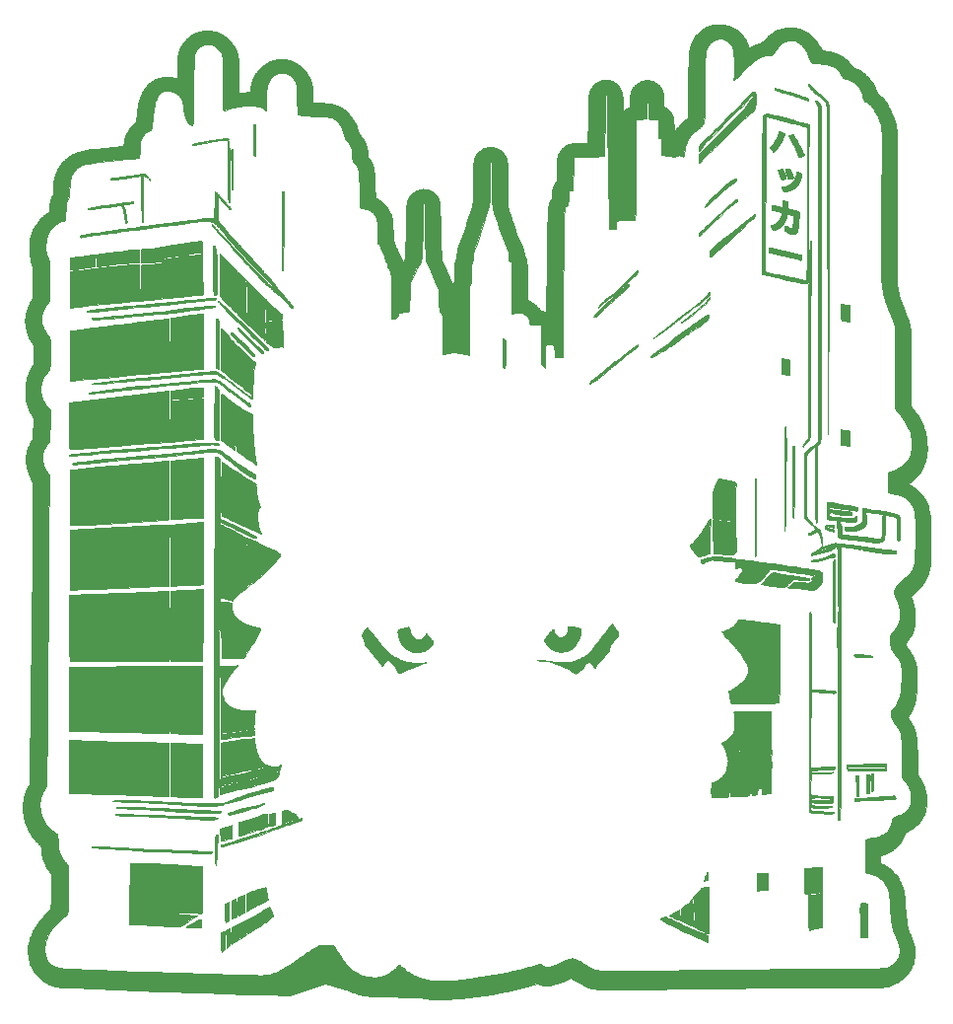
<source format=gts>
G04 #@! TF.GenerationSoftware,KiCad,Pcbnew,9.0.3*
G04 #@! TF.CreationDate,2025-08-17T22:36:11+02:00*
G04 #@! TF.ProjectId,CH32PBG,43483332-5042-4472-9e6b-696361645f70,rev?*
G04 #@! TF.SameCoordinates,Original*
G04 #@! TF.FileFunction,Soldermask,Top*
G04 #@! TF.FilePolarity,Negative*
%FSLAX46Y46*%
G04 Gerber Fmt 4.6, Leading zero omitted, Abs format (unit mm)*
G04 Created by KiCad (PCBNEW 9.0.3) date 2025-08-17 22:36:11*
%MOMM*%
%LPD*%
G01*
G04 APERTURE LIST*
%ADD10C,0.100000*%
%ADD11C,0.026458*%
G04 APERTURE END LIST*
D10*
X144727976Y-142647860D02*
X140737787Y-142546671D01*
X142862084Y-141000000D01*
X144727976Y-142647860D01*
G36*
X144727976Y-142647860D02*
G01*
X140737787Y-142546671D01*
X142862084Y-141000000D01*
X144727976Y-142647860D01*
G37*
X138601923Y-142055835D02*
X136500000Y-141500000D01*
X133500000Y-142500000D01*
X131371829Y-142370238D01*
X136500000Y-139500000D01*
X138601923Y-142055835D01*
G36*
X138601923Y-142055835D02*
G01*
X136500000Y-141500000D01*
X133500000Y-142500000D01*
X131371829Y-142370238D01*
X136500000Y-139500000D01*
X138601923Y-142055835D01*
G37*
D11*
X175742766Y-71538608D02*
X175749941Y-71539262D01*
X175757027Y-71540355D01*
X175760528Y-71541065D01*
X175763998Y-71541886D01*
X175767434Y-71542816D01*
X175770832Y-71543855D01*
X175774190Y-71545005D01*
X175777505Y-71546265D01*
X175780773Y-71547635D01*
X175783992Y-71549115D01*
X175787158Y-71550706D01*
X175790269Y-71552407D01*
X175793322Y-71554218D01*
X175796314Y-71556140D01*
X175799242Y-71558173D01*
X175802102Y-71560316D01*
X175804892Y-71562571D01*
X175807609Y-71564936D01*
X175810249Y-71567413D01*
X175812811Y-71570001D01*
X175815291Y-71572700D01*
X175817685Y-71575510D01*
X175819991Y-71578432D01*
X175822207Y-71581465D01*
X175824328Y-71584610D01*
X175826352Y-71587867D01*
X175828276Y-71591236D01*
X175830098Y-71594716D01*
X175868740Y-71673072D01*
X175905610Y-71753081D01*
X175940715Y-71834700D01*
X175974063Y-71917888D01*
X176005662Y-72002602D01*
X176035517Y-72088800D01*
X176063638Y-72176439D01*
X176090031Y-72265477D01*
X176091395Y-72270777D01*
X176092464Y-72276109D01*
X176093242Y-72281462D01*
X176093734Y-72286825D01*
X176093945Y-72292189D01*
X176093880Y-72297542D01*
X176093545Y-72302874D01*
X176092943Y-72308174D01*
X176092080Y-72313432D01*
X176090961Y-72318637D01*
X176089591Y-72323778D01*
X176087974Y-72328845D01*
X176086116Y-72333827D01*
X176084021Y-72338714D01*
X176081695Y-72343495D01*
X176079142Y-72348159D01*
X176076367Y-72352696D01*
X176073376Y-72357095D01*
X176070172Y-72361346D01*
X176066762Y-72365438D01*
X176063149Y-72369361D01*
X176059339Y-72373103D01*
X176055337Y-72376654D01*
X176051148Y-72380004D01*
X176046776Y-72383143D01*
X176042227Y-72386058D01*
X176037505Y-72388741D01*
X176032615Y-72391180D01*
X176027563Y-72393364D01*
X176022353Y-72395283D01*
X176016990Y-72396927D01*
X176011479Y-72398285D01*
X175777386Y-72455129D01*
X175766982Y-72454906D01*
X175756638Y-72454219D01*
X175746414Y-72453037D01*
X175736367Y-72451334D01*
X175731428Y-72450277D01*
X175726555Y-72449079D01*
X175721755Y-72447737D01*
X175717037Y-72446245D01*
X175712406Y-72444601D01*
X175707870Y-72442802D01*
X175703436Y-72440843D01*
X175699112Y-72438722D01*
X175694906Y-72436434D01*
X175690823Y-72433975D01*
X175686872Y-72431343D01*
X175683060Y-72428534D01*
X175679393Y-72425544D01*
X175675880Y-72422369D01*
X175672527Y-72419006D01*
X175669343Y-72415451D01*
X175666333Y-72411701D01*
X175663505Y-72407753D01*
X175660868Y-72403601D01*
X175658427Y-72399244D01*
X175656190Y-72394677D01*
X175654164Y-72389897D01*
X175652357Y-72384900D01*
X175650776Y-72379682D01*
X175624896Y-72291370D01*
X175598133Y-72205524D01*
X175570501Y-72122184D01*
X175542014Y-72041395D01*
X175512684Y-71963197D01*
X175482527Y-71887633D01*
X175451555Y-71814746D01*
X175419781Y-71744579D01*
X175417321Y-71739243D01*
X175415241Y-71733807D01*
X175413533Y-71728285D01*
X175412187Y-71722692D01*
X175411198Y-71717042D01*
X175410555Y-71711351D01*
X175410252Y-71705633D01*
X175410281Y-71699902D01*
X175410633Y-71694174D01*
X175411300Y-71688463D01*
X175412275Y-71682783D01*
X175413549Y-71677150D01*
X175415114Y-71671577D01*
X175416963Y-71666080D01*
X175419087Y-71660674D01*
X175421478Y-71655372D01*
X175424128Y-71650190D01*
X175427030Y-71645142D01*
X175430175Y-71640243D01*
X175433555Y-71635508D01*
X175437162Y-71630951D01*
X175440989Y-71626587D01*
X175445027Y-71622430D01*
X175449267Y-71618496D01*
X175453703Y-71614799D01*
X175458326Y-71611353D01*
X175463128Y-71608174D01*
X175468102Y-71605275D01*
X175473238Y-71602672D01*
X175478529Y-71600380D01*
X175483967Y-71598412D01*
X175489544Y-71596784D01*
X175708142Y-71540456D01*
X175734494Y-71540456D01*
X175734565Y-71540353D01*
X175734634Y-71540240D01*
X175734701Y-71540118D01*
X175734765Y-71539988D01*
X175734890Y-71539711D01*
X175735012Y-71539423D01*
X175735133Y-71539134D01*
X175735257Y-71538858D01*
X175735320Y-71538728D01*
X175735386Y-71538605D01*
X175735454Y-71538492D01*
X175735524Y-71538390D01*
X175742766Y-71538608D01*
G36*
X175742766Y-71538608D02*
G01*
X175749941Y-71539262D01*
X175757027Y-71540355D01*
X175760528Y-71541065D01*
X175763998Y-71541886D01*
X175767434Y-71542816D01*
X175770832Y-71543855D01*
X175774190Y-71545005D01*
X175777505Y-71546265D01*
X175780773Y-71547635D01*
X175783992Y-71549115D01*
X175787158Y-71550706D01*
X175790269Y-71552407D01*
X175793322Y-71554218D01*
X175796314Y-71556140D01*
X175799242Y-71558173D01*
X175802102Y-71560316D01*
X175804892Y-71562571D01*
X175807609Y-71564936D01*
X175810249Y-71567413D01*
X175812811Y-71570001D01*
X175815291Y-71572700D01*
X175817685Y-71575510D01*
X175819991Y-71578432D01*
X175822207Y-71581465D01*
X175824328Y-71584610D01*
X175826352Y-71587867D01*
X175828276Y-71591236D01*
X175830098Y-71594716D01*
X175868740Y-71673072D01*
X175905610Y-71753081D01*
X175940715Y-71834700D01*
X175974063Y-71917888D01*
X176005662Y-72002602D01*
X176035517Y-72088800D01*
X176063638Y-72176439D01*
X176090031Y-72265477D01*
X176091395Y-72270777D01*
X176092464Y-72276109D01*
X176093242Y-72281462D01*
X176093734Y-72286825D01*
X176093945Y-72292189D01*
X176093880Y-72297542D01*
X176093545Y-72302874D01*
X176092943Y-72308174D01*
X176092080Y-72313432D01*
X176090961Y-72318637D01*
X176089591Y-72323778D01*
X176087974Y-72328845D01*
X176086116Y-72333827D01*
X176084021Y-72338714D01*
X176081695Y-72343495D01*
X176079142Y-72348159D01*
X176076367Y-72352696D01*
X176073376Y-72357095D01*
X176070172Y-72361346D01*
X176066762Y-72365438D01*
X176063149Y-72369361D01*
X176059339Y-72373103D01*
X176055337Y-72376654D01*
X176051148Y-72380004D01*
X176046776Y-72383143D01*
X176042227Y-72386058D01*
X176037505Y-72388741D01*
X176032615Y-72391180D01*
X176027563Y-72393364D01*
X176022353Y-72395283D01*
X176016990Y-72396927D01*
X176011479Y-72398285D01*
X175777386Y-72455129D01*
X175766982Y-72454906D01*
X175756638Y-72454219D01*
X175746414Y-72453037D01*
X175736367Y-72451334D01*
X175731428Y-72450277D01*
X175726555Y-72449079D01*
X175721755Y-72447737D01*
X175717037Y-72446245D01*
X175712406Y-72444601D01*
X175707870Y-72442802D01*
X175703436Y-72440843D01*
X175699112Y-72438722D01*
X175694906Y-72436434D01*
X175690823Y-72433975D01*
X175686872Y-72431343D01*
X175683060Y-72428534D01*
X175679393Y-72425544D01*
X175675880Y-72422369D01*
X175672527Y-72419006D01*
X175669343Y-72415451D01*
X175666333Y-72411701D01*
X175663505Y-72407753D01*
X175660868Y-72403601D01*
X175658427Y-72399244D01*
X175656190Y-72394677D01*
X175654164Y-72389897D01*
X175652357Y-72384900D01*
X175650776Y-72379682D01*
X175624896Y-72291370D01*
X175598133Y-72205524D01*
X175570501Y-72122184D01*
X175542014Y-72041395D01*
X175512684Y-71963197D01*
X175482527Y-71887633D01*
X175451555Y-71814746D01*
X175419781Y-71744579D01*
X175417321Y-71739243D01*
X175415241Y-71733807D01*
X175413533Y-71728285D01*
X175412187Y-71722692D01*
X175411198Y-71717042D01*
X175410555Y-71711351D01*
X175410252Y-71705633D01*
X175410281Y-71699902D01*
X175410633Y-71694174D01*
X175411300Y-71688463D01*
X175412275Y-71682783D01*
X175413549Y-71677150D01*
X175415114Y-71671577D01*
X175416963Y-71666080D01*
X175419087Y-71660674D01*
X175421478Y-71655372D01*
X175424128Y-71650190D01*
X175427030Y-71645142D01*
X175430175Y-71640243D01*
X175433555Y-71635508D01*
X175437162Y-71630951D01*
X175440989Y-71626587D01*
X175445027Y-71622430D01*
X175449267Y-71618496D01*
X175453703Y-71614799D01*
X175458326Y-71611353D01*
X175463128Y-71608174D01*
X175468102Y-71605275D01*
X175473238Y-71602672D01*
X175478529Y-71600380D01*
X175483967Y-71598412D01*
X175489544Y-71596784D01*
X175708142Y-71540456D01*
X175734494Y-71540456D01*
X175734565Y-71540353D01*
X175734634Y-71540240D01*
X175734701Y-71540118D01*
X175734765Y-71539988D01*
X175734890Y-71539711D01*
X175735012Y-71539423D01*
X175735133Y-71539134D01*
X175735257Y-71538858D01*
X175735320Y-71538728D01*
X175735386Y-71538605D01*
X175735454Y-71538492D01*
X175735524Y-71538390D01*
X175742766Y-71538608D01*
G37*
X127218821Y-84429898D02*
X127223408Y-84430493D01*
X127228920Y-84431569D01*
X127235234Y-84433265D01*
X127242226Y-84435722D01*
X127249774Y-84439080D01*
X127257756Y-84443479D01*
X127261871Y-84446112D01*
X127266048Y-84449058D01*
X127270272Y-84452335D01*
X127274527Y-84455959D01*
X127278799Y-84459948D01*
X127283072Y-84464321D01*
X127287330Y-84469093D01*
X127291558Y-84474283D01*
X127295741Y-84479909D01*
X127299863Y-84485987D01*
X127303909Y-84492535D01*
X127307864Y-84499571D01*
X127311713Y-84507113D01*
X127315439Y-84515177D01*
X127319028Y-84523782D01*
X127322465Y-84532944D01*
X127345935Y-84620202D01*
X127365540Y-84764083D01*
X127381521Y-84970290D01*
X127394117Y-85244528D01*
X127410123Y-86019917D01*
X127415482Y-87135886D01*
X127416011Y-87613814D01*
X127417172Y-87986625D01*
X127418323Y-88267412D01*
X127418825Y-88469267D01*
X127418632Y-88544687D01*
X127418037Y-88605283D01*
X127416959Y-88652693D01*
X127415319Y-88688553D01*
X127413036Y-88714499D01*
X127411628Y-88724266D01*
X127410030Y-88732169D01*
X127408231Y-88738411D01*
X127406221Y-88743198D01*
X127403991Y-88746734D01*
X127401530Y-88749224D01*
X127398075Y-88751531D01*
X127394077Y-88753149D01*
X127389564Y-88754113D01*
X127384565Y-88754461D01*
X127379108Y-88754230D01*
X127373223Y-88753456D01*
X127360282Y-88750427D01*
X127345970Y-88745669D01*
X127330518Y-88739477D01*
X127314155Y-88732145D01*
X127297111Y-88723967D01*
X127226721Y-88688690D01*
X127209719Y-88680701D01*
X127193415Y-88673634D01*
X127178037Y-88667783D01*
X127163817Y-88663441D01*
X127161165Y-88663334D01*
X127158493Y-88663018D01*
X127155808Y-88662505D01*
X127153119Y-88661805D01*
X127150430Y-88660927D01*
X127147750Y-88659881D01*
X127145085Y-88658679D01*
X127142443Y-88657329D01*
X127139830Y-88655842D01*
X127137253Y-88654228D01*
X127134719Y-88652497D01*
X127132236Y-88650660D01*
X127127448Y-88646706D01*
X127122945Y-88642447D01*
X127118783Y-88637964D01*
X127115017Y-88633339D01*
X127111703Y-88628650D01*
X127108897Y-88623981D01*
X127107703Y-88621679D01*
X127106656Y-88619412D01*
X127105764Y-88617190D01*
X127105034Y-88615023D01*
X127104473Y-88612922D01*
X127104088Y-88610897D01*
X127103885Y-88608957D01*
X127103873Y-88607113D01*
X127103195Y-86531723D01*
X127103037Y-85132980D01*
X127113175Y-84480751D01*
X127114776Y-84477107D01*
X127116451Y-84473631D01*
X127118197Y-84470320D01*
X127120009Y-84467171D01*
X127121885Y-84464180D01*
X127123820Y-84461343D01*
X127125811Y-84458656D01*
X127127855Y-84456116D01*
X127129946Y-84453719D01*
X127132083Y-84451462D01*
X127134260Y-84449340D01*
X127136475Y-84447350D01*
X127138724Y-84445488D01*
X127141002Y-84443752D01*
X127143307Y-84442136D01*
X127145635Y-84440637D01*
X127150343Y-84437976D01*
X127155097Y-84435741D01*
X127159868Y-84433900D01*
X127164626Y-84432425D01*
X127169341Y-84431286D01*
X127173985Y-84430454D01*
X127178527Y-84429898D01*
X127182938Y-84429590D01*
X127187169Y-84429653D01*
X127191220Y-84429824D01*
X127195062Y-84430078D01*
X127198667Y-84430390D01*
X127202005Y-84430736D01*
X127205047Y-84431090D01*
X127210132Y-84431723D01*
X127212117Y-84431952D01*
X127213691Y-84432089D01*
X127214826Y-84432110D01*
X127215220Y-84432069D01*
X127215494Y-84431989D01*
X127215643Y-84431868D01*
X127215670Y-84431791D01*
X127215665Y-84431702D01*
X127215555Y-84431488D01*
X127215310Y-84431223D01*
X127214927Y-84430904D01*
X127214402Y-84430527D01*
X127212910Y-84429590D01*
X127218821Y-84429898D01*
G36*
X127218821Y-84429898D02*
G01*
X127223408Y-84430493D01*
X127228920Y-84431569D01*
X127235234Y-84433265D01*
X127242226Y-84435722D01*
X127249774Y-84439080D01*
X127257756Y-84443479D01*
X127261871Y-84446112D01*
X127266048Y-84449058D01*
X127270272Y-84452335D01*
X127274527Y-84455959D01*
X127278799Y-84459948D01*
X127283072Y-84464321D01*
X127287330Y-84469093D01*
X127291558Y-84474283D01*
X127295741Y-84479909D01*
X127299863Y-84485987D01*
X127303909Y-84492535D01*
X127307864Y-84499571D01*
X127311713Y-84507113D01*
X127315439Y-84515177D01*
X127319028Y-84523782D01*
X127322465Y-84532944D01*
X127345935Y-84620202D01*
X127365540Y-84764083D01*
X127381521Y-84970290D01*
X127394117Y-85244528D01*
X127410123Y-86019917D01*
X127415482Y-87135886D01*
X127416011Y-87613814D01*
X127417172Y-87986625D01*
X127418323Y-88267412D01*
X127418825Y-88469267D01*
X127418632Y-88544687D01*
X127418037Y-88605283D01*
X127416959Y-88652693D01*
X127415319Y-88688553D01*
X127413036Y-88714499D01*
X127411628Y-88724266D01*
X127410030Y-88732169D01*
X127408231Y-88738411D01*
X127406221Y-88743198D01*
X127403991Y-88746734D01*
X127401530Y-88749224D01*
X127398075Y-88751531D01*
X127394077Y-88753149D01*
X127389564Y-88754113D01*
X127384565Y-88754461D01*
X127379108Y-88754230D01*
X127373223Y-88753456D01*
X127360282Y-88750427D01*
X127345970Y-88745669D01*
X127330518Y-88739477D01*
X127314155Y-88732145D01*
X127297111Y-88723967D01*
X127226721Y-88688690D01*
X127209719Y-88680701D01*
X127193415Y-88673634D01*
X127178037Y-88667783D01*
X127163817Y-88663441D01*
X127161165Y-88663334D01*
X127158493Y-88663018D01*
X127155808Y-88662505D01*
X127153119Y-88661805D01*
X127150430Y-88660927D01*
X127147750Y-88659881D01*
X127145085Y-88658679D01*
X127142443Y-88657329D01*
X127139830Y-88655842D01*
X127137253Y-88654228D01*
X127134719Y-88652497D01*
X127132236Y-88650660D01*
X127127448Y-88646706D01*
X127122945Y-88642447D01*
X127118783Y-88637964D01*
X127115017Y-88633339D01*
X127111703Y-88628650D01*
X127108897Y-88623981D01*
X127107703Y-88621679D01*
X127106656Y-88619412D01*
X127105764Y-88617190D01*
X127105034Y-88615023D01*
X127104473Y-88612922D01*
X127104088Y-88610897D01*
X127103885Y-88608957D01*
X127103873Y-88607113D01*
X127103195Y-86531723D01*
X127103037Y-85132980D01*
X127113175Y-84480751D01*
X127114776Y-84477107D01*
X127116451Y-84473631D01*
X127118197Y-84470320D01*
X127120009Y-84467171D01*
X127121885Y-84464180D01*
X127123820Y-84461343D01*
X127125811Y-84458656D01*
X127127855Y-84456116D01*
X127129946Y-84453719D01*
X127132083Y-84451462D01*
X127134260Y-84449340D01*
X127136475Y-84447350D01*
X127138724Y-84445488D01*
X127141002Y-84443752D01*
X127143307Y-84442136D01*
X127145635Y-84440637D01*
X127150343Y-84437976D01*
X127155097Y-84435741D01*
X127159868Y-84433900D01*
X127164626Y-84432425D01*
X127169341Y-84431286D01*
X127173985Y-84430454D01*
X127178527Y-84429898D01*
X127182938Y-84429590D01*
X127187169Y-84429653D01*
X127191220Y-84429824D01*
X127195062Y-84430078D01*
X127198667Y-84430390D01*
X127202005Y-84430736D01*
X127205047Y-84431090D01*
X127210132Y-84431723D01*
X127212117Y-84431952D01*
X127213691Y-84432089D01*
X127214826Y-84432110D01*
X127215220Y-84432069D01*
X127215494Y-84431989D01*
X127215643Y-84431868D01*
X127215670Y-84431791D01*
X127215665Y-84431702D01*
X127215555Y-84431488D01*
X127215310Y-84431223D01*
X127214927Y-84430904D01*
X127214402Y-84430527D01*
X127212910Y-84429590D01*
X127218821Y-84429898D01*
G37*
X169867395Y-101665106D02*
X169885459Y-101666304D01*
X169906494Y-101668338D01*
X169930634Y-101671238D01*
X169958013Y-101675034D01*
X169988768Y-101679757D01*
X170023032Y-101685436D01*
X170060940Y-101692103D01*
X171404526Y-101837313D01*
X171461729Y-101842355D01*
X171512085Y-101847107D01*
X171556046Y-101851701D01*
X171594063Y-101856271D01*
X171610983Y-101858589D01*
X171626586Y-101860951D01*
X171640929Y-101863373D01*
X171654067Y-101865872D01*
X171666058Y-101868465D01*
X171676957Y-101871169D01*
X171686821Y-101874000D01*
X171695706Y-101876974D01*
X171703669Y-101880110D01*
X171710766Y-101883422D01*
X171717053Y-101886928D01*
X171722587Y-101890645D01*
X171727424Y-101894588D01*
X171731620Y-101898776D01*
X171735233Y-101903223D01*
X171738318Y-101907948D01*
X171740931Y-101912967D01*
X171743129Y-101918296D01*
X171744969Y-101923952D01*
X171746506Y-101929952D01*
X171747797Y-101936312D01*
X171748899Y-101943049D01*
X171750760Y-101957720D01*
X171765787Y-102110811D01*
X171778841Y-102334829D01*
X171792452Y-102766392D01*
X171809151Y-103542120D01*
X171814213Y-103636854D01*
X171821569Y-103734622D01*
X171838043Y-103927561D01*
X171844603Y-104016881D01*
X171848340Y-104097535D01*
X171848749Y-104133699D01*
X171847973Y-104166599D01*
X171845852Y-104195871D01*
X171842225Y-104221148D01*
X171840367Y-104228404D01*
X171838739Y-104235815D01*
X171837304Y-104243356D01*
X171836022Y-104250998D01*
X171831647Y-104282060D01*
X171829370Y-104297516D01*
X171828074Y-104305132D01*
X171826620Y-104312638D01*
X171824969Y-104320009D01*
X171823085Y-104327216D01*
X171820926Y-104334234D01*
X171818455Y-104341036D01*
X171805412Y-104365417D01*
X171791774Y-104389458D01*
X171777628Y-104413052D01*
X171763061Y-104436088D01*
X171748159Y-104458458D01*
X171733009Y-104480053D01*
X171717698Y-104500764D01*
X171702313Y-104520482D01*
X171686939Y-104539097D01*
X171671664Y-104556502D01*
X171656575Y-104572586D01*
X171641758Y-104587241D01*
X171627300Y-104600358D01*
X171613287Y-104611827D01*
X171599807Y-104621541D01*
X171586945Y-104629389D01*
X171570974Y-104634069D01*
X171542179Y-104637496D01*
X171450661Y-104640856D01*
X171321473Y-104640000D01*
X171163697Y-104635463D01*
X170798709Y-104617473D01*
X170428357Y-104591151D01*
X170374715Y-104590388D01*
X170318851Y-104588534D01*
X170207021Y-104584174D01*
X170154336Y-104582975D01*
X170105994Y-104583302D01*
X170083964Y-104584242D01*
X170063635Y-104585809D01*
X170045212Y-104588085D01*
X170028901Y-104591151D01*
X169881623Y-104591151D01*
X169868702Y-104454207D01*
X169861448Y-104298177D01*
X169853975Y-103974134D01*
X169839245Y-103011919D01*
X169825697Y-102086136D01*
X169820298Y-101800801D01*
X169818170Y-101721641D01*
X169816510Y-101692103D01*
X169815007Y-101688729D01*
X169813945Y-101685584D01*
X169813584Y-101684097D01*
X169813338Y-101682667D01*
X169813208Y-101681292D01*
X169813196Y-101679974D01*
X169813304Y-101678712D01*
X169813533Y-101677506D01*
X169813884Y-101676356D01*
X169814358Y-101675261D01*
X169814959Y-101674221D01*
X169815686Y-101673236D01*
X169816541Y-101672306D01*
X169817526Y-101671431D01*
X169818643Y-101670611D01*
X169819892Y-101669844D01*
X169821276Y-101669132D01*
X169822796Y-101668474D01*
X169824453Y-101667869D01*
X169826248Y-101667319D01*
X169830262Y-101666377D01*
X169834849Y-101665647D01*
X169840020Y-101665127D01*
X169845789Y-101664816D01*
X169852166Y-101664713D01*
X169867395Y-101665106D01*
G36*
X169867395Y-101665106D02*
G01*
X169885459Y-101666304D01*
X169906494Y-101668338D01*
X169930634Y-101671238D01*
X169958013Y-101675034D01*
X169988768Y-101679757D01*
X170023032Y-101685436D01*
X170060940Y-101692103D01*
X171404526Y-101837313D01*
X171461729Y-101842355D01*
X171512085Y-101847107D01*
X171556046Y-101851701D01*
X171594063Y-101856271D01*
X171610983Y-101858589D01*
X171626586Y-101860951D01*
X171640929Y-101863373D01*
X171654067Y-101865872D01*
X171666058Y-101868465D01*
X171676957Y-101871169D01*
X171686821Y-101874000D01*
X171695706Y-101876974D01*
X171703669Y-101880110D01*
X171710766Y-101883422D01*
X171717053Y-101886928D01*
X171722587Y-101890645D01*
X171727424Y-101894588D01*
X171731620Y-101898776D01*
X171735233Y-101903223D01*
X171738318Y-101907948D01*
X171740931Y-101912967D01*
X171743129Y-101918296D01*
X171744969Y-101923952D01*
X171746506Y-101929952D01*
X171747797Y-101936312D01*
X171748899Y-101943049D01*
X171750760Y-101957720D01*
X171765787Y-102110811D01*
X171778841Y-102334829D01*
X171792452Y-102766392D01*
X171809151Y-103542120D01*
X171814213Y-103636854D01*
X171821569Y-103734622D01*
X171838043Y-103927561D01*
X171844603Y-104016881D01*
X171848340Y-104097535D01*
X171848749Y-104133699D01*
X171847973Y-104166599D01*
X171845852Y-104195871D01*
X171842225Y-104221148D01*
X171840367Y-104228404D01*
X171838739Y-104235815D01*
X171837304Y-104243356D01*
X171836022Y-104250998D01*
X171831647Y-104282060D01*
X171829370Y-104297516D01*
X171828074Y-104305132D01*
X171826620Y-104312638D01*
X171824969Y-104320009D01*
X171823085Y-104327216D01*
X171820926Y-104334234D01*
X171818455Y-104341036D01*
X171805412Y-104365417D01*
X171791774Y-104389458D01*
X171777628Y-104413052D01*
X171763061Y-104436088D01*
X171748159Y-104458458D01*
X171733009Y-104480053D01*
X171717698Y-104500764D01*
X171702313Y-104520482D01*
X171686939Y-104539097D01*
X171671664Y-104556502D01*
X171656575Y-104572586D01*
X171641758Y-104587241D01*
X171627300Y-104600358D01*
X171613287Y-104611827D01*
X171599807Y-104621541D01*
X171586945Y-104629389D01*
X171570974Y-104634069D01*
X171542179Y-104637496D01*
X171450661Y-104640856D01*
X171321473Y-104640000D01*
X171163697Y-104635463D01*
X170798709Y-104617473D01*
X170428357Y-104591151D01*
X170374715Y-104590388D01*
X170318851Y-104588534D01*
X170207021Y-104584174D01*
X170154336Y-104582975D01*
X170105994Y-104583302D01*
X170083964Y-104584242D01*
X170063635Y-104585809D01*
X170045212Y-104588085D01*
X170028901Y-104591151D01*
X169881623Y-104591151D01*
X169868702Y-104454207D01*
X169861448Y-104298177D01*
X169853975Y-103974134D01*
X169839245Y-103011919D01*
X169825697Y-102086136D01*
X169820298Y-101800801D01*
X169818170Y-101721641D01*
X169816510Y-101692103D01*
X169815007Y-101688729D01*
X169813945Y-101685584D01*
X169813584Y-101684097D01*
X169813338Y-101682667D01*
X169813208Y-101681292D01*
X169813196Y-101679974D01*
X169813304Y-101678712D01*
X169813533Y-101677506D01*
X169813884Y-101676356D01*
X169814358Y-101675261D01*
X169814959Y-101674221D01*
X169815686Y-101673236D01*
X169816541Y-101672306D01*
X169817526Y-101671431D01*
X169818643Y-101670611D01*
X169819892Y-101669844D01*
X169821276Y-101669132D01*
X169822796Y-101668474D01*
X169824453Y-101667869D01*
X169826248Y-101667319D01*
X169830262Y-101666377D01*
X169834849Y-101665647D01*
X169840020Y-101665127D01*
X169845789Y-101664816D01*
X169852166Y-101664713D01*
X169867395Y-101665106D01*
G37*
X169537066Y-101582493D02*
X169538192Y-101582561D01*
X169539321Y-101582680D01*
X169540455Y-101582849D01*
X169541592Y-101583067D01*
X169541592Y-101583582D01*
X169542757Y-101583614D01*
X169543925Y-101583707D01*
X169545096Y-101583859D01*
X169546269Y-101584069D01*
X169547445Y-101584334D01*
X169548623Y-101584652D01*
X169550984Y-101585439D01*
X169553349Y-101586415D01*
X169555714Y-101587561D01*
X169558078Y-101588862D01*
X169560436Y-101590300D01*
X169562788Y-101591860D01*
X169565128Y-101593524D01*
X169567456Y-101595276D01*
X169569768Y-101597099D01*
X169574331Y-101600892D01*
X169578797Y-101604769D01*
X169581383Y-101604769D01*
X169583679Y-101606544D01*
X169585937Y-101608375D01*
X169590332Y-101612176D01*
X169594551Y-101616113D01*
X169598575Y-101620127D01*
X169602384Y-101624160D01*
X169605960Y-101628152D01*
X169609285Y-101632043D01*
X169612340Y-101635776D01*
X169615105Y-101639291D01*
X169617562Y-101642529D01*
X169621478Y-101647937D01*
X169624791Y-101652830D01*
X169610322Y-101960821D01*
X169591505Y-102524070D01*
X169575972Y-103223987D01*
X169567536Y-103853655D01*
X169567171Y-104077485D01*
X169570012Y-104206160D01*
X169572873Y-104253607D01*
X169575008Y-104295832D01*
X169576266Y-104333232D01*
X169576499Y-104366204D01*
X169576183Y-104381154D01*
X169575554Y-104395146D01*
X169574593Y-104408230D01*
X169573281Y-104420455D01*
X169571600Y-104431872D01*
X169569530Y-104442529D01*
X169567054Y-104452477D01*
X169564151Y-104461765D01*
X169560804Y-104470443D01*
X169556993Y-104478561D01*
X169552700Y-104486167D01*
X169547906Y-104493313D01*
X169542592Y-104500047D01*
X169536739Y-104506420D01*
X169530328Y-104512480D01*
X169523341Y-104518278D01*
X169515759Y-104523864D01*
X169507563Y-104529286D01*
X169498734Y-104534595D01*
X169489254Y-104539840D01*
X169468263Y-104550339D01*
X169444439Y-104561178D01*
X169370732Y-104588742D01*
X169264232Y-104626363D01*
X169002235Y-104714851D01*
X168871431Y-104757250D01*
X168757218Y-104792777D01*
X168671944Y-104817196D01*
X168644016Y-104823919D01*
X168627953Y-104826277D01*
X168623725Y-104825760D01*
X168618847Y-104824251D01*
X168613365Y-104821812D01*
X168607326Y-104818502D01*
X168593758Y-104809521D01*
X168578512Y-104797799D01*
X168561954Y-104783827D01*
X168544454Y-104768096D01*
X168526378Y-104751098D01*
X168508094Y-104733325D01*
X168398507Y-104622156D01*
X168367062Y-104594112D01*
X168339169Y-104568308D01*
X168314428Y-104544454D01*
X168292435Y-104522260D01*
X168272790Y-104501434D01*
X168255091Y-104481686D01*
X168238935Y-104462725D01*
X168223922Y-104444261D01*
X168195714Y-104407660D01*
X168167254Y-104369557D01*
X168135326Y-104327626D01*
X168117058Y-104304499D01*
X168096718Y-104279543D01*
X168044781Y-104216002D01*
X167998260Y-104157537D01*
X167957289Y-104104134D01*
X167938926Y-104079327D01*
X167922002Y-104055782D01*
X167906533Y-104033496D01*
X167892536Y-104012468D01*
X167880027Y-103992697D01*
X167869023Y-103974181D01*
X167859542Y-103956919D01*
X167851600Y-103940909D01*
X167845214Y-103926149D01*
X167840401Y-103912638D01*
X167839959Y-103910525D01*
X167840343Y-103907683D01*
X167843534Y-103899861D01*
X167849868Y-103889273D01*
X167859236Y-103876020D01*
X167886643Y-103841921D01*
X167924893Y-103798368D01*
X167973123Y-103746168D01*
X168030470Y-103686126D01*
X168096071Y-103619047D01*
X168169064Y-103545737D01*
X168223288Y-103491228D01*
X168273225Y-103439760D01*
X168319166Y-103391113D01*
X168361403Y-103345071D01*
X168400227Y-103301414D01*
X168435928Y-103259926D01*
X168468799Y-103220387D01*
X168499131Y-103182581D01*
X168527214Y-103146288D01*
X168553340Y-103111292D01*
X168600887Y-103044314D01*
X168644100Y-102979905D01*
X168685311Y-102916319D01*
X168849659Y-102663233D01*
X169019143Y-102404722D01*
X169093552Y-102290661D01*
X169167840Y-102173984D01*
X169233409Y-102068548D01*
X169281659Y-101988207D01*
X169330915Y-101904838D01*
X169362386Y-101853002D01*
X169395637Y-101801076D01*
X169409249Y-101779561D01*
X169428742Y-101746727D01*
X169460031Y-101691863D01*
X169509034Y-101604254D01*
X169510714Y-101601007D01*
X169511578Y-101599490D01*
X169512457Y-101598044D01*
X169513351Y-101596668D01*
X169514260Y-101595360D01*
X169515183Y-101594121D01*
X169516119Y-101592948D01*
X169517069Y-101591843D01*
X169518032Y-101590803D01*
X169519007Y-101589829D01*
X169519994Y-101588919D01*
X169520992Y-101588073D01*
X169522002Y-101587289D01*
X169523022Y-101586567D01*
X169524053Y-101585907D01*
X169525093Y-101585308D01*
X169526143Y-101584768D01*
X169527202Y-101584287D01*
X169528269Y-101583865D01*
X169529345Y-101583500D01*
X169530428Y-101583192D01*
X169531519Y-101582940D01*
X169532616Y-101582743D01*
X169533720Y-101582600D01*
X169534830Y-101582512D01*
X169535946Y-101582476D01*
X169537066Y-101582493D01*
G36*
X169537066Y-101582493D02*
G01*
X169538192Y-101582561D01*
X169539321Y-101582680D01*
X169540455Y-101582849D01*
X169541592Y-101583067D01*
X169541592Y-101583582D01*
X169542757Y-101583614D01*
X169543925Y-101583707D01*
X169545096Y-101583859D01*
X169546269Y-101584069D01*
X169547445Y-101584334D01*
X169548623Y-101584652D01*
X169550984Y-101585439D01*
X169553349Y-101586415D01*
X169555714Y-101587561D01*
X169558078Y-101588862D01*
X169560436Y-101590300D01*
X169562788Y-101591860D01*
X169565128Y-101593524D01*
X169567456Y-101595276D01*
X169569768Y-101597099D01*
X169574331Y-101600892D01*
X169578797Y-101604769D01*
X169581383Y-101604769D01*
X169583679Y-101606544D01*
X169585937Y-101608375D01*
X169590332Y-101612176D01*
X169594551Y-101616113D01*
X169598575Y-101620127D01*
X169602384Y-101624160D01*
X169605960Y-101628152D01*
X169609285Y-101632043D01*
X169612340Y-101635776D01*
X169615105Y-101639291D01*
X169617562Y-101642529D01*
X169621478Y-101647937D01*
X169624791Y-101652830D01*
X169610322Y-101960821D01*
X169591505Y-102524070D01*
X169575972Y-103223987D01*
X169567536Y-103853655D01*
X169567171Y-104077485D01*
X169570012Y-104206160D01*
X169572873Y-104253607D01*
X169575008Y-104295832D01*
X169576266Y-104333232D01*
X169576499Y-104366204D01*
X169576183Y-104381154D01*
X169575554Y-104395146D01*
X169574593Y-104408230D01*
X169573281Y-104420455D01*
X169571600Y-104431872D01*
X169569530Y-104442529D01*
X169567054Y-104452477D01*
X169564151Y-104461765D01*
X169560804Y-104470443D01*
X169556993Y-104478561D01*
X169552700Y-104486167D01*
X169547906Y-104493313D01*
X169542592Y-104500047D01*
X169536739Y-104506420D01*
X169530328Y-104512480D01*
X169523341Y-104518278D01*
X169515759Y-104523864D01*
X169507563Y-104529286D01*
X169498734Y-104534595D01*
X169489254Y-104539840D01*
X169468263Y-104550339D01*
X169444439Y-104561178D01*
X169370732Y-104588742D01*
X169264232Y-104626363D01*
X169002235Y-104714851D01*
X168871431Y-104757250D01*
X168757218Y-104792777D01*
X168671944Y-104817196D01*
X168644016Y-104823919D01*
X168627953Y-104826277D01*
X168623725Y-104825760D01*
X168618847Y-104824251D01*
X168613365Y-104821812D01*
X168607326Y-104818502D01*
X168593758Y-104809521D01*
X168578512Y-104797799D01*
X168561954Y-104783827D01*
X168544454Y-104768096D01*
X168526378Y-104751098D01*
X168508094Y-104733325D01*
X168398507Y-104622156D01*
X168367062Y-104594112D01*
X168339169Y-104568308D01*
X168314428Y-104544454D01*
X168292435Y-104522260D01*
X168272790Y-104501434D01*
X168255091Y-104481686D01*
X168238935Y-104462725D01*
X168223922Y-104444261D01*
X168195714Y-104407660D01*
X168167254Y-104369557D01*
X168135326Y-104327626D01*
X168117058Y-104304499D01*
X168096718Y-104279543D01*
X168044781Y-104216002D01*
X167998260Y-104157537D01*
X167957289Y-104104134D01*
X167938926Y-104079327D01*
X167922002Y-104055782D01*
X167906533Y-104033496D01*
X167892536Y-104012468D01*
X167880027Y-103992697D01*
X167869023Y-103974181D01*
X167859542Y-103956919D01*
X167851600Y-103940909D01*
X167845214Y-103926149D01*
X167840401Y-103912638D01*
X167839959Y-103910525D01*
X167840343Y-103907683D01*
X167843534Y-103899861D01*
X167849868Y-103889273D01*
X167859236Y-103876020D01*
X167886643Y-103841921D01*
X167924893Y-103798368D01*
X167973123Y-103746168D01*
X168030470Y-103686126D01*
X168096071Y-103619047D01*
X168169064Y-103545737D01*
X168223288Y-103491228D01*
X168273225Y-103439760D01*
X168319166Y-103391113D01*
X168361403Y-103345071D01*
X168400227Y-103301414D01*
X168435928Y-103259926D01*
X168468799Y-103220387D01*
X168499131Y-103182581D01*
X168527214Y-103146288D01*
X168553340Y-103111292D01*
X168600887Y-103044314D01*
X168644100Y-102979905D01*
X168685311Y-102916319D01*
X168849659Y-102663233D01*
X169019143Y-102404722D01*
X169093552Y-102290661D01*
X169167840Y-102173984D01*
X169233409Y-102068548D01*
X169281659Y-101988207D01*
X169330915Y-101904838D01*
X169362386Y-101853002D01*
X169395637Y-101801076D01*
X169409249Y-101779561D01*
X169428742Y-101746727D01*
X169460031Y-101691863D01*
X169509034Y-101604254D01*
X169510714Y-101601007D01*
X169511578Y-101599490D01*
X169512457Y-101598044D01*
X169513351Y-101596668D01*
X169514260Y-101595360D01*
X169515183Y-101594121D01*
X169516119Y-101592948D01*
X169517069Y-101591843D01*
X169518032Y-101590803D01*
X169519007Y-101589829D01*
X169519994Y-101588919D01*
X169520992Y-101588073D01*
X169522002Y-101587289D01*
X169523022Y-101586567D01*
X169524053Y-101585907D01*
X169525093Y-101585308D01*
X169526143Y-101584768D01*
X169527202Y-101584287D01*
X169528269Y-101583865D01*
X169529345Y-101583500D01*
X169530428Y-101583192D01*
X169531519Y-101582940D01*
X169532616Y-101582743D01*
X169533720Y-101582600D01*
X169534830Y-101582512D01*
X169535946Y-101582476D01*
X169537066Y-101582493D01*
G37*
X118795046Y-120695657D02*
X120929698Y-120754383D01*
X123062776Y-120837187D01*
X123069387Y-121016819D01*
X123073321Y-121507236D01*
X123073111Y-123129553D01*
X123066664Y-124120666D01*
X123060677Y-124833260D01*
X123057394Y-125083825D01*
X123053672Y-125263216D01*
X123049327Y-125370918D01*
X123046862Y-125397725D01*
X123044173Y-125406416D01*
X120309973Y-125312369D01*
X118599467Y-125261527D01*
X117344263Y-125217284D01*
X116812964Y-125200551D01*
X116028968Y-125181882D01*
X115236252Y-125166702D01*
X114678793Y-125160437D01*
X114494824Y-125160437D01*
X114504126Y-124135695D01*
X114509439Y-123040539D01*
X114519112Y-121848494D01*
X114526347Y-120593275D01*
X118795046Y-120695657D01*
G36*
X118795046Y-120695657D02*
G01*
X120929698Y-120754383D01*
X123062776Y-120837187D01*
X123069387Y-121016819D01*
X123073321Y-121507236D01*
X123073111Y-123129553D01*
X123066664Y-124120666D01*
X123060677Y-124833260D01*
X123057394Y-125083825D01*
X123053672Y-125263216D01*
X123049327Y-125370918D01*
X123046862Y-125397725D01*
X123044173Y-125406416D01*
X120309973Y-125312369D01*
X118599467Y-125261527D01*
X117344263Y-125217284D01*
X116812964Y-125200551D01*
X116028968Y-125181882D01*
X115236252Y-125166702D01*
X114678793Y-125160437D01*
X114494824Y-125160437D01*
X114504126Y-124135695D01*
X114509439Y-123040539D01*
X114519112Y-121848494D01*
X114526347Y-120593275D01*
X118795046Y-120695657D01*
G37*
X131421755Y-133351233D02*
X131445091Y-133483619D01*
X131469750Y-133613075D01*
X131495740Y-133741308D01*
X131551742Y-134000934D01*
X131613158Y-134276160D01*
X131596238Y-134284149D01*
X131555747Y-134305970D01*
X131424394Y-134378220D01*
X131259782Y-134467135D01*
X131177718Y-134509788D01*
X131102595Y-134546942D01*
X130966283Y-134613793D01*
X130842403Y-134677030D01*
X130727748Y-134737638D01*
X130619114Y-134796605D01*
X130407089Y-134913565D01*
X130297288Y-134973530D01*
X130180687Y-135035803D01*
X130184204Y-134849586D01*
X130184810Y-134626332D01*
X130182174Y-134143997D01*
X130182541Y-133739371D01*
X130186901Y-133613252D01*
X130190660Y-133577476D01*
X130193000Y-133567438D01*
X130195673Y-133563025D01*
X130222144Y-133551375D01*
X130268495Y-133534601D01*
X130409370Y-133488924D01*
X130803567Y-133371756D01*
X131194832Y-133263405D01*
X131332043Y-133228750D01*
X131376012Y-133219141D01*
X131399735Y-133215758D01*
X131399735Y-133214209D01*
X131421755Y-133351233D01*
G36*
X131421755Y-133351233D02*
G01*
X131445091Y-133483619D01*
X131469750Y-133613075D01*
X131495740Y-133741308D01*
X131551742Y-134000934D01*
X131613158Y-134276160D01*
X131596238Y-134284149D01*
X131555747Y-134305970D01*
X131424394Y-134378220D01*
X131259782Y-134467135D01*
X131177718Y-134509788D01*
X131102595Y-134546942D01*
X130966283Y-134613793D01*
X130842403Y-134677030D01*
X130727748Y-134737638D01*
X130619114Y-134796605D01*
X130407089Y-134913565D01*
X130297288Y-134973530D01*
X130180687Y-135035803D01*
X130184204Y-134849586D01*
X130184810Y-134626332D01*
X130182174Y-134143997D01*
X130182541Y-133739371D01*
X130186901Y-133613252D01*
X130190660Y-133577476D01*
X130193000Y-133567438D01*
X130195673Y-133563025D01*
X130222144Y-133551375D01*
X130268495Y-133534601D01*
X130409370Y-133488924D01*
X130803567Y-133371756D01*
X131194832Y-133263405D01*
X131332043Y-133228750D01*
X131376012Y-133219141D01*
X131399735Y-133215758D01*
X131399735Y-133214209D01*
X131421755Y-133351233D01*
G37*
X180289924Y-105106198D02*
X180293972Y-105106666D01*
X180297884Y-105107370D01*
X180301651Y-105108301D01*
X180305265Y-105109450D01*
X180308716Y-105110808D01*
X180311994Y-105112366D01*
X180315091Y-105114115D01*
X180328046Y-105827065D01*
X180333551Y-107415203D01*
X180324391Y-110080221D01*
X180320344Y-110162768D01*
X180318246Y-110199251D01*
X180316085Y-110232682D01*
X180313847Y-110263163D01*
X180311522Y-110290799D01*
X180309099Y-110315695D01*
X180306566Y-110337956D01*
X180303912Y-110357685D01*
X180301125Y-110374987D01*
X180298194Y-110389967D01*
X180295109Y-110402729D01*
X180291857Y-110413378D01*
X180288426Y-110422017D01*
X180286641Y-110425616D01*
X180284807Y-110428752D01*
X180282923Y-110431438D01*
X180280987Y-110433687D01*
X180277015Y-110437931D01*
X180273045Y-110441847D01*
X180269080Y-110445435D01*
X180265121Y-110448699D01*
X180261172Y-110451640D01*
X180257234Y-110454259D01*
X180253309Y-110456559D01*
X180249401Y-110458540D01*
X180245510Y-110460205D01*
X180241640Y-110461555D01*
X180237793Y-110462592D01*
X180233971Y-110463318D01*
X180230176Y-110463734D01*
X180226410Y-110463842D01*
X180222676Y-110463645D01*
X180218977Y-110463142D01*
X180215313Y-110462337D01*
X180211688Y-110461231D01*
X180208104Y-110459825D01*
X180204563Y-110458122D01*
X180201068Y-110456123D01*
X180197620Y-110453829D01*
X180194222Y-110451243D01*
X180190877Y-110448366D01*
X180187586Y-110445200D01*
X180184351Y-110441746D01*
X180181176Y-110438007D01*
X180178062Y-110433984D01*
X180175011Y-110429678D01*
X180172027Y-110425091D01*
X180169110Y-110420226D01*
X180166264Y-110415083D01*
X180152516Y-110268004D01*
X180141813Y-109913022D01*
X180130236Y-108799227D01*
X180132927Y-107513445D01*
X180151280Y-106495428D01*
X180161400Y-106180758D01*
X180168783Y-105884547D01*
X180172968Y-105640174D01*
X180173497Y-105481020D01*
X180171989Y-105454467D01*
X180170888Y-105428203D01*
X180170167Y-105402387D01*
X180169800Y-105377173D01*
X180170019Y-105329184D01*
X180171334Y-105285488D01*
X180173533Y-105247339D01*
X180176404Y-105215992D01*
X180178026Y-105203260D01*
X180179736Y-105192698D01*
X180181508Y-105184464D01*
X180183316Y-105178713D01*
X180184125Y-105176108D01*
X180185048Y-105173525D01*
X180187223Y-105168432D01*
X180189812Y-105163448D01*
X180192790Y-105158582D01*
X180196129Y-105153846D01*
X180199802Y-105149252D01*
X180203782Y-105144811D01*
X180208042Y-105140535D01*
X180212554Y-105136434D01*
X180217292Y-105132520D01*
X180222229Y-105128804D01*
X180227337Y-105125299D01*
X180232590Y-105122014D01*
X180237960Y-105118962D01*
X180243420Y-105116153D01*
X180248944Y-105113600D01*
X180248944Y-105114115D01*
X180253791Y-105112048D01*
X180258586Y-105110300D01*
X180263320Y-105108860D01*
X180267984Y-105107720D01*
X180272568Y-105106870D01*
X180277063Y-105106302D01*
X180281461Y-105106007D01*
X180285751Y-105105975D01*
X180289924Y-105106198D01*
G36*
X180289924Y-105106198D02*
G01*
X180293972Y-105106666D01*
X180297884Y-105107370D01*
X180301651Y-105108301D01*
X180305265Y-105109450D01*
X180308716Y-105110808D01*
X180311994Y-105112366D01*
X180315091Y-105114115D01*
X180328046Y-105827065D01*
X180333551Y-107415203D01*
X180324391Y-110080221D01*
X180320344Y-110162768D01*
X180318246Y-110199251D01*
X180316085Y-110232682D01*
X180313847Y-110263163D01*
X180311522Y-110290799D01*
X180309099Y-110315695D01*
X180306566Y-110337956D01*
X180303912Y-110357685D01*
X180301125Y-110374987D01*
X180298194Y-110389967D01*
X180295109Y-110402729D01*
X180291857Y-110413378D01*
X180288426Y-110422017D01*
X180286641Y-110425616D01*
X180284807Y-110428752D01*
X180282923Y-110431438D01*
X180280987Y-110433687D01*
X180277015Y-110437931D01*
X180273045Y-110441847D01*
X180269080Y-110445435D01*
X180265121Y-110448699D01*
X180261172Y-110451640D01*
X180257234Y-110454259D01*
X180253309Y-110456559D01*
X180249401Y-110458540D01*
X180245510Y-110460205D01*
X180241640Y-110461555D01*
X180237793Y-110462592D01*
X180233971Y-110463318D01*
X180230176Y-110463734D01*
X180226410Y-110463842D01*
X180222676Y-110463645D01*
X180218977Y-110463142D01*
X180215313Y-110462337D01*
X180211688Y-110461231D01*
X180208104Y-110459825D01*
X180204563Y-110458122D01*
X180201068Y-110456123D01*
X180197620Y-110453829D01*
X180194222Y-110451243D01*
X180190877Y-110448366D01*
X180187586Y-110445200D01*
X180184351Y-110441746D01*
X180181176Y-110438007D01*
X180178062Y-110433984D01*
X180175011Y-110429678D01*
X180172027Y-110425091D01*
X180169110Y-110420226D01*
X180166264Y-110415083D01*
X180152516Y-110268004D01*
X180141813Y-109913022D01*
X180130236Y-108799227D01*
X180132927Y-107513445D01*
X180151280Y-106495428D01*
X180161400Y-106180758D01*
X180168783Y-105884547D01*
X180172968Y-105640174D01*
X180173497Y-105481020D01*
X180171989Y-105454467D01*
X180170888Y-105428203D01*
X180170167Y-105402387D01*
X180169800Y-105377173D01*
X180170019Y-105329184D01*
X180171334Y-105285488D01*
X180173533Y-105247339D01*
X180176404Y-105215992D01*
X180178026Y-105203260D01*
X180179736Y-105192698D01*
X180181508Y-105184464D01*
X180183316Y-105178713D01*
X180184125Y-105176108D01*
X180185048Y-105173525D01*
X180187223Y-105168432D01*
X180189812Y-105163448D01*
X180192790Y-105158582D01*
X180196129Y-105153846D01*
X180199802Y-105149252D01*
X180203782Y-105144811D01*
X180208042Y-105140535D01*
X180212554Y-105136434D01*
X180217292Y-105132520D01*
X180222229Y-105128804D01*
X180227337Y-105125299D01*
X180232590Y-105122014D01*
X180237960Y-105118962D01*
X180243420Y-105116153D01*
X180248944Y-105113600D01*
X180248944Y-105114115D01*
X180253791Y-105112048D01*
X180258586Y-105110300D01*
X180263320Y-105108860D01*
X180267984Y-105107720D01*
X180272568Y-105106870D01*
X180277063Y-105106302D01*
X180281461Y-105106007D01*
X180285751Y-105105975D01*
X180289924Y-105106198D01*
G37*
X169337877Y-131954225D02*
X169340196Y-131954486D01*
X169342595Y-131954921D01*
X169343838Y-131955211D01*
X169345117Y-131955553D01*
X169347806Y-131956404D01*
X169352188Y-131968310D01*
X169357192Y-131986054D01*
X169362517Y-132009417D01*
X169367862Y-132038183D01*
X169372929Y-132072131D01*
X169377418Y-132111046D01*
X169381029Y-132154709D01*
X169383462Y-132202902D01*
X169385422Y-132261384D01*
X169386972Y-132313631D01*
X169388011Y-132360009D01*
X169388439Y-132400886D01*
X169388392Y-132419376D01*
X169388153Y-132436628D01*
X169387712Y-132452688D01*
X169387054Y-132467601D01*
X169386167Y-132481413D01*
X169385039Y-132494171D01*
X169383657Y-132505919D01*
X169382008Y-132516705D01*
X169380079Y-132526573D01*
X169377859Y-132535569D01*
X169375335Y-132543739D01*
X169372493Y-132551130D01*
X169369321Y-132557786D01*
X169365807Y-132563753D01*
X169361937Y-132569078D01*
X169357700Y-132573807D01*
X169353082Y-132577984D01*
X169348072Y-132581655D01*
X169342656Y-132584868D01*
X169336821Y-132587666D01*
X169330556Y-132590097D01*
X169323847Y-132592206D01*
X169316682Y-132594038D01*
X169309048Y-132595640D01*
X169296976Y-132596410D01*
X169281522Y-132598549D01*
X169242684Y-132605927D01*
X169148753Y-132626000D01*
X169102502Y-132634649D01*
X169081490Y-132637743D01*
X169062622Y-132639678D01*
X169046453Y-132640202D01*
X169039553Y-132639856D01*
X169033534Y-132639063D01*
X169028466Y-132637790D01*
X169024418Y-132636007D01*
X169021459Y-132633681D01*
X169019658Y-132630781D01*
X169054031Y-132562044D01*
X169086566Y-132491714D01*
X169117625Y-132420137D01*
X169147575Y-132347657D01*
X169263573Y-132055624D01*
X169267391Y-132045307D01*
X169270746Y-132035654D01*
X169273693Y-132026642D01*
X169276289Y-132018246D01*
X169280658Y-132003200D01*
X169284307Y-131990316D01*
X169286003Y-131984622D01*
X169287689Y-131979394D01*
X169289422Y-131974606D01*
X169291259Y-131970235D01*
X169293256Y-131966253D01*
X169294333Y-131964401D01*
X169295471Y-131962638D01*
X169296677Y-131960959D01*
X169297959Y-131959363D01*
X169299324Y-131957846D01*
X169300778Y-131956404D01*
X169305465Y-131956347D01*
X169309719Y-131956192D01*
X169313583Y-131955961D01*
X169317101Y-131955678D01*
X169328555Y-131954467D01*
X169330978Y-131954259D01*
X169333311Y-131954134D01*
X169335597Y-131954115D01*
X169337877Y-131954225D01*
G36*
X169337877Y-131954225D02*
G01*
X169340196Y-131954486D01*
X169342595Y-131954921D01*
X169343838Y-131955211D01*
X169345117Y-131955553D01*
X169347806Y-131956404D01*
X169352188Y-131968310D01*
X169357192Y-131986054D01*
X169362517Y-132009417D01*
X169367862Y-132038183D01*
X169372929Y-132072131D01*
X169377418Y-132111046D01*
X169381029Y-132154709D01*
X169383462Y-132202902D01*
X169385422Y-132261384D01*
X169386972Y-132313631D01*
X169388011Y-132360009D01*
X169388439Y-132400886D01*
X169388392Y-132419376D01*
X169388153Y-132436628D01*
X169387712Y-132452688D01*
X169387054Y-132467601D01*
X169386167Y-132481413D01*
X169385039Y-132494171D01*
X169383657Y-132505919D01*
X169382008Y-132516705D01*
X169380079Y-132526573D01*
X169377859Y-132535569D01*
X169375335Y-132543739D01*
X169372493Y-132551130D01*
X169369321Y-132557786D01*
X169365807Y-132563753D01*
X169361937Y-132569078D01*
X169357700Y-132573807D01*
X169353082Y-132577984D01*
X169348072Y-132581655D01*
X169342656Y-132584868D01*
X169336821Y-132587666D01*
X169330556Y-132590097D01*
X169323847Y-132592206D01*
X169316682Y-132594038D01*
X169309048Y-132595640D01*
X169296976Y-132596410D01*
X169281522Y-132598549D01*
X169242684Y-132605927D01*
X169148753Y-132626000D01*
X169102502Y-132634649D01*
X169081490Y-132637743D01*
X169062622Y-132639678D01*
X169046453Y-132640202D01*
X169039553Y-132639856D01*
X169033534Y-132639063D01*
X169028466Y-132637790D01*
X169024418Y-132636007D01*
X169021459Y-132633681D01*
X169019658Y-132630781D01*
X169054031Y-132562044D01*
X169086566Y-132491714D01*
X169117625Y-132420137D01*
X169147575Y-132347657D01*
X169263573Y-132055624D01*
X169267391Y-132045307D01*
X169270746Y-132035654D01*
X169273693Y-132026642D01*
X169276289Y-132018246D01*
X169280658Y-132003200D01*
X169284307Y-131990316D01*
X169286003Y-131984622D01*
X169287689Y-131979394D01*
X169289422Y-131974606D01*
X169291259Y-131970235D01*
X169293256Y-131966253D01*
X169294333Y-131964401D01*
X169295471Y-131962638D01*
X169296677Y-131960959D01*
X169297959Y-131959363D01*
X169299324Y-131957846D01*
X169300778Y-131956404D01*
X169305465Y-131956347D01*
X169309719Y-131956192D01*
X169313583Y-131955961D01*
X169317101Y-131955678D01*
X169328555Y-131954467D01*
X169330978Y-131954259D01*
X169333311Y-131954134D01*
X169335597Y-131954115D01*
X169337877Y-131954225D01*
G37*
X128200522Y-69169138D02*
X128204957Y-69169379D01*
X128209371Y-69169832D01*
X128213747Y-69170564D01*
X128215915Y-69171055D01*
X128218066Y-69171641D01*
X128220199Y-69172330D01*
X128222311Y-69173130D01*
X128224400Y-69174049D01*
X128226463Y-69175097D01*
X128228499Y-69176281D01*
X128230505Y-69177609D01*
X128232478Y-69179090D01*
X128234418Y-69180733D01*
X128236320Y-69182545D01*
X128238184Y-69184535D01*
X128240007Y-69186711D01*
X128241786Y-69189082D01*
X128243520Y-69191655D01*
X128245206Y-69194440D01*
X128246842Y-69197444D01*
X128248425Y-69200677D01*
X128249954Y-69204145D01*
X128251426Y-69207858D01*
X128252839Y-69211824D01*
X128254191Y-69216050D01*
X128266278Y-69462774D01*
X128276907Y-70054929D01*
X128292900Y-71812985D01*
X128297598Y-74386277D01*
X128296439Y-74391615D01*
X128294959Y-74397036D01*
X128291120Y-74407960D01*
X128286241Y-74418707D01*
X128280483Y-74428934D01*
X128277324Y-74433746D01*
X128274005Y-74438299D01*
X128270545Y-74442550D01*
X128266966Y-74446457D01*
X128263287Y-74449977D01*
X128259528Y-74453067D01*
X128255709Y-74455683D01*
X128251849Y-74457784D01*
X128247970Y-74459327D01*
X128244090Y-74460268D01*
X128240231Y-74460564D01*
X128236411Y-74460173D01*
X128232652Y-74459053D01*
X128228972Y-74457159D01*
X128225392Y-74454449D01*
X128221932Y-74450881D01*
X128218611Y-74446411D01*
X128215451Y-74440997D01*
X128212470Y-74434595D01*
X128209690Y-74427163D01*
X128207129Y-74418658D01*
X128204807Y-74409038D01*
X128202746Y-74398258D01*
X128200965Y-74386277D01*
X128162292Y-74033280D01*
X128136778Y-73730770D01*
X128121956Y-73446682D01*
X128115359Y-73148950D01*
X128121899Y-71180271D01*
X128123459Y-70459167D01*
X128127309Y-69856515D01*
X128132200Y-69435538D01*
X128136885Y-69259459D01*
X128138998Y-69250862D01*
X128141353Y-69242715D01*
X128142617Y-69238816D01*
X128143937Y-69235034D01*
X128145309Y-69231372D01*
X128146734Y-69227831D01*
X128148208Y-69224414D01*
X128149730Y-69221122D01*
X128151298Y-69217957D01*
X128152911Y-69214921D01*
X128154566Y-69212015D01*
X128156262Y-69209242D01*
X128157996Y-69206603D01*
X128159768Y-69204100D01*
X128161574Y-69201735D01*
X128163415Y-69199509D01*
X128165286Y-69197425D01*
X128167188Y-69195484D01*
X128169117Y-69193687D01*
X128171073Y-69192038D01*
X128173052Y-69190537D01*
X128175055Y-69189187D01*
X128177077Y-69187988D01*
X128179119Y-69186944D01*
X128181178Y-69186055D01*
X128183252Y-69185324D01*
X128185339Y-69184752D01*
X128187438Y-69184341D01*
X128189546Y-69184094D01*
X128191662Y-69184011D01*
X128191662Y-69169025D01*
X128200522Y-69169138D01*
G36*
X128200522Y-69169138D02*
G01*
X128204957Y-69169379D01*
X128209371Y-69169832D01*
X128213747Y-69170564D01*
X128215915Y-69171055D01*
X128218066Y-69171641D01*
X128220199Y-69172330D01*
X128222311Y-69173130D01*
X128224400Y-69174049D01*
X128226463Y-69175097D01*
X128228499Y-69176281D01*
X128230505Y-69177609D01*
X128232478Y-69179090D01*
X128234418Y-69180733D01*
X128236320Y-69182545D01*
X128238184Y-69184535D01*
X128240007Y-69186711D01*
X128241786Y-69189082D01*
X128243520Y-69191655D01*
X128245206Y-69194440D01*
X128246842Y-69197444D01*
X128248425Y-69200677D01*
X128249954Y-69204145D01*
X128251426Y-69207858D01*
X128252839Y-69211824D01*
X128254191Y-69216050D01*
X128266278Y-69462774D01*
X128276907Y-70054929D01*
X128292900Y-71812985D01*
X128297598Y-74386277D01*
X128296439Y-74391615D01*
X128294959Y-74397036D01*
X128291120Y-74407960D01*
X128286241Y-74418707D01*
X128280483Y-74428934D01*
X128277324Y-74433746D01*
X128274005Y-74438299D01*
X128270545Y-74442550D01*
X128266966Y-74446457D01*
X128263287Y-74449977D01*
X128259528Y-74453067D01*
X128255709Y-74455683D01*
X128251849Y-74457784D01*
X128247970Y-74459327D01*
X128244090Y-74460268D01*
X128240231Y-74460564D01*
X128236411Y-74460173D01*
X128232652Y-74459053D01*
X128228972Y-74457159D01*
X128225392Y-74454449D01*
X128221932Y-74450881D01*
X128218611Y-74446411D01*
X128215451Y-74440997D01*
X128212470Y-74434595D01*
X128209690Y-74427163D01*
X128207129Y-74418658D01*
X128204807Y-74409038D01*
X128202746Y-74398258D01*
X128200965Y-74386277D01*
X128162292Y-74033280D01*
X128136778Y-73730770D01*
X128121956Y-73446682D01*
X128115359Y-73148950D01*
X128121899Y-71180271D01*
X128123459Y-70459167D01*
X128127309Y-69856515D01*
X128132200Y-69435538D01*
X128136885Y-69259459D01*
X128138998Y-69250862D01*
X128141353Y-69242715D01*
X128142617Y-69238816D01*
X128143937Y-69235034D01*
X128145309Y-69231372D01*
X128146734Y-69227831D01*
X128148208Y-69224414D01*
X128149730Y-69221122D01*
X128151298Y-69217957D01*
X128152911Y-69214921D01*
X128154566Y-69212015D01*
X128156262Y-69209242D01*
X128157996Y-69206603D01*
X128159768Y-69204100D01*
X128161574Y-69201735D01*
X128163415Y-69199509D01*
X128165286Y-69197425D01*
X128167188Y-69195484D01*
X128169117Y-69193687D01*
X128171073Y-69192038D01*
X128173052Y-69190537D01*
X128175055Y-69189187D01*
X128177077Y-69187988D01*
X128179119Y-69186944D01*
X128181178Y-69186055D01*
X128183252Y-69185324D01*
X128185339Y-69184752D01*
X128187438Y-69184341D01*
X128189546Y-69184094D01*
X128191662Y-69184011D01*
X128191662Y-69169025D01*
X128200522Y-69169138D01*
G37*
X125957173Y-120870260D02*
X125957173Y-121717753D01*
X125944254Y-124033377D01*
X125929784Y-125500983D01*
X125685872Y-125500983D01*
X125568823Y-125500692D01*
X125430348Y-125498658D01*
X125358477Y-125496441D01*
X125287731Y-125493135D01*
X125220270Y-125488522D01*
X125158255Y-125482382D01*
X124263171Y-125446272D01*
X123414692Y-125416754D01*
X123195585Y-125416754D01*
X123205403Y-123144018D01*
X123216562Y-121535333D01*
X123221590Y-121043422D01*
X123224417Y-120908428D01*
X123227624Y-120859923D01*
X123221423Y-120852171D01*
X125957173Y-120870260D01*
G36*
X125957173Y-120870260D02*
G01*
X125957173Y-121717753D01*
X125944254Y-124033377D01*
X125929784Y-125500983D01*
X125685872Y-125500983D01*
X125568823Y-125500692D01*
X125430348Y-125498658D01*
X125358477Y-125496441D01*
X125287731Y-125493135D01*
X125220270Y-125488522D01*
X125158255Y-125482382D01*
X124263171Y-125446272D01*
X123414692Y-125416754D01*
X123195585Y-125416754D01*
X123205403Y-123144018D01*
X123216562Y-121535333D01*
X123221590Y-121043422D01*
X123224417Y-120908428D01*
X123227624Y-120859923D01*
X123221423Y-120852171D01*
X125957173Y-120870260D01*
G37*
X132142172Y-126803293D02*
X132145494Y-126803497D01*
X132148679Y-126803863D01*
X132151728Y-126804408D01*
X132153202Y-126804755D01*
X132154645Y-126805154D01*
X132156055Y-126805607D01*
X132157434Y-126806119D01*
X132158781Y-126806690D01*
X132160098Y-126807323D01*
X132161384Y-126808021D01*
X132162640Y-126808786D01*
X132163867Y-126809620D01*
X132165065Y-126810527D01*
X132166233Y-126811509D01*
X132167374Y-126812567D01*
X132168487Y-126813705D01*
X132169573Y-126814924D01*
X132170631Y-126816228D01*
X132171663Y-126817619D01*
X132172669Y-126819099D01*
X132173649Y-126820671D01*
X132174604Y-126822337D01*
X132175534Y-126824100D01*
X132176440Y-126825962D01*
X132177322Y-126827925D01*
X132178180Y-126829993D01*
X132179015Y-126832167D01*
X132181599Y-126821318D01*
X132184615Y-126828849D01*
X132187329Y-126837342D01*
X132189761Y-126846862D01*
X132191928Y-126857473D01*
X132195549Y-126882231D01*
X132198345Y-126912136D01*
X132200469Y-126947710D01*
X132202074Y-126989473D01*
X132204337Y-127093649D01*
X132209714Y-127268536D01*
X132211506Y-127440465D01*
X132209714Y-127619855D01*
X132204337Y-127817122D01*
X132203493Y-127825626D01*
X132200905Y-127833558D01*
X132196488Y-127840999D01*
X132190158Y-127848032D01*
X132181829Y-127854737D01*
X132171417Y-127861197D01*
X132158837Y-127867494D01*
X132144004Y-127873709D01*
X132126834Y-127879924D01*
X132107241Y-127886221D01*
X132060450Y-127899386D01*
X132002952Y-127913860D01*
X131934069Y-127930296D01*
X131872915Y-127944037D01*
X131820300Y-127956131D01*
X131781807Y-127964738D01*
X131769601Y-127967158D01*
X131765564Y-127967797D01*
X131763020Y-127968016D01*
X131757487Y-127967179D01*
X131752495Y-127964401D01*
X131748012Y-127959275D01*
X131744007Y-127951399D01*
X131740447Y-127940367D01*
X131737302Y-127925777D01*
X131732128Y-127884300D01*
X131728231Y-127823736D01*
X131725359Y-127740850D01*
X131723259Y-127632408D01*
X131721678Y-127495177D01*
X131710649Y-127186283D01*
X131708145Y-127123473D01*
X131705455Y-127070497D01*
X131702435Y-127029391D01*
X131700756Y-127013924D01*
X131698941Y-127002188D01*
X131697039Y-126993408D01*
X131695307Y-126984563D01*
X131693743Y-126975734D01*
X131692348Y-126966999D01*
X131691121Y-126958441D01*
X131690062Y-126950138D01*
X131689170Y-126942171D01*
X131688444Y-126934620D01*
X131687886Y-126927566D01*
X131687493Y-126921089D01*
X131687267Y-126915269D01*
X131687205Y-126910186D01*
X131687309Y-126905921D01*
X131687577Y-126902553D01*
X131688010Y-126900164D01*
X131688288Y-126899361D01*
X131688607Y-126898833D01*
X131701638Y-126898623D01*
X131712315Y-126898015D01*
X131725426Y-126896766D01*
X131740717Y-126894644D01*
X131749100Y-126893184D01*
X131757934Y-126891420D01*
X131767185Y-126889323D01*
X131776822Y-126886863D01*
X131786813Y-126884013D01*
X131797127Y-126880743D01*
X131823826Y-126880528D01*
X131848414Y-126879890D01*
X131871056Y-126878843D01*
X131891914Y-126877401D01*
X131911154Y-126875578D01*
X131928938Y-126873386D01*
X131945431Y-126870841D01*
X131960795Y-126867955D01*
X131975196Y-126864741D01*
X131988795Y-126861215D01*
X132001757Y-126857388D01*
X132014246Y-126853275D01*
X132026426Y-126848890D01*
X132038459Y-126844246D01*
X132062743Y-126834235D01*
X132074890Y-126829367D01*
X132086256Y-126824554D01*
X132106765Y-126815697D01*
X132115969Y-126811955D01*
X132120321Y-126810323D01*
X132124512Y-126808874D01*
X132128546Y-126807628D01*
X132132426Y-126806603D01*
X132136156Y-126805820D01*
X132139741Y-126805296D01*
X132138707Y-126803229D01*
X132142172Y-126803293D01*
G36*
X132142172Y-126803293D02*
G01*
X132145494Y-126803497D01*
X132148679Y-126803863D01*
X132151728Y-126804408D01*
X132153202Y-126804755D01*
X132154645Y-126805154D01*
X132156055Y-126805607D01*
X132157434Y-126806119D01*
X132158781Y-126806690D01*
X132160098Y-126807323D01*
X132161384Y-126808021D01*
X132162640Y-126808786D01*
X132163867Y-126809620D01*
X132165065Y-126810527D01*
X132166233Y-126811509D01*
X132167374Y-126812567D01*
X132168487Y-126813705D01*
X132169573Y-126814924D01*
X132170631Y-126816228D01*
X132171663Y-126817619D01*
X132172669Y-126819099D01*
X132173649Y-126820671D01*
X132174604Y-126822337D01*
X132175534Y-126824100D01*
X132176440Y-126825962D01*
X132177322Y-126827925D01*
X132178180Y-126829993D01*
X132179015Y-126832167D01*
X132181599Y-126821318D01*
X132184615Y-126828849D01*
X132187329Y-126837342D01*
X132189761Y-126846862D01*
X132191928Y-126857473D01*
X132195549Y-126882231D01*
X132198345Y-126912136D01*
X132200469Y-126947710D01*
X132202074Y-126989473D01*
X132204337Y-127093649D01*
X132209714Y-127268536D01*
X132211506Y-127440465D01*
X132209714Y-127619855D01*
X132204337Y-127817122D01*
X132203493Y-127825626D01*
X132200905Y-127833558D01*
X132196488Y-127840999D01*
X132190158Y-127848032D01*
X132181829Y-127854737D01*
X132171417Y-127861197D01*
X132158837Y-127867494D01*
X132144004Y-127873709D01*
X132126834Y-127879924D01*
X132107241Y-127886221D01*
X132060450Y-127899386D01*
X132002952Y-127913860D01*
X131934069Y-127930296D01*
X131872915Y-127944037D01*
X131820300Y-127956131D01*
X131781807Y-127964738D01*
X131769601Y-127967158D01*
X131765564Y-127967797D01*
X131763020Y-127968016D01*
X131757487Y-127967179D01*
X131752495Y-127964401D01*
X131748012Y-127959275D01*
X131744007Y-127951399D01*
X131740447Y-127940367D01*
X131737302Y-127925777D01*
X131732128Y-127884300D01*
X131728231Y-127823736D01*
X131725359Y-127740850D01*
X131723259Y-127632408D01*
X131721678Y-127495177D01*
X131710649Y-127186283D01*
X131708145Y-127123473D01*
X131705455Y-127070497D01*
X131702435Y-127029391D01*
X131700756Y-127013924D01*
X131698941Y-127002188D01*
X131697039Y-126993408D01*
X131695307Y-126984563D01*
X131693743Y-126975734D01*
X131692348Y-126966999D01*
X131691121Y-126958441D01*
X131690062Y-126950138D01*
X131689170Y-126942171D01*
X131688444Y-126934620D01*
X131687886Y-126927566D01*
X131687493Y-126921089D01*
X131687267Y-126915269D01*
X131687205Y-126910186D01*
X131687309Y-126905921D01*
X131687577Y-126902553D01*
X131688010Y-126900164D01*
X131688288Y-126899361D01*
X131688607Y-126898833D01*
X131701638Y-126898623D01*
X131712315Y-126898015D01*
X131725426Y-126896766D01*
X131740717Y-126894644D01*
X131749100Y-126893184D01*
X131757934Y-126891420D01*
X131767185Y-126889323D01*
X131776822Y-126886863D01*
X131786813Y-126884013D01*
X131797127Y-126880743D01*
X131823826Y-126880528D01*
X131848414Y-126879890D01*
X131871056Y-126878843D01*
X131891914Y-126877401D01*
X131911154Y-126875578D01*
X131928938Y-126873386D01*
X131945431Y-126870841D01*
X131960795Y-126867955D01*
X131975196Y-126864741D01*
X131988795Y-126861215D01*
X132001757Y-126857388D01*
X132014246Y-126853275D01*
X132026426Y-126848890D01*
X132038459Y-126844246D01*
X132062743Y-126834235D01*
X132074890Y-126829367D01*
X132086256Y-126824554D01*
X132106765Y-126815697D01*
X132115969Y-126811955D01*
X132120321Y-126810323D01*
X132124512Y-126808874D01*
X132128546Y-126807628D01*
X132132426Y-126806603D01*
X132136156Y-126805820D01*
X132139741Y-126805296D01*
X132138707Y-126803229D01*
X132142172Y-126803293D01*
G37*
X127601755Y-102118558D02*
X127637112Y-102127460D01*
X127688660Y-102145517D01*
X127754009Y-102171563D01*
X127916539Y-102242941D01*
X128105572Y-102332245D01*
X128301975Y-102430123D01*
X128486615Y-102527227D01*
X128640362Y-102614205D01*
X128699671Y-102650975D01*
X128744082Y-102681708D01*
X128797687Y-102712615D01*
X128912274Y-102775111D01*
X129082162Y-102865707D01*
X129301673Y-102980913D01*
X129506799Y-103084468D01*
X129747607Y-103198148D01*
X130049409Y-103333435D01*
X130437520Y-103501810D01*
X130733420Y-103629145D01*
X131233110Y-103850368D01*
X132025019Y-104205126D01*
X132091215Y-104236585D01*
X132145304Y-104261648D01*
X132190299Y-104282739D01*
X132210325Y-104292551D01*
X132229206Y-104302279D01*
X132247319Y-104312224D01*
X132265038Y-104322691D01*
X132282740Y-104333981D01*
X132300803Y-104346397D01*
X132319601Y-104360242D01*
X132339510Y-104375820D01*
X132360909Y-104393432D01*
X132384171Y-104413382D01*
X132490422Y-104501781D01*
X132532776Y-104537836D01*
X132568351Y-104569341D01*
X132583690Y-104583593D01*
X132597447Y-104596955D01*
X132609659Y-104609509D01*
X132620364Y-104621338D01*
X132629600Y-104632523D01*
X132637404Y-104643148D01*
X132643814Y-104653294D01*
X132648867Y-104663045D01*
X132652602Y-104672483D01*
X132655054Y-104681689D01*
X132656263Y-104690747D01*
X132656266Y-104699738D01*
X132655100Y-104708746D01*
X132652802Y-104717853D01*
X132649412Y-104727141D01*
X132644965Y-104736692D01*
X132639500Y-104746589D01*
X132633055Y-104756915D01*
X132625666Y-104767751D01*
X132617371Y-104779181D01*
X132598216Y-104804149D01*
X132575890Y-104832480D01*
X132455323Y-104987573D01*
X132297354Y-105192663D01*
X132197491Y-105317638D01*
X132082643Y-105451328D01*
X131953048Y-105593484D01*
X131808947Y-105743857D01*
X131650578Y-105902200D01*
X131478181Y-106068265D01*
X131291995Y-106241802D01*
X131092259Y-106422564D01*
X130724467Y-106748940D01*
X130577432Y-106874343D01*
X130425456Y-106998044D01*
X130246405Y-107137660D01*
X130018143Y-107310807D01*
X129325442Y-107828162D01*
X129240116Y-107892397D01*
X129160865Y-107953308D01*
X129087456Y-108011154D01*
X129019661Y-108066197D01*
X128957249Y-108118696D01*
X128899989Y-108168912D01*
X128847652Y-108217106D01*
X128800006Y-108263537D01*
X128756822Y-108308466D01*
X128717869Y-108352154D01*
X128682918Y-108394861D01*
X128651737Y-108436847D01*
X128624097Y-108478373D01*
X128599766Y-108519699D01*
X128578516Y-108561086D01*
X128560114Y-108602793D01*
X128417140Y-108567793D01*
X128260816Y-108528015D01*
X128100791Y-108485948D01*
X127946716Y-108444081D01*
X127808241Y-108404903D01*
X127695015Y-108370903D01*
X127616689Y-108344569D01*
X127593629Y-108335055D01*
X127582913Y-108328390D01*
X127576224Y-108286997D01*
X127570947Y-108169130D01*
X127564407Y-107658147D01*
X127565861Y-105214369D01*
X127574735Y-103449510D01*
X128859763Y-103449510D01*
X128859983Y-103453337D01*
X128860587Y-103457449D01*
X128861588Y-103461834D01*
X128862996Y-103466478D01*
X128864820Y-103471368D01*
X128867074Y-103476488D01*
X128872176Y-103496451D01*
X128877493Y-103542490D01*
X128888713Y-103713426D01*
X128900611Y-103990558D01*
X128913066Y-104375143D01*
X128920159Y-104564270D01*
X128926792Y-104721568D01*
X128932504Y-104830711D01*
X128934872Y-104862122D01*
X128935908Y-104871145D01*
X128936837Y-104875372D01*
X128970942Y-104875372D01*
X128973878Y-104873729D01*
X128976677Y-104868888D01*
X128981857Y-104850147D01*
X128990486Y-104780150D01*
X128996699Y-104673903D01*
X129000365Y-104539926D01*
X129001355Y-104386741D01*
X128999538Y-104222866D01*
X128994783Y-104056824D01*
X128986962Y-103897135D01*
X128983436Y-103834455D01*
X128980749Y-103775227D01*
X128978819Y-103720820D01*
X128977564Y-103672601D01*
X128976902Y-103631940D01*
X128976752Y-103600206D01*
X128977032Y-103578767D01*
X128977660Y-103568991D01*
X128982504Y-103566177D01*
X128989786Y-103564795D01*
X128999822Y-103564968D01*
X129012927Y-103566819D01*
X129049605Y-103576049D01*
X129102346Y-103593473D01*
X129173671Y-103620077D01*
X129266106Y-103656849D01*
X129382173Y-103704776D01*
X129524397Y-103764845D01*
X129589542Y-103790977D01*
X129657763Y-103819065D01*
X129795343Y-103876918D01*
X129920957Y-103930023D01*
X130018424Y-103970000D01*
X130062295Y-103988931D01*
X130114423Y-104010115D01*
X130235675Y-104057205D01*
X130366640Y-104107202D01*
X130491780Y-104156035D01*
X130620069Y-104203884D01*
X130759416Y-104257838D01*
X131003893Y-104353438D01*
X131050405Y-104371113D01*
X131095145Y-104388547D01*
X131137040Y-104405253D01*
X131175023Y-104420748D01*
X131208021Y-104434547D01*
X131234965Y-104446166D01*
X131254785Y-104455120D01*
X131266409Y-104460924D01*
X131270893Y-104461476D01*
X131277191Y-104463081D01*
X131294767Y-104469169D01*
X131318205Y-104478611D01*
X131346572Y-104490833D01*
X131490685Y-104556010D01*
X131570648Y-104585506D01*
X131648250Y-104615244D01*
X131683398Y-104629190D01*
X131714636Y-104641979D01*
X131740856Y-104653205D01*
X131760952Y-104662463D01*
X131807943Y-104681246D01*
X131822718Y-104686297D01*
X131832004Y-104688608D01*
X131834664Y-104688774D01*
X131836044Y-104688298D01*
X131836172Y-104687196D01*
X131835081Y-104685482D01*
X131829359Y-104680277D01*
X131819121Y-104672799D01*
X131786072Y-104651492D01*
X131737880Y-104622495D01*
X131603856Y-104545157D01*
X131423596Y-104459931D01*
X131162879Y-104345492D01*
X130797347Y-104191617D01*
X130302643Y-103988085D01*
X129692345Y-103736422D01*
X129567268Y-103684471D01*
X129436450Y-103631260D01*
X129315370Y-103583087D01*
X129219506Y-103546252D01*
X129199817Y-103537466D01*
X129179889Y-103528945D01*
X129139864Y-103512735D01*
X129100523Y-103497699D01*
X129062959Y-103483917D01*
X128997536Y-103460429D01*
X128971863Y-103450880D01*
X128952340Y-103442900D01*
X128945540Y-103439625D01*
X128938907Y-103436759D01*
X128932450Y-103434275D01*
X128926178Y-103432144D01*
X128920099Y-103430341D01*
X128914223Y-103428838D01*
X128908560Y-103427607D01*
X128903117Y-103426621D01*
X128897904Y-103425854D01*
X128892931Y-103425277D01*
X128888206Y-103424863D01*
X128883738Y-103424586D01*
X128875611Y-103424332D01*
X128868622Y-103424296D01*
X128868622Y-103424814D01*
X128876374Y-103429980D01*
X128874821Y-103430034D01*
X128873336Y-103430195D01*
X128871920Y-103430462D01*
X128870575Y-103430833D01*
X128869302Y-103431307D01*
X128868102Y-103431880D01*
X128866977Y-103432553D01*
X128865928Y-103433323D01*
X128864956Y-103434187D01*
X128864063Y-103435146D01*
X128863251Y-103436197D01*
X128862519Y-103437338D01*
X128861871Y-103438567D01*
X128861306Y-103439883D01*
X128860828Y-103441285D01*
X128860436Y-103442770D01*
X128860132Y-103444336D01*
X128859917Y-103445983D01*
X128859794Y-103447708D01*
X128859763Y-103449510D01*
X127574735Y-103449510D01*
X127576826Y-103033688D01*
X127580958Y-102367522D01*
X127584981Y-102119982D01*
X127590895Y-102117907D01*
X127601755Y-102118558D01*
G36*
X127601755Y-102118558D02*
G01*
X127637112Y-102127460D01*
X127688660Y-102145517D01*
X127754009Y-102171563D01*
X127916539Y-102242941D01*
X128105572Y-102332245D01*
X128301975Y-102430123D01*
X128486615Y-102527227D01*
X128640362Y-102614205D01*
X128699671Y-102650975D01*
X128744082Y-102681708D01*
X128797687Y-102712615D01*
X128912274Y-102775111D01*
X129082162Y-102865707D01*
X129301673Y-102980913D01*
X129506799Y-103084468D01*
X129747607Y-103198148D01*
X130049409Y-103333435D01*
X130437520Y-103501810D01*
X130733420Y-103629145D01*
X131233110Y-103850368D01*
X132025019Y-104205126D01*
X132091215Y-104236585D01*
X132145304Y-104261648D01*
X132190299Y-104282739D01*
X132210325Y-104292551D01*
X132229206Y-104302279D01*
X132247319Y-104312224D01*
X132265038Y-104322691D01*
X132282740Y-104333981D01*
X132300803Y-104346397D01*
X132319601Y-104360242D01*
X132339510Y-104375820D01*
X132360909Y-104393432D01*
X132384171Y-104413382D01*
X132490422Y-104501781D01*
X132532776Y-104537836D01*
X132568351Y-104569341D01*
X132583690Y-104583593D01*
X132597447Y-104596955D01*
X132609659Y-104609509D01*
X132620364Y-104621338D01*
X132629600Y-104632523D01*
X132637404Y-104643148D01*
X132643814Y-104653294D01*
X132648867Y-104663045D01*
X132652602Y-104672483D01*
X132655054Y-104681689D01*
X132656263Y-104690747D01*
X132656266Y-104699738D01*
X132655100Y-104708746D01*
X132652802Y-104717853D01*
X132649412Y-104727141D01*
X132644965Y-104736692D01*
X132639500Y-104746589D01*
X132633055Y-104756915D01*
X132625666Y-104767751D01*
X132617371Y-104779181D01*
X132598216Y-104804149D01*
X132575890Y-104832480D01*
X132455323Y-104987573D01*
X132297354Y-105192663D01*
X132197491Y-105317638D01*
X132082643Y-105451328D01*
X131953048Y-105593484D01*
X131808947Y-105743857D01*
X131650578Y-105902200D01*
X131478181Y-106068265D01*
X131291995Y-106241802D01*
X131092259Y-106422564D01*
X130724467Y-106748940D01*
X130577432Y-106874343D01*
X130425456Y-106998044D01*
X130246405Y-107137660D01*
X130018143Y-107310807D01*
X129325442Y-107828162D01*
X129240116Y-107892397D01*
X129160865Y-107953308D01*
X129087456Y-108011154D01*
X129019661Y-108066197D01*
X128957249Y-108118696D01*
X128899989Y-108168912D01*
X128847652Y-108217106D01*
X128800006Y-108263537D01*
X128756822Y-108308466D01*
X128717869Y-108352154D01*
X128682918Y-108394861D01*
X128651737Y-108436847D01*
X128624097Y-108478373D01*
X128599766Y-108519699D01*
X128578516Y-108561086D01*
X128560114Y-108602793D01*
X128417140Y-108567793D01*
X128260816Y-108528015D01*
X128100791Y-108485948D01*
X127946716Y-108444081D01*
X127808241Y-108404903D01*
X127695015Y-108370903D01*
X127616689Y-108344569D01*
X127593629Y-108335055D01*
X127582913Y-108328390D01*
X127576224Y-108286997D01*
X127570947Y-108169130D01*
X127564407Y-107658147D01*
X127565861Y-105214369D01*
X127574735Y-103449510D01*
X128859763Y-103449510D01*
X128859983Y-103453337D01*
X128860587Y-103457449D01*
X128861588Y-103461834D01*
X128862996Y-103466478D01*
X128864820Y-103471368D01*
X128867074Y-103476488D01*
X128872176Y-103496451D01*
X128877493Y-103542490D01*
X128888713Y-103713426D01*
X128900611Y-103990558D01*
X128913066Y-104375143D01*
X128920159Y-104564270D01*
X128926792Y-104721568D01*
X128932504Y-104830711D01*
X128934872Y-104862122D01*
X128935908Y-104871145D01*
X128936837Y-104875372D01*
X128970942Y-104875372D01*
X128973878Y-104873729D01*
X128976677Y-104868888D01*
X128981857Y-104850147D01*
X128990486Y-104780150D01*
X128996699Y-104673903D01*
X129000365Y-104539926D01*
X129001355Y-104386741D01*
X128999538Y-104222866D01*
X128994783Y-104056824D01*
X128986962Y-103897135D01*
X128983436Y-103834455D01*
X128980749Y-103775227D01*
X128978819Y-103720820D01*
X128977564Y-103672601D01*
X128976902Y-103631940D01*
X128976752Y-103600206D01*
X128977032Y-103578767D01*
X128977660Y-103568991D01*
X128982504Y-103566177D01*
X128989786Y-103564795D01*
X128999822Y-103564968D01*
X129012927Y-103566819D01*
X129049605Y-103576049D01*
X129102346Y-103593473D01*
X129173671Y-103620077D01*
X129266106Y-103656849D01*
X129382173Y-103704776D01*
X129524397Y-103764845D01*
X129589542Y-103790977D01*
X129657763Y-103819065D01*
X129795343Y-103876918D01*
X129920957Y-103930023D01*
X130018424Y-103970000D01*
X130062295Y-103988931D01*
X130114423Y-104010115D01*
X130235675Y-104057205D01*
X130366640Y-104107202D01*
X130491780Y-104156035D01*
X130620069Y-104203884D01*
X130759416Y-104257838D01*
X131003893Y-104353438D01*
X131050405Y-104371113D01*
X131095145Y-104388547D01*
X131137040Y-104405253D01*
X131175023Y-104420748D01*
X131208021Y-104434547D01*
X131234965Y-104446166D01*
X131254785Y-104455120D01*
X131266409Y-104460924D01*
X131270893Y-104461476D01*
X131277191Y-104463081D01*
X131294767Y-104469169D01*
X131318205Y-104478611D01*
X131346572Y-104490833D01*
X131490685Y-104556010D01*
X131570648Y-104585506D01*
X131648250Y-104615244D01*
X131683398Y-104629190D01*
X131714636Y-104641979D01*
X131740856Y-104653205D01*
X131760952Y-104662463D01*
X131807943Y-104681246D01*
X131822718Y-104686297D01*
X131832004Y-104688608D01*
X131834664Y-104688774D01*
X131836044Y-104688298D01*
X131836172Y-104687196D01*
X131835081Y-104685482D01*
X131829359Y-104680277D01*
X131819121Y-104672799D01*
X131786072Y-104651492D01*
X131737880Y-104622495D01*
X131603856Y-104545157D01*
X131423596Y-104459931D01*
X131162879Y-104345492D01*
X130797347Y-104191617D01*
X130302643Y-103988085D01*
X129692345Y-103736422D01*
X129567268Y-103684471D01*
X129436450Y-103631260D01*
X129315370Y-103583087D01*
X129219506Y-103546252D01*
X129199817Y-103537466D01*
X129179889Y-103528945D01*
X129139864Y-103512735D01*
X129100523Y-103497699D01*
X129062959Y-103483917D01*
X128997536Y-103460429D01*
X128971863Y-103450880D01*
X128952340Y-103442900D01*
X128945540Y-103439625D01*
X128938907Y-103436759D01*
X128932450Y-103434275D01*
X128926178Y-103432144D01*
X128920099Y-103430341D01*
X128914223Y-103428838D01*
X128908560Y-103427607D01*
X128903117Y-103426621D01*
X128897904Y-103425854D01*
X128892931Y-103425277D01*
X128888206Y-103424863D01*
X128883738Y-103424586D01*
X128875611Y-103424332D01*
X128868622Y-103424296D01*
X128868622Y-103424814D01*
X128876374Y-103429980D01*
X128874821Y-103430034D01*
X128873336Y-103430195D01*
X128871920Y-103430462D01*
X128870575Y-103430833D01*
X128869302Y-103431307D01*
X128868102Y-103431880D01*
X128866977Y-103432553D01*
X128865928Y-103433323D01*
X128864956Y-103434187D01*
X128864063Y-103435146D01*
X128863251Y-103436197D01*
X128862519Y-103437338D01*
X128861871Y-103438567D01*
X128861306Y-103439883D01*
X128860828Y-103441285D01*
X128860436Y-103442770D01*
X128860132Y-103444336D01*
X128859917Y-103445983D01*
X128859794Y-103447708D01*
X128859763Y-103449510D01*
X127574735Y-103449510D01*
X127576826Y-103033688D01*
X127580958Y-102367522D01*
X127584981Y-102119982D01*
X127590895Y-102117907D01*
X127601755Y-102118558D01*
G37*
X122658150Y-114232939D02*
X122754763Y-114232975D01*
X122835235Y-114233230D01*
X122900754Y-114233920D01*
X122928279Y-114234497D01*
X122952512Y-114235265D01*
X122973602Y-114236250D01*
X122991698Y-114237481D01*
X123006948Y-114238984D01*
X123019501Y-114240788D01*
X123029507Y-114242918D01*
X123033601Y-114244114D01*
X123037113Y-114245402D01*
X123040063Y-114246786D01*
X123042469Y-114248269D01*
X123044350Y-114249853D01*
X123045724Y-114251543D01*
X123066054Y-117134312D01*
X123073111Y-120017081D01*
X118520902Y-119914956D01*
X115782205Y-119836352D01*
X114547534Y-119782988D01*
X114540219Y-117032767D01*
X114545627Y-115146351D01*
X114556836Y-114279448D01*
X122665385Y-114223635D01*
X122658150Y-114232939D01*
G36*
X122658150Y-114232939D02*
G01*
X122754763Y-114232975D01*
X122835235Y-114233230D01*
X122900754Y-114233920D01*
X122928279Y-114234497D01*
X122952512Y-114235265D01*
X122973602Y-114236250D01*
X122991698Y-114237481D01*
X123006948Y-114238984D01*
X123019501Y-114240788D01*
X123029507Y-114242918D01*
X123033601Y-114244114D01*
X123037113Y-114245402D01*
X123040063Y-114246786D01*
X123042469Y-114248269D01*
X123044350Y-114249853D01*
X123045724Y-114251543D01*
X123066054Y-117134312D01*
X123073111Y-120017081D01*
X118520902Y-119914956D01*
X115782205Y-119836352D01*
X114547534Y-119782988D01*
X114540219Y-117032767D01*
X114545627Y-115146351D01*
X114556836Y-114279448D01*
X122665385Y-114223635D01*
X122658150Y-114232939D01*
G37*
X120543550Y-78551398D02*
X120540317Y-78581517D01*
X120537500Y-78628121D01*
X120533134Y-78761721D01*
X120530488Y-78934078D01*
X120529598Y-79127074D01*
X120529598Y-79572007D01*
X120283660Y-79588414D01*
X120036330Y-79603271D01*
X119788491Y-79618515D01*
X119541028Y-79636086D01*
X119361828Y-79652816D01*
X119177226Y-79671485D01*
X119089674Y-79679850D01*
X119008902Y-79686665D01*
X118937619Y-79691251D01*
X118878536Y-79692931D01*
X118171425Y-79765019D01*
X117774479Y-79808330D01*
X117395422Y-79852610D01*
X117077483Y-79891173D01*
X116970267Y-79903697D01*
X116936453Y-79907188D01*
X116918449Y-79908421D01*
X116862122Y-79908421D01*
X116860426Y-79905620D01*
X116858872Y-79897421D01*
X116856155Y-79866062D01*
X116852077Y-79752099D01*
X116849404Y-79586202D01*
X116847652Y-79388039D01*
X116837833Y-78884194D01*
X117203186Y-78846987D01*
X118031043Y-78748286D01*
X118600888Y-78682268D01*
X118915054Y-78645093D01*
X119350858Y-78589121D01*
X119883442Y-78524510D01*
X120069980Y-78502444D01*
X120212320Y-78486156D01*
X120317194Y-78474857D01*
X120391329Y-78467762D01*
X120441456Y-78464082D01*
X120474304Y-78463030D01*
X120482572Y-78453730D01*
X120558020Y-78453730D01*
X120543550Y-78551398D01*
G36*
X120543550Y-78551398D02*
G01*
X120540317Y-78581517D01*
X120537500Y-78628121D01*
X120533134Y-78761721D01*
X120530488Y-78934078D01*
X120529598Y-79127074D01*
X120529598Y-79572007D01*
X120283660Y-79588414D01*
X120036330Y-79603271D01*
X119788491Y-79618515D01*
X119541028Y-79636086D01*
X119361828Y-79652816D01*
X119177226Y-79671485D01*
X119089674Y-79679850D01*
X119008902Y-79686665D01*
X118937619Y-79691251D01*
X118878536Y-79692931D01*
X118171425Y-79765019D01*
X117774479Y-79808330D01*
X117395422Y-79852610D01*
X117077483Y-79891173D01*
X116970267Y-79903697D01*
X116936453Y-79907188D01*
X116918449Y-79908421D01*
X116862122Y-79908421D01*
X116860426Y-79905620D01*
X116858872Y-79897421D01*
X116856155Y-79866062D01*
X116852077Y-79752099D01*
X116849404Y-79586202D01*
X116847652Y-79388039D01*
X116837833Y-78884194D01*
X117203186Y-78846987D01*
X118031043Y-78748286D01*
X118600888Y-78682268D01*
X118915054Y-78645093D01*
X119350858Y-78589121D01*
X119883442Y-78524510D01*
X120069980Y-78502444D01*
X120212320Y-78486156D01*
X120317194Y-78474857D01*
X120391329Y-78467762D01*
X120441456Y-78464082D01*
X120474304Y-78463030D01*
X120482572Y-78453730D01*
X120558020Y-78453730D01*
X120543550Y-78551398D01*
G37*
X173504016Y-98142000D02*
X173508350Y-98142163D01*
X173512665Y-98142481D01*
X173516944Y-98143004D01*
X173521170Y-98143785D01*
X173523258Y-98144288D01*
X173525326Y-98144875D01*
X173527373Y-98145551D01*
X173529396Y-98146324D01*
X173531393Y-98147201D01*
X173533363Y-98148186D01*
X173535302Y-98149288D01*
X173537210Y-98150511D01*
X173539084Y-98151863D01*
X173540921Y-98153351D01*
X173542720Y-98154980D01*
X173544479Y-98156757D01*
X173546196Y-98158688D01*
X173547868Y-98160781D01*
X173549494Y-98163040D01*
X173551071Y-98165474D01*
X173552597Y-98168087D01*
X173554071Y-98170887D01*
X173555489Y-98173880D01*
X173556851Y-98177073D01*
X173568709Y-99167896D01*
X173556671Y-101313638D01*
X173530125Y-103523039D01*
X173498456Y-104704840D01*
X173497238Y-104716224D01*
X173495914Y-104727212D01*
X173494487Y-104737798D01*
X173492960Y-104747975D01*
X173491337Y-104757735D01*
X173489621Y-104767070D01*
X173487817Y-104775973D01*
X173485928Y-104784437D01*
X173483958Y-104792454D01*
X173481910Y-104800018D01*
X173479788Y-104807120D01*
X173477595Y-104813753D01*
X173475335Y-104819910D01*
X173473013Y-104825584D01*
X173470631Y-104830766D01*
X173468193Y-104835451D01*
X173465702Y-104839630D01*
X173463163Y-104843296D01*
X173460580Y-104846441D01*
X173457954Y-104849058D01*
X173455292Y-104851141D01*
X173452595Y-104852681D01*
X173451235Y-104853245D01*
X173449868Y-104853671D01*
X173448494Y-104853957D01*
X173447114Y-104854103D01*
X173445728Y-104854108D01*
X173444337Y-104853971D01*
X173442941Y-104853691D01*
X173441540Y-104853267D01*
X173440136Y-104852698D01*
X173438728Y-104851983D01*
X173435904Y-104850113D01*
X173433071Y-104847648D01*
X173430233Y-104844582D01*
X173427394Y-104840907D01*
X173424557Y-104836615D01*
X173412148Y-103787664D01*
X173409877Y-101521830D01*
X173417271Y-99253670D01*
X173433858Y-98197741D01*
X173435138Y-98194307D01*
X173436483Y-98190983D01*
X173437890Y-98187767D01*
X173439357Y-98184661D01*
X173440881Y-98181663D01*
X173442460Y-98178775D01*
X173444092Y-98175995D01*
X173445775Y-98173325D01*
X173447505Y-98170763D01*
X173449282Y-98168311D01*
X173451103Y-98165967D01*
X173452964Y-98163733D01*
X173454865Y-98161607D01*
X173456803Y-98159591D01*
X173458775Y-98157683D01*
X173460779Y-98155885D01*
X173462813Y-98154195D01*
X173464875Y-98152614D01*
X173466962Y-98151143D01*
X173469072Y-98149780D01*
X173471203Y-98148527D01*
X173473352Y-98147382D01*
X173475518Y-98146347D01*
X173477697Y-98145420D01*
X173479888Y-98144602D01*
X173482088Y-98143894D01*
X173484295Y-98143294D01*
X173486507Y-98142804D01*
X173488721Y-98142422D01*
X173490935Y-98142150D01*
X173493147Y-98141986D01*
X173495354Y-98141932D01*
X173504016Y-98142000D01*
G36*
X173504016Y-98142000D02*
G01*
X173508350Y-98142163D01*
X173512665Y-98142481D01*
X173516944Y-98143004D01*
X173521170Y-98143785D01*
X173523258Y-98144288D01*
X173525326Y-98144875D01*
X173527373Y-98145551D01*
X173529396Y-98146324D01*
X173531393Y-98147201D01*
X173533363Y-98148186D01*
X173535302Y-98149288D01*
X173537210Y-98150511D01*
X173539084Y-98151863D01*
X173540921Y-98153351D01*
X173542720Y-98154980D01*
X173544479Y-98156757D01*
X173546196Y-98158688D01*
X173547868Y-98160781D01*
X173549494Y-98163040D01*
X173551071Y-98165474D01*
X173552597Y-98168087D01*
X173554071Y-98170887D01*
X173555489Y-98173880D01*
X173556851Y-98177073D01*
X173568709Y-99167896D01*
X173556671Y-101313638D01*
X173530125Y-103523039D01*
X173498456Y-104704840D01*
X173497238Y-104716224D01*
X173495914Y-104727212D01*
X173494487Y-104737798D01*
X173492960Y-104747975D01*
X173491337Y-104757735D01*
X173489621Y-104767070D01*
X173487817Y-104775973D01*
X173485928Y-104784437D01*
X173483958Y-104792454D01*
X173481910Y-104800018D01*
X173479788Y-104807120D01*
X173477595Y-104813753D01*
X173475335Y-104819910D01*
X173473013Y-104825584D01*
X173470631Y-104830766D01*
X173468193Y-104835451D01*
X173465702Y-104839630D01*
X173463163Y-104843296D01*
X173460580Y-104846441D01*
X173457954Y-104849058D01*
X173455292Y-104851141D01*
X173452595Y-104852681D01*
X173451235Y-104853245D01*
X173449868Y-104853671D01*
X173448494Y-104853957D01*
X173447114Y-104854103D01*
X173445728Y-104854108D01*
X173444337Y-104853971D01*
X173442941Y-104853691D01*
X173441540Y-104853267D01*
X173440136Y-104852698D01*
X173438728Y-104851983D01*
X173435904Y-104850113D01*
X173433071Y-104847648D01*
X173430233Y-104844582D01*
X173427394Y-104840907D01*
X173424557Y-104836615D01*
X173412148Y-103787664D01*
X173409877Y-101521830D01*
X173417271Y-99253670D01*
X173433858Y-98197741D01*
X173435138Y-98194307D01*
X173436483Y-98190983D01*
X173437890Y-98187767D01*
X173439357Y-98184661D01*
X173440881Y-98181663D01*
X173442460Y-98178775D01*
X173444092Y-98175995D01*
X173445775Y-98173325D01*
X173447505Y-98170763D01*
X173449282Y-98168311D01*
X173451103Y-98165967D01*
X173452964Y-98163733D01*
X173454865Y-98161607D01*
X173456803Y-98159591D01*
X173458775Y-98157683D01*
X173460779Y-98155885D01*
X173462813Y-98154195D01*
X173464875Y-98152614D01*
X173466962Y-98151143D01*
X173469072Y-98149780D01*
X173471203Y-98148527D01*
X173473352Y-98147382D01*
X173475518Y-98146347D01*
X173477697Y-98145420D01*
X173479888Y-98144602D01*
X173482088Y-98143894D01*
X173484295Y-98143294D01*
X173486507Y-98142804D01*
X173488721Y-98142422D01*
X173490935Y-98142150D01*
X173493147Y-98141986D01*
X173495354Y-98141932D01*
X173504016Y-98142000D01*
G37*
X133713415Y-126810507D02*
X133721925Y-126812616D01*
X133732332Y-126816513D01*
X133744638Y-126822128D01*
X133758844Y-126829392D01*
X133792969Y-126848593D01*
X133834722Y-126873565D01*
X133941182Y-126938620D01*
X133947264Y-126943216D01*
X133953138Y-126948077D01*
X133964307Y-126958537D01*
X133974773Y-126969874D01*
X133984620Y-126981965D01*
X133993934Y-126994686D01*
X134002799Y-127007912D01*
X134011299Y-127021520D01*
X134019520Y-127035385D01*
X134051294Y-127090937D01*
X134059384Y-127104227D01*
X134067702Y-127117030D01*
X134076332Y-127129221D01*
X134085358Y-127140677D01*
X134099161Y-127157938D01*
X134105274Y-127166159D01*
X134110860Y-127174121D01*
X134115914Y-127181835D01*
X134120435Y-127189312D01*
X134124422Y-127196561D01*
X134127871Y-127203594D01*
X134130780Y-127210420D01*
X134133147Y-127217052D01*
X134134970Y-127223499D01*
X134136246Y-127229772D01*
X134136973Y-127235881D01*
X134137150Y-127241837D01*
X134136773Y-127247651D01*
X134135840Y-127253333D01*
X134134350Y-127258895D01*
X134132299Y-127264345D01*
X134129686Y-127269696D01*
X134126508Y-127274957D01*
X134122763Y-127280140D01*
X134118449Y-127285254D01*
X134113564Y-127290311D01*
X134108105Y-127295321D01*
X134102069Y-127300295D01*
X134095456Y-127305243D01*
X134088261Y-127310175D01*
X134080484Y-127315103D01*
X134072122Y-127320038D01*
X134063172Y-127324988D01*
X134043501Y-127334982D01*
X134033571Y-127339272D01*
X134023982Y-127343230D01*
X134014733Y-127346854D01*
X134005821Y-127350145D01*
X133997244Y-127353103D01*
X133989001Y-127355728D01*
X133981090Y-127358020D01*
X133973510Y-127359979D01*
X133966258Y-127361605D01*
X133959332Y-127362897D01*
X133952731Y-127363857D01*
X133946453Y-127364484D01*
X133940495Y-127364778D01*
X133934858Y-127364738D01*
X133929537Y-127364366D01*
X133924532Y-127363660D01*
X133919841Y-127362621D01*
X133915462Y-127361250D01*
X133911393Y-127359545D01*
X133907632Y-127357507D01*
X133904178Y-127355136D01*
X133901028Y-127352432D01*
X133898182Y-127349395D01*
X133895636Y-127346025D01*
X133893389Y-127342322D01*
X133891440Y-127338286D01*
X133889786Y-127333917D01*
X133888427Y-127329214D01*
X133887359Y-127324179D01*
X133886581Y-127318810D01*
X133886091Y-127313109D01*
X133885888Y-127307074D01*
X133885217Y-127282374D01*
X133883255Y-127256675D01*
X133880083Y-127230200D01*
X133875779Y-127203174D01*
X133870420Y-127175821D01*
X133864087Y-127148365D01*
X133856857Y-127121030D01*
X133848810Y-127094040D01*
X133840024Y-127067619D01*
X133830578Y-127041992D01*
X133820551Y-127017382D01*
X133810021Y-126994013D01*
X133799067Y-126972110D01*
X133787768Y-126951896D01*
X133776202Y-126933596D01*
X133764449Y-126917433D01*
X133698302Y-126821318D01*
X133698538Y-126818192D01*
X133699245Y-126815590D01*
X133700425Y-126813504D01*
X133702077Y-126811925D01*
X133704202Y-126810844D01*
X133706800Y-126810253D01*
X133713415Y-126810507D01*
G36*
X133713415Y-126810507D02*
G01*
X133721925Y-126812616D01*
X133732332Y-126816513D01*
X133744638Y-126822128D01*
X133758844Y-126829392D01*
X133792969Y-126848593D01*
X133834722Y-126873565D01*
X133941182Y-126938620D01*
X133947264Y-126943216D01*
X133953138Y-126948077D01*
X133964307Y-126958537D01*
X133974773Y-126969874D01*
X133984620Y-126981965D01*
X133993934Y-126994686D01*
X134002799Y-127007912D01*
X134011299Y-127021520D01*
X134019520Y-127035385D01*
X134051294Y-127090937D01*
X134059384Y-127104227D01*
X134067702Y-127117030D01*
X134076332Y-127129221D01*
X134085358Y-127140677D01*
X134099161Y-127157938D01*
X134105274Y-127166159D01*
X134110860Y-127174121D01*
X134115914Y-127181835D01*
X134120435Y-127189312D01*
X134124422Y-127196561D01*
X134127871Y-127203594D01*
X134130780Y-127210420D01*
X134133147Y-127217052D01*
X134134970Y-127223499D01*
X134136246Y-127229772D01*
X134136973Y-127235881D01*
X134137150Y-127241837D01*
X134136773Y-127247651D01*
X134135840Y-127253333D01*
X134134350Y-127258895D01*
X134132299Y-127264345D01*
X134129686Y-127269696D01*
X134126508Y-127274957D01*
X134122763Y-127280140D01*
X134118449Y-127285254D01*
X134113564Y-127290311D01*
X134108105Y-127295321D01*
X134102069Y-127300295D01*
X134095456Y-127305243D01*
X134088261Y-127310175D01*
X134080484Y-127315103D01*
X134072122Y-127320038D01*
X134063172Y-127324988D01*
X134043501Y-127334982D01*
X134033571Y-127339272D01*
X134023982Y-127343230D01*
X134014733Y-127346854D01*
X134005821Y-127350145D01*
X133997244Y-127353103D01*
X133989001Y-127355728D01*
X133981090Y-127358020D01*
X133973510Y-127359979D01*
X133966258Y-127361605D01*
X133959332Y-127362897D01*
X133952731Y-127363857D01*
X133946453Y-127364484D01*
X133940495Y-127364778D01*
X133934858Y-127364738D01*
X133929537Y-127364366D01*
X133924532Y-127363660D01*
X133919841Y-127362621D01*
X133915462Y-127361250D01*
X133911393Y-127359545D01*
X133907632Y-127357507D01*
X133904178Y-127355136D01*
X133901028Y-127352432D01*
X133898182Y-127349395D01*
X133895636Y-127346025D01*
X133893389Y-127342322D01*
X133891440Y-127338286D01*
X133889786Y-127333917D01*
X133888427Y-127329214D01*
X133887359Y-127324179D01*
X133886581Y-127318810D01*
X133886091Y-127313109D01*
X133885888Y-127307074D01*
X133885217Y-127282374D01*
X133883255Y-127256675D01*
X133880083Y-127230200D01*
X133875779Y-127203174D01*
X133870420Y-127175821D01*
X133864087Y-127148365D01*
X133856857Y-127121030D01*
X133848810Y-127094040D01*
X133840024Y-127067619D01*
X133830578Y-127041992D01*
X133820551Y-127017382D01*
X133810021Y-126994013D01*
X133799067Y-126972110D01*
X133787768Y-126951896D01*
X133776202Y-126933596D01*
X133764449Y-126917433D01*
X133698302Y-126821318D01*
X133698538Y-126818192D01*
X133699245Y-126815590D01*
X133700425Y-126813504D01*
X133702077Y-126811925D01*
X133704202Y-126810844D01*
X133706800Y-126810253D01*
X133713415Y-126810507D01*
G37*
X170277981Y-98149683D02*
X170279359Y-98149741D01*
X170281044Y-98149905D01*
X170285191Y-98150491D01*
X170295550Y-98152268D01*
X170301168Y-98153217D01*
X170306684Y-98154045D01*
X170311800Y-98154630D01*
X170314116Y-98154794D01*
X170316220Y-98154852D01*
X170390448Y-98156483D01*
X170460742Y-98160357D01*
X170551057Y-98167900D01*
X170659818Y-98180337D01*
X170785451Y-98198890D01*
X170926380Y-98224782D01*
X171002089Y-98240863D01*
X171081032Y-98259238D01*
X171224101Y-98289412D01*
X171350511Y-98317213D01*
X171407604Y-98330616D01*
X171460694Y-98343899D01*
X171509836Y-98357218D01*
X171555083Y-98370730D01*
X171596489Y-98384594D01*
X171634108Y-98398966D01*
X171667993Y-98414005D01*
X171683553Y-98421823D01*
X171698200Y-98429867D01*
X171711941Y-98438157D01*
X171724782Y-98446711D01*
X171736730Y-98455550D01*
X171747792Y-98464693D01*
X171757975Y-98474160D01*
X171767285Y-98483970D01*
X171775729Y-98494145D01*
X171783314Y-98504702D01*
X171788013Y-98510170D01*
X171790627Y-98513574D01*
X171791447Y-98514947D01*
X171792100Y-98516337D01*
X171793375Y-98519881D01*
X171795394Y-98525629D01*
X171799102Y-98535004D01*
X171805441Y-98549430D01*
X171809892Y-98558982D01*
X171815354Y-98570330D01*
X171818353Y-98582797D01*
X171818106Y-98606457D01*
X171809678Y-98689783D01*
X171773722Y-99017460D01*
X171753413Y-99271524D01*
X171736362Y-99592215D01*
X171726178Y-99984389D01*
X171726472Y-100452902D01*
X171731994Y-100952209D01*
X171734029Y-101363053D01*
X171733647Y-101522069D01*
X171732285Y-101643091D01*
X171729905Y-101720825D01*
X171728322Y-101741805D01*
X171726472Y-101749979D01*
X171720331Y-101753024D01*
X171708141Y-101755155D01*
X171664927Y-101756504D01*
X171595455Y-101753686D01*
X171498350Y-101746362D01*
X171372238Y-101734194D01*
X171215744Y-101716843D01*
X170806111Y-101665232D01*
X170647357Y-101649664D01*
X170479519Y-101632159D01*
X170322532Y-101614653D01*
X170196332Y-101599085D01*
X170132378Y-101592331D01*
X170075840Y-101586160D01*
X170026224Y-101580489D01*
X169983036Y-101575234D01*
X169963699Y-101572736D01*
X169945783Y-101570312D01*
X169929228Y-101567949D01*
X169913971Y-101565639D01*
X169899952Y-101563371D01*
X169887107Y-101561134D01*
X169875376Y-101558917D01*
X169864697Y-101556711D01*
X169855008Y-101554505D01*
X169846247Y-101552288D01*
X169838354Y-101550051D01*
X169831265Y-101547783D01*
X169824919Y-101545472D01*
X169819256Y-101543110D01*
X169814212Y-101540685D01*
X169809727Y-101538188D01*
X169805738Y-101535607D01*
X169802184Y-101532932D01*
X169799003Y-101530153D01*
X169796134Y-101527260D01*
X169793514Y-101524242D01*
X169791083Y-101521089D01*
X169788778Y-101517789D01*
X169786538Y-101514334D01*
X169782128Y-101501226D01*
X169779074Y-101483058D01*
X169776436Y-101431742D01*
X169777444Y-101360794D01*
X169780917Y-101270617D01*
X169790533Y-101034205D01*
X169794315Y-100888781D01*
X169795838Y-100725752D01*
X169796688Y-100612596D01*
X169798880Y-100517256D01*
X169805157Y-100330947D01*
X169810391Y-100068673D01*
X169811281Y-99878376D01*
X169810307Y-99632281D01*
X169809755Y-99595799D01*
X169809840Y-99560103D01*
X169810525Y-99525213D01*
X169811769Y-99491148D01*
X169815782Y-99425571D01*
X169821566Y-99363531D01*
X169828810Y-99305185D01*
X169837203Y-99250691D01*
X169846433Y-99200206D01*
X169856187Y-99153887D01*
X169866156Y-99111891D01*
X169876026Y-99074378D01*
X169885485Y-99041503D01*
X169894224Y-99013424D01*
X169908289Y-98972284D01*
X169915726Y-98952219D01*
X169942388Y-98877538D01*
X169994228Y-98743122D01*
X170024394Y-98669002D01*
X170054619Y-98598532D01*
X170082824Y-98537910D01*
X170095519Y-98513228D01*
X170106930Y-98493330D01*
X170130124Y-98451071D01*
X170152806Y-98408436D01*
X170174974Y-98365487D01*
X170196623Y-98322283D01*
X170217751Y-98278885D01*
X170238356Y-98235354D01*
X170258434Y-98191751D01*
X170277981Y-98148135D01*
X170277981Y-98149683D01*
G36*
X170277981Y-98149683D02*
G01*
X170279359Y-98149741D01*
X170281044Y-98149905D01*
X170285191Y-98150491D01*
X170295550Y-98152268D01*
X170301168Y-98153217D01*
X170306684Y-98154045D01*
X170311800Y-98154630D01*
X170314116Y-98154794D01*
X170316220Y-98154852D01*
X170390448Y-98156483D01*
X170460742Y-98160357D01*
X170551057Y-98167900D01*
X170659818Y-98180337D01*
X170785451Y-98198890D01*
X170926380Y-98224782D01*
X171002089Y-98240863D01*
X171081032Y-98259238D01*
X171224101Y-98289412D01*
X171350511Y-98317213D01*
X171407604Y-98330616D01*
X171460694Y-98343899D01*
X171509836Y-98357218D01*
X171555083Y-98370730D01*
X171596489Y-98384594D01*
X171634108Y-98398966D01*
X171667993Y-98414005D01*
X171683553Y-98421823D01*
X171698200Y-98429867D01*
X171711941Y-98438157D01*
X171724782Y-98446711D01*
X171736730Y-98455550D01*
X171747792Y-98464693D01*
X171757975Y-98474160D01*
X171767285Y-98483970D01*
X171775729Y-98494145D01*
X171783314Y-98504702D01*
X171788013Y-98510170D01*
X171790627Y-98513574D01*
X171791447Y-98514947D01*
X171792100Y-98516337D01*
X171793375Y-98519881D01*
X171795394Y-98525629D01*
X171799102Y-98535004D01*
X171805441Y-98549430D01*
X171809892Y-98558982D01*
X171815354Y-98570330D01*
X171818353Y-98582797D01*
X171818106Y-98606457D01*
X171809678Y-98689783D01*
X171773722Y-99017460D01*
X171753413Y-99271524D01*
X171736362Y-99592215D01*
X171726178Y-99984389D01*
X171726472Y-100452902D01*
X171731994Y-100952209D01*
X171734029Y-101363053D01*
X171733647Y-101522069D01*
X171732285Y-101643091D01*
X171729905Y-101720825D01*
X171728322Y-101741805D01*
X171726472Y-101749979D01*
X171720331Y-101753024D01*
X171708141Y-101755155D01*
X171664927Y-101756504D01*
X171595455Y-101753686D01*
X171498350Y-101746362D01*
X171372238Y-101734194D01*
X171215744Y-101716843D01*
X170806111Y-101665232D01*
X170647357Y-101649664D01*
X170479519Y-101632159D01*
X170322532Y-101614653D01*
X170196332Y-101599085D01*
X170132378Y-101592331D01*
X170075840Y-101586160D01*
X170026224Y-101580489D01*
X169983036Y-101575234D01*
X169963699Y-101572736D01*
X169945783Y-101570312D01*
X169929228Y-101567949D01*
X169913971Y-101565639D01*
X169899952Y-101563371D01*
X169887107Y-101561134D01*
X169875376Y-101558917D01*
X169864697Y-101556711D01*
X169855008Y-101554505D01*
X169846247Y-101552288D01*
X169838354Y-101550051D01*
X169831265Y-101547783D01*
X169824919Y-101545472D01*
X169819256Y-101543110D01*
X169814212Y-101540685D01*
X169809727Y-101538188D01*
X169805738Y-101535607D01*
X169802184Y-101532932D01*
X169799003Y-101530153D01*
X169796134Y-101527260D01*
X169793514Y-101524242D01*
X169791083Y-101521089D01*
X169788778Y-101517789D01*
X169786538Y-101514334D01*
X169782128Y-101501226D01*
X169779074Y-101483058D01*
X169776436Y-101431742D01*
X169777444Y-101360794D01*
X169780917Y-101270617D01*
X169790533Y-101034205D01*
X169794315Y-100888781D01*
X169795838Y-100725752D01*
X169796688Y-100612596D01*
X169798880Y-100517256D01*
X169805157Y-100330947D01*
X169810391Y-100068673D01*
X169811281Y-99878376D01*
X169810307Y-99632281D01*
X169809755Y-99595799D01*
X169809840Y-99560103D01*
X169810525Y-99525213D01*
X169811769Y-99491148D01*
X169815782Y-99425571D01*
X169821566Y-99363531D01*
X169828810Y-99305185D01*
X169837203Y-99250691D01*
X169846433Y-99200206D01*
X169856187Y-99153887D01*
X169866156Y-99111891D01*
X169876026Y-99074378D01*
X169885485Y-99041503D01*
X169894224Y-99013424D01*
X169908289Y-98972284D01*
X169915726Y-98952219D01*
X169942388Y-98877538D01*
X169994228Y-98743122D01*
X170024394Y-98669002D01*
X170054619Y-98598532D01*
X170082824Y-98537910D01*
X170095519Y-98513228D01*
X170106930Y-98493330D01*
X170130124Y-98451071D01*
X170152806Y-98408436D01*
X170174974Y-98365487D01*
X170196623Y-98322283D01*
X170217751Y-98278885D01*
X170238356Y-98235354D01*
X170258434Y-98191751D01*
X170277981Y-98148135D01*
X170277981Y-98149683D01*
G37*
X129565737Y-135310202D02*
X129565786Y-135327330D01*
X129565901Y-135334213D01*
X129566125Y-135340242D01*
X129566289Y-135342998D01*
X129566495Y-135345616D01*
X129566745Y-135348121D01*
X129567046Y-135350537D01*
X129567401Y-135352889D01*
X129567815Y-135355203D01*
X129568293Y-135357504D01*
X129568839Y-135359816D01*
X129521810Y-135385935D01*
X129467904Y-135414423D01*
X129350376Y-135474602D01*
X129238081Y-135532552D01*
X129190716Y-135558254D01*
X129152844Y-135580473D01*
X129143000Y-135587328D01*
X129133271Y-135593745D01*
X129123718Y-135599725D01*
X129114400Y-135605267D01*
X129105374Y-135610370D01*
X129096699Y-135615033D01*
X129088436Y-135619256D01*
X129080642Y-135623038D01*
X129073376Y-135626377D01*
X129066698Y-135629274D01*
X129060666Y-135631727D01*
X129055338Y-135633735D01*
X129050775Y-135635299D01*
X129047034Y-135636417D01*
X129044175Y-135637088D01*
X129042256Y-135637312D01*
X129040539Y-135633398D01*
X129038926Y-135621910D01*
X129036016Y-135577756D01*
X129031484Y-135415494D01*
X129028721Y-135175136D01*
X129027787Y-134881293D01*
X129027787Y-134102011D01*
X129161650Y-134032021D01*
X129291869Y-133966487D01*
X129421821Y-133903473D01*
X129554886Y-133841040D01*
X129565737Y-135310202D01*
G36*
X129565737Y-135310202D02*
G01*
X129565786Y-135327330D01*
X129565901Y-135334213D01*
X129566125Y-135340242D01*
X129566289Y-135342998D01*
X129566495Y-135345616D01*
X129566745Y-135348121D01*
X129567046Y-135350537D01*
X129567401Y-135352889D01*
X129567815Y-135355203D01*
X129568293Y-135357504D01*
X129568839Y-135359816D01*
X129521810Y-135385935D01*
X129467904Y-135414423D01*
X129350376Y-135474602D01*
X129238081Y-135532552D01*
X129190716Y-135558254D01*
X129152844Y-135580473D01*
X129143000Y-135587328D01*
X129133271Y-135593745D01*
X129123718Y-135599725D01*
X129114400Y-135605267D01*
X129105374Y-135610370D01*
X129096699Y-135615033D01*
X129088436Y-135619256D01*
X129080642Y-135623038D01*
X129073376Y-135626377D01*
X129066698Y-135629274D01*
X129060666Y-135631727D01*
X129055338Y-135633735D01*
X129050775Y-135635299D01*
X129047034Y-135636417D01*
X129044175Y-135637088D01*
X129042256Y-135637312D01*
X129040539Y-135633398D01*
X129038926Y-135621910D01*
X129036016Y-135577756D01*
X129031484Y-135415494D01*
X129028721Y-135175136D01*
X129027787Y-134881293D01*
X129027787Y-134102011D01*
X129161650Y-134032021D01*
X129291869Y-133966487D01*
X129421821Y-133903473D01*
X129554886Y-133841040D01*
X129565737Y-135310202D01*
G37*
X132540611Y-127942859D02*
X132545498Y-127943349D01*
X132550236Y-127944154D01*
X132554821Y-127945267D01*
X132559248Y-127946678D01*
X132563512Y-127948379D01*
X132567607Y-127950362D01*
X132571528Y-127952618D01*
X132575270Y-127955138D01*
X132578828Y-127957913D01*
X132582198Y-127960935D01*
X132585373Y-127964196D01*
X132588348Y-127967686D01*
X132591119Y-127971398D01*
X132593681Y-127975322D01*
X132596028Y-127979450D01*
X132598154Y-127983773D01*
X132600056Y-127988283D01*
X132601728Y-127992971D01*
X132603164Y-127997828D01*
X132604360Y-128002846D01*
X132605310Y-128008017D01*
X132606010Y-128013331D01*
X132606454Y-128018780D01*
X132606637Y-128024355D01*
X132606553Y-128030048D01*
X132606199Y-128035851D01*
X132605568Y-128041754D01*
X132604656Y-128047748D01*
X132603457Y-128053827D01*
X132601966Y-128059980D01*
X132600178Y-128066199D01*
X132597810Y-128070719D01*
X132594129Y-128075442D01*
X132589218Y-128080338D01*
X132583161Y-128085376D01*
X132567942Y-128095758D01*
X132549140Y-128106346D01*
X132527421Y-128116897D01*
X132503454Y-128127170D01*
X132477907Y-128136922D01*
X132451447Y-128145911D01*
X132424741Y-128153894D01*
X132398458Y-128160630D01*
X132373265Y-128165876D01*
X132349830Y-128169391D01*
X132328820Y-128170931D01*
X132319433Y-128170885D01*
X132310903Y-128170255D01*
X132303313Y-128169010D01*
X132296746Y-128167120D01*
X132291287Y-128164554D01*
X132287018Y-128161284D01*
X132281446Y-128154839D01*
X132277219Y-128147935D01*
X132274289Y-128140615D01*
X132272608Y-128132923D01*
X132272127Y-128124902D01*
X132272796Y-128116596D01*
X132274569Y-128108047D01*
X132277396Y-128099300D01*
X132281228Y-128090397D01*
X132286017Y-128081383D01*
X132291714Y-128072300D01*
X132298271Y-128063192D01*
X132313769Y-128045076D01*
X132332123Y-128027381D01*
X132352942Y-128010455D01*
X132375839Y-127994646D01*
X132400424Y-127980301D01*
X132426309Y-127967767D01*
X132453104Y-127957392D01*
X132466722Y-127953122D01*
X132480421Y-127949523D01*
X132494154Y-127946637D01*
X132507871Y-127944508D01*
X132521525Y-127943179D01*
X132535065Y-127942694D01*
X132535582Y-127942694D01*
X132540611Y-127942859D01*
G36*
X132540611Y-127942859D02*
G01*
X132545498Y-127943349D01*
X132550236Y-127944154D01*
X132554821Y-127945267D01*
X132559248Y-127946678D01*
X132563512Y-127948379D01*
X132567607Y-127950362D01*
X132571528Y-127952618D01*
X132575270Y-127955138D01*
X132578828Y-127957913D01*
X132582198Y-127960935D01*
X132585373Y-127964196D01*
X132588348Y-127967686D01*
X132591119Y-127971398D01*
X132593681Y-127975322D01*
X132596028Y-127979450D01*
X132598154Y-127983773D01*
X132600056Y-127988283D01*
X132601728Y-127992971D01*
X132603164Y-127997828D01*
X132604360Y-128002846D01*
X132605310Y-128008017D01*
X132606010Y-128013331D01*
X132606454Y-128018780D01*
X132606637Y-128024355D01*
X132606553Y-128030048D01*
X132606199Y-128035851D01*
X132605568Y-128041754D01*
X132604656Y-128047748D01*
X132603457Y-128053827D01*
X132601966Y-128059980D01*
X132600178Y-128066199D01*
X132597810Y-128070719D01*
X132594129Y-128075442D01*
X132589218Y-128080338D01*
X132583161Y-128085376D01*
X132567942Y-128095758D01*
X132549140Y-128106346D01*
X132527421Y-128116897D01*
X132503454Y-128127170D01*
X132477907Y-128136922D01*
X132451447Y-128145911D01*
X132424741Y-128153894D01*
X132398458Y-128160630D01*
X132373265Y-128165876D01*
X132349830Y-128169391D01*
X132328820Y-128170931D01*
X132319433Y-128170885D01*
X132310903Y-128170255D01*
X132303313Y-128169010D01*
X132296746Y-128167120D01*
X132291287Y-128164554D01*
X132287018Y-128161284D01*
X132281446Y-128154839D01*
X132277219Y-128147935D01*
X132274289Y-128140615D01*
X132272608Y-128132923D01*
X132272127Y-128124902D01*
X132272796Y-128116596D01*
X132274569Y-128108047D01*
X132277396Y-128099300D01*
X132281228Y-128090397D01*
X132286017Y-128081383D01*
X132291714Y-128072300D01*
X132298271Y-128063192D01*
X132313769Y-128045076D01*
X132332123Y-128027381D01*
X132352942Y-128010455D01*
X132375839Y-127994646D01*
X132400424Y-127980301D01*
X132426309Y-127967767D01*
X132453104Y-127957392D01*
X132466722Y-127953122D01*
X132480421Y-127949523D01*
X132494154Y-127946637D01*
X132507871Y-127944508D01*
X132521525Y-127943179D01*
X132535065Y-127942694D01*
X132535582Y-127942694D01*
X132540611Y-127942859D01*
G37*
X176098813Y-93688456D02*
X176110953Y-94102603D01*
X176111456Y-95157166D01*
X176081761Y-98227717D01*
X176043004Y-101180506D01*
X176037626Y-101653389D01*
X176034983Y-101848281D01*
X176032249Y-102017528D01*
X176029333Y-102162669D01*
X176026144Y-102285245D01*
X176024419Y-102338553D01*
X176022592Y-102386797D01*
X176020651Y-102430170D01*
X176018586Y-102468865D01*
X176016384Y-102503074D01*
X176014034Y-102532989D01*
X176011526Y-102558804D01*
X176008847Y-102580711D01*
X176005987Y-102598902D01*
X176002934Y-102613570D01*
X176001331Y-102619643D01*
X175999676Y-102624907D01*
X175997967Y-102629387D01*
X175996202Y-102633107D01*
X175994381Y-102636090D01*
X175992502Y-102638361D01*
X175990563Y-102639944D01*
X175988563Y-102640862D01*
X175986500Y-102641141D01*
X175984374Y-102640803D01*
X175982182Y-102639874D01*
X175979924Y-102638376D01*
X175977598Y-102636335D01*
X175975202Y-102633774D01*
X175970196Y-102627190D01*
X175964894Y-102618815D01*
X175959286Y-102608843D01*
X175944939Y-101270036D01*
X175944979Y-98358845D01*
X175956306Y-95406376D01*
X175975819Y-93943739D01*
X175978683Y-93918936D01*
X175981613Y-93895836D01*
X175984626Y-93874376D01*
X175987736Y-93854492D01*
X175990960Y-93836118D01*
X175994313Y-93819192D01*
X175997811Y-93803647D01*
X176001468Y-93789420D01*
X176005301Y-93776447D01*
X176009325Y-93764663D01*
X176013556Y-93754004D01*
X176018008Y-93744406D01*
X176022698Y-93735804D01*
X176027642Y-93728133D01*
X176032854Y-93721330D01*
X176035565Y-93718234D01*
X176038350Y-93715330D01*
X176042620Y-93711847D01*
X176046979Y-93708390D01*
X176051393Y-93704988D01*
X176055829Y-93701668D01*
X176060254Y-93698457D01*
X176064635Y-93695382D01*
X176068940Y-93692470D01*
X176073136Y-93689750D01*
X176077189Y-93687247D01*
X176081067Y-93684989D01*
X176084737Y-93683005D01*
X176088166Y-93681319D01*
X176091321Y-93679961D01*
X176094169Y-93678958D01*
X176096677Y-93678335D01*
X176097793Y-93678176D01*
X176098813Y-93678122D01*
X176098813Y-93688456D01*
G36*
X176098813Y-93688456D02*
G01*
X176110953Y-94102603D01*
X176111456Y-95157166D01*
X176081761Y-98227717D01*
X176043004Y-101180506D01*
X176037626Y-101653389D01*
X176034983Y-101848281D01*
X176032249Y-102017528D01*
X176029333Y-102162669D01*
X176026144Y-102285245D01*
X176024419Y-102338553D01*
X176022592Y-102386797D01*
X176020651Y-102430170D01*
X176018586Y-102468865D01*
X176016384Y-102503074D01*
X176014034Y-102532989D01*
X176011526Y-102558804D01*
X176008847Y-102580711D01*
X176005987Y-102598902D01*
X176002934Y-102613570D01*
X176001331Y-102619643D01*
X175999676Y-102624907D01*
X175997967Y-102629387D01*
X175996202Y-102633107D01*
X175994381Y-102636090D01*
X175992502Y-102638361D01*
X175990563Y-102639944D01*
X175988563Y-102640862D01*
X175986500Y-102641141D01*
X175984374Y-102640803D01*
X175982182Y-102639874D01*
X175979924Y-102638376D01*
X175977598Y-102636335D01*
X175975202Y-102633774D01*
X175970196Y-102627190D01*
X175964894Y-102618815D01*
X175959286Y-102608843D01*
X175944939Y-101270036D01*
X175944979Y-98358845D01*
X175956306Y-95406376D01*
X175975819Y-93943739D01*
X175978683Y-93918936D01*
X175981613Y-93895836D01*
X175984626Y-93874376D01*
X175987736Y-93854492D01*
X175990960Y-93836118D01*
X175994313Y-93819192D01*
X175997811Y-93803647D01*
X176001468Y-93789420D01*
X176005301Y-93776447D01*
X176009325Y-93764663D01*
X176013556Y-93754004D01*
X176018008Y-93744406D01*
X176022698Y-93735804D01*
X176027642Y-93728133D01*
X176032854Y-93721330D01*
X176035565Y-93718234D01*
X176038350Y-93715330D01*
X176042620Y-93711847D01*
X176046979Y-93708390D01*
X176051393Y-93704988D01*
X176055829Y-93701668D01*
X176060254Y-93698457D01*
X176064635Y-93695382D01*
X176068940Y-93692470D01*
X176073136Y-93689750D01*
X176077189Y-93687247D01*
X176081067Y-93684989D01*
X176084737Y-93683005D01*
X176088166Y-93681319D01*
X176091321Y-93679961D01*
X176094169Y-93678958D01*
X176096677Y-93678335D01*
X176097793Y-93678176D01*
X176098813Y-93678122D01*
X176098813Y-93688456D01*
G37*
X140103782Y-110927395D02*
X140106596Y-110927722D01*
X140109298Y-110928269D01*
X140111898Y-110929020D01*
X140114401Y-110929963D01*
X140116817Y-110931085D01*
X140119153Y-110932370D01*
X140121415Y-110933807D01*
X140123612Y-110935382D01*
X140125752Y-110937081D01*
X140129889Y-110940796D01*
X140133888Y-110944845D01*
X140141711Y-110953511D01*
X140145659Y-110957912D01*
X140149711Y-110962214D01*
X140153929Y-110966309D01*
X140158373Y-110970087D01*
X140333527Y-111165667D01*
X140560738Y-111427812D01*
X140681866Y-111570857D01*
X140801611Y-111714955D01*
X140915173Y-111854911D01*
X141017752Y-111985529D01*
X141157542Y-112165372D01*
X141290735Y-112331629D01*
X141418277Y-112485114D01*
X141541109Y-112626642D01*
X141660177Y-112757026D01*
X141776422Y-112877083D01*
X141890790Y-112987626D01*
X142004223Y-113089469D01*
X142117665Y-113183428D01*
X142232060Y-113270317D01*
X142348352Y-113350950D01*
X142467483Y-113426142D01*
X142590397Y-113496707D01*
X142718038Y-113563460D01*
X142851350Y-113627215D01*
X142991276Y-113688788D01*
X143097653Y-113730288D01*
X143213006Y-113769210D01*
X143335938Y-113805374D01*
X143465053Y-113838600D01*
X143598952Y-113868706D01*
X143736239Y-113895514D01*
X143875517Y-113918843D01*
X144015388Y-113938513D01*
X144154455Y-113954343D01*
X144291321Y-113966154D01*
X144424589Y-113973765D01*
X144552862Y-113976996D01*
X144674741Y-113975667D01*
X144788831Y-113969598D01*
X144893734Y-113958609D01*
X144988053Y-113942519D01*
X145017842Y-113935990D01*
X145044688Y-113930522D01*
X145068479Y-113926075D01*
X145089100Y-113922607D01*
X145106441Y-113920078D01*
X145120389Y-113918446D01*
X145130832Y-113917672D01*
X145137656Y-113917713D01*
X145139676Y-113918027D01*
X145140750Y-113918530D01*
X145140863Y-113919216D01*
X145140001Y-113920081D01*
X145135296Y-113922326D01*
X145126525Y-113925223D01*
X145113573Y-113928731D01*
X145096328Y-113932811D01*
X145074679Y-113937420D01*
X145048512Y-113942519D01*
X145037790Y-113942943D01*
X145026516Y-113944173D01*
X145014786Y-113946139D01*
X145002693Y-113948776D01*
X144990331Y-113952015D01*
X144977794Y-113955789D01*
X144965176Y-113960031D01*
X144952572Y-113964674D01*
X144940076Y-113969649D01*
X144927781Y-113974891D01*
X144915781Y-113980330D01*
X144904172Y-113985901D01*
X144893046Y-113991535D01*
X144882497Y-113997166D01*
X144872621Y-114002725D01*
X144863511Y-114008147D01*
X144762501Y-114055120D01*
X144648881Y-114105951D01*
X144397649Y-114213495D01*
X144137503Y-114319391D01*
X144012739Y-114368164D01*
X143896130Y-114412257D01*
X143759825Y-114462921D01*
X143646701Y-114505572D01*
X143552654Y-114541890D01*
X143473577Y-114573551D01*
X143405364Y-114602232D01*
X143343909Y-114629611D01*
X143285106Y-114657366D01*
X143224850Y-114687174D01*
X143185063Y-114706819D01*
X143146902Y-114724672D01*
X143110372Y-114740732D01*
X143075480Y-114755000D01*
X143042231Y-114767475D01*
X143010632Y-114778157D01*
X142980687Y-114787047D01*
X142952404Y-114794145D01*
X142925788Y-114799450D01*
X142900844Y-114802962D01*
X142877578Y-114804682D01*
X142866577Y-114804870D01*
X142855998Y-114804610D01*
X142845841Y-114803901D01*
X142836107Y-114802745D01*
X142826798Y-114801140D01*
X142817913Y-114799087D01*
X142809454Y-114796586D01*
X142801421Y-114793637D01*
X142793815Y-114790240D01*
X142786637Y-114786394D01*
X142784738Y-114786231D01*
X142782749Y-114785750D01*
X142780677Y-114784961D01*
X142778526Y-114783876D01*
X142774008Y-114780866D01*
X142769234Y-114776810D01*
X142764244Y-114771800D01*
X142759078Y-114765929D01*
X142753776Y-114759286D01*
X142748379Y-114751965D01*
X142742925Y-114744056D01*
X142737456Y-114735651D01*
X142732010Y-114726843D01*
X142726628Y-114717721D01*
X142716215Y-114698907D01*
X142706536Y-114679941D01*
X142699058Y-114661445D01*
X142689583Y-114639915D01*
X142676477Y-114613383D01*
X142658107Y-114579881D01*
X142632839Y-114537441D01*
X142599040Y-114484094D01*
X142555076Y-114417873D01*
X142499314Y-114336809D01*
X142416812Y-114207165D01*
X142392109Y-114170107D01*
X142363696Y-114129336D01*
X142330532Y-114083926D01*
X142291577Y-114032950D01*
X142269632Y-114005607D01*
X142246171Y-113978173D01*
X142221529Y-113950860D01*
X142196044Y-113923880D01*
X142170051Y-113897446D01*
X142143888Y-113871768D01*
X142117891Y-113847059D01*
X142092396Y-113823531D01*
X142044258Y-113780866D01*
X142002167Y-113745468D01*
X141968816Y-113719033D01*
X141956258Y-113709707D01*
X141946894Y-113703257D01*
X141943813Y-113701620D01*
X141940583Y-113700191D01*
X141937219Y-113698960D01*
X141933730Y-113697915D01*
X141930130Y-113697048D01*
X141926430Y-113696348D01*
X141918781Y-113695408D01*
X141910878Y-113695013D01*
X141902817Y-113695081D01*
X141894696Y-113695531D01*
X141886610Y-113696280D01*
X141878656Y-113697248D01*
X141870929Y-113698351D01*
X141856546Y-113700641D01*
X141844232Y-113702494D01*
X141839090Y-113703052D01*
X141834755Y-113703257D01*
X141810425Y-113728449D01*
X141770821Y-113772438D01*
X141720530Y-113830283D01*
X141664143Y-113897042D01*
X141606248Y-113967774D01*
X141551434Y-114037537D01*
X141504289Y-114101390D01*
X141485027Y-114129555D01*
X141469403Y-114154391D01*
X141461705Y-114163298D01*
X141454735Y-114172215D01*
X141442334Y-114189053D01*
X141436584Y-114196461D01*
X141430920Y-114202851D01*
X141428071Y-114205585D01*
X141425184Y-114207969D01*
X141422238Y-114209970D01*
X141419213Y-114211557D01*
X141416090Y-114212697D01*
X141412849Y-114213358D01*
X141409469Y-114213509D01*
X141405931Y-114213116D01*
X141402215Y-114212149D01*
X141398300Y-114210575D01*
X141394166Y-114208361D01*
X141389794Y-114205477D01*
X141385164Y-114201889D01*
X141380255Y-114197566D01*
X141375047Y-114192476D01*
X141369521Y-114186586D01*
X141363656Y-114179865D01*
X141357433Y-114172280D01*
X141350831Y-114163799D01*
X141343831Y-114154391D01*
X140588902Y-113243722D01*
X140221587Y-112797933D01*
X140091739Y-112637493D01*
X140017296Y-112541571D01*
X139994973Y-112505355D01*
X139972192Y-112458832D01*
X139949106Y-112403625D01*
X139925870Y-112341357D01*
X139879560Y-112202129D01*
X139834491Y-112054132D01*
X139752996Y-111783767D01*
X139735318Y-111730982D01*
X139719027Y-111687366D01*
X139704276Y-111654541D01*
X139691218Y-111634131D01*
X139686035Y-111627053D01*
X139682278Y-111618185D01*
X139679905Y-111607618D01*
X139678871Y-111595441D01*
X139680653Y-111566622D01*
X139687280Y-111532450D01*
X139698406Y-111493648D01*
X139713689Y-111450940D01*
X139732783Y-111405047D01*
X139755345Y-111356694D01*
X139781031Y-111306603D01*
X139809495Y-111255496D01*
X139840394Y-111204098D01*
X139873384Y-111153130D01*
X139908120Y-111103315D01*
X139944258Y-111055378D01*
X139981454Y-111010039D01*
X140019364Y-110968024D01*
X140080342Y-110932364D01*
X140084145Y-110930781D01*
X140087784Y-110929512D01*
X140091266Y-110928543D01*
X140094600Y-110927860D01*
X140097792Y-110927450D01*
X140100850Y-110927300D01*
X140103782Y-110927395D01*
G36*
X140103782Y-110927395D02*
G01*
X140106596Y-110927722D01*
X140109298Y-110928269D01*
X140111898Y-110929020D01*
X140114401Y-110929963D01*
X140116817Y-110931085D01*
X140119153Y-110932370D01*
X140121415Y-110933807D01*
X140123612Y-110935382D01*
X140125752Y-110937081D01*
X140129889Y-110940796D01*
X140133888Y-110944845D01*
X140141711Y-110953511D01*
X140145659Y-110957912D01*
X140149711Y-110962214D01*
X140153929Y-110966309D01*
X140158373Y-110970087D01*
X140333527Y-111165667D01*
X140560738Y-111427812D01*
X140681866Y-111570857D01*
X140801611Y-111714955D01*
X140915173Y-111854911D01*
X141017752Y-111985529D01*
X141157542Y-112165372D01*
X141290735Y-112331629D01*
X141418277Y-112485114D01*
X141541109Y-112626642D01*
X141660177Y-112757026D01*
X141776422Y-112877083D01*
X141890790Y-112987626D01*
X142004223Y-113089469D01*
X142117665Y-113183428D01*
X142232060Y-113270317D01*
X142348352Y-113350950D01*
X142467483Y-113426142D01*
X142590397Y-113496707D01*
X142718038Y-113563460D01*
X142851350Y-113627215D01*
X142991276Y-113688788D01*
X143097653Y-113730288D01*
X143213006Y-113769210D01*
X143335938Y-113805374D01*
X143465053Y-113838600D01*
X143598952Y-113868706D01*
X143736239Y-113895514D01*
X143875517Y-113918843D01*
X144015388Y-113938513D01*
X144154455Y-113954343D01*
X144291321Y-113966154D01*
X144424589Y-113973765D01*
X144552862Y-113976996D01*
X144674741Y-113975667D01*
X144788831Y-113969598D01*
X144893734Y-113958609D01*
X144988053Y-113942519D01*
X145017842Y-113935990D01*
X145044688Y-113930522D01*
X145068479Y-113926075D01*
X145089100Y-113922607D01*
X145106441Y-113920078D01*
X145120389Y-113918446D01*
X145130832Y-113917672D01*
X145137656Y-113917713D01*
X145139676Y-113918027D01*
X145140750Y-113918530D01*
X145140863Y-113919216D01*
X145140001Y-113920081D01*
X145135296Y-113922326D01*
X145126525Y-113925223D01*
X145113573Y-113928731D01*
X145096328Y-113932811D01*
X145074679Y-113937420D01*
X145048512Y-113942519D01*
X145037790Y-113942943D01*
X145026516Y-113944173D01*
X145014786Y-113946139D01*
X145002693Y-113948776D01*
X144990331Y-113952015D01*
X144977794Y-113955789D01*
X144965176Y-113960031D01*
X144952572Y-113964674D01*
X144940076Y-113969649D01*
X144927781Y-113974891D01*
X144915781Y-113980330D01*
X144904172Y-113985901D01*
X144893046Y-113991535D01*
X144882497Y-113997166D01*
X144872621Y-114002725D01*
X144863511Y-114008147D01*
X144762501Y-114055120D01*
X144648881Y-114105951D01*
X144397649Y-114213495D01*
X144137503Y-114319391D01*
X144012739Y-114368164D01*
X143896130Y-114412257D01*
X143759825Y-114462921D01*
X143646701Y-114505572D01*
X143552654Y-114541890D01*
X143473577Y-114573551D01*
X143405364Y-114602232D01*
X143343909Y-114629611D01*
X143285106Y-114657366D01*
X143224850Y-114687174D01*
X143185063Y-114706819D01*
X143146902Y-114724672D01*
X143110372Y-114740732D01*
X143075480Y-114755000D01*
X143042231Y-114767475D01*
X143010632Y-114778157D01*
X142980687Y-114787047D01*
X142952404Y-114794145D01*
X142925788Y-114799450D01*
X142900844Y-114802962D01*
X142877578Y-114804682D01*
X142866577Y-114804870D01*
X142855998Y-114804610D01*
X142845841Y-114803901D01*
X142836107Y-114802745D01*
X142826798Y-114801140D01*
X142817913Y-114799087D01*
X142809454Y-114796586D01*
X142801421Y-114793637D01*
X142793815Y-114790240D01*
X142786637Y-114786394D01*
X142784738Y-114786231D01*
X142782749Y-114785750D01*
X142780677Y-114784961D01*
X142778526Y-114783876D01*
X142774008Y-114780866D01*
X142769234Y-114776810D01*
X142764244Y-114771800D01*
X142759078Y-114765929D01*
X142753776Y-114759286D01*
X142748379Y-114751965D01*
X142742925Y-114744056D01*
X142737456Y-114735651D01*
X142732010Y-114726843D01*
X142726628Y-114717721D01*
X142716215Y-114698907D01*
X142706536Y-114679941D01*
X142699058Y-114661445D01*
X142689583Y-114639915D01*
X142676477Y-114613383D01*
X142658107Y-114579881D01*
X142632839Y-114537441D01*
X142599040Y-114484094D01*
X142555076Y-114417873D01*
X142499314Y-114336809D01*
X142416812Y-114207165D01*
X142392109Y-114170107D01*
X142363696Y-114129336D01*
X142330532Y-114083926D01*
X142291577Y-114032950D01*
X142269632Y-114005607D01*
X142246171Y-113978173D01*
X142221529Y-113950860D01*
X142196044Y-113923880D01*
X142170051Y-113897446D01*
X142143888Y-113871768D01*
X142117891Y-113847059D01*
X142092396Y-113823531D01*
X142044258Y-113780866D01*
X142002167Y-113745468D01*
X141968816Y-113719033D01*
X141956258Y-113709707D01*
X141946894Y-113703257D01*
X141943813Y-113701620D01*
X141940583Y-113700191D01*
X141937219Y-113698960D01*
X141933730Y-113697915D01*
X141930130Y-113697048D01*
X141926430Y-113696348D01*
X141918781Y-113695408D01*
X141910878Y-113695013D01*
X141902817Y-113695081D01*
X141894696Y-113695531D01*
X141886610Y-113696280D01*
X141878656Y-113697248D01*
X141870929Y-113698351D01*
X141856546Y-113700641D01*
X141844232Y-113702494D01*
X141839090Y-113703052D01*
X141834755Y-113703257D01*
X141810425Y-113728449D01*
X141770821Y-113772438D01*
X141720530Y-113830283D01*
X141664143Y-113897042D01*
X141606248Y-113967774D01*
X141551434Y-114037537D01*
X141504289Y-114101390D01*
X141485027Y-114129555D01*
X141469403Y-114154391D01*
X141461705Y-114163298D01*
X141454735Y-114172215D01*
X141442334Y-114189053D01*
X141436584Y-114196461D01*
X141430920Y-114202851D01*
X141428071Y-114205585D01*
X141425184Y-114207969D01*
X141422238Y-114209970D01*
X141419213Y-114211557D01*
X141416090Y-114212697D01*
X141412849Y-114213358D01*
X141409469Y-114213509D01*
X141405931Y-114213116D01*
X141402215Y-114212149D01*
X141398300Y-114210575D01*
X141394166Y-114208361D01*
X141389794Y-114205477D01*
X141385164Y-114201889D01*
X141380255Y-114197566D01*
X141375047Y-114192476D01*
X141369521Y-114186586D01*
X141363656Y-114179865D01*
X141357433Y-114172280D01*
X141350831Y-114163799D01*
X141343831Y-114154391D01*
X140588902Y-113243722D01*
X140221587Y-112797933D01*
X140091739Y-112637493D01*
X140017296Y-112541571D01*
X139994973Y-112505355D01*
X139972192Y-112458832D01*
X139949106Y-112403625D01*
X139925870Y-112341357D01*
X139879560Y-112202129D01*
X139834491Y-112054132D01*
X139752996Y-111783767D01*
X139735318Y-111730982D01*
X139719027Y-111687366D01*
X139704276Y-111654541D01*
X139691218Y-111634131D01*
X139686035Y-111627053D01*
X139682278Y-111618185D01*
X139679905Y-111607618D01*
X139678871Y-111595441D01*
X139680653Y-111566622D01*
X139687280Y-111532450D01*
X139698406Y-111493648D01*
X139713689Y-111450940D01*
X139732783Y-111405047D01*
X139755345Y-111356694D01*
X139781031Y-111306603D01*
X139809495Y-111255496D01*
X139840394Y-111204098D01*
X139873384Y-111153130D01*
X139908120Y-111103315D01*
X139944258Y-111055378D01*
X139981454Y-111010039D01*
X140019364Y-110968024D01*
X140080342Y-110932364D01*
X140084145Y-110930781D01*
X140087784Y-110929512D01*
X140091266Y-110928543D01*
X140094600Y-110927860D01*
X140097792Y-110927450D01*
X140100850Y-110927300D01*
X140103782Y-110927395D01*
G37*
X182818329Y-134527288D02*
X182833406Y-134527580D01*
X182847039Y-134528144D01*
X182859421Y-134529003D01*
X182870749Y-134530181D01*
X182881216Y-134531699D01*
X182891016Y-134533580D01*
X182900345Y-134535847D01*
X182909397Y-134538523D01*
X182918366Y-134541631D01*
X182927448Y-134545192D01*
X182936836Y-134549231D01*
X182946725Y-134553769D01*
X182957310Y-134558829D01*
X183009495Y-134594768D01*
X183030422Y-134612326D01*
X183048281Y-134632798D01*
X183063357Y-134658578D01*
X183075931Y-134692059D01*
X183086286Y-134735633D01*
X183094705Y-134791694D01*
X183106867Y-134950846D01*
X183114678Y-135188657D01*
X183126294Y-135976828D01*
X183131943Y-136463105D01*
X183134964Y-136876518D01*
X183135594Y-137309569D01*
X183132617Y-137331816D01*
X183129217Y-137351952D01*
X183125252Y-137370117D01*
X183120584Y-137386451D01*
X183117943Y-137393976D01*
X183115073Y-137401096D01*
X183111958Y-137407829D01*
X183108579Y-137414192D01*
X183104920Y-137420204D01*
X183100963Y-137425881D01*
X183096690Y-137431241D01*
X183092084Y-137436302D01*
X183087128Y-137441082D01*
X183081804Y-137445598D01*
X183076095Y-137449867D01*
X183069982Y-137453907D01*
X183063450Y-137457736D01*
X183056479Y-137461372D01*
X183049054Y-137464831D01*
X183041155Y-137468132D01*
X183023871Y-137474330D01*
X183004487Y-137480105D01*
X182982863Y-137485598D01*
X182958859Y-137490950D01*
X182930170Y-137497369D01*
X182900304Y-137502509D01*
X182869557Y-137506411D01*
X182838222Y-137509116D01*
X182806595Y-137510663D01*
X182774971Y-137511095D01*
X182743644Y-137510453D01*
X182712910Y-137508776D01*
X182683063Y-137506106D01*
X182654398Y-137502484D01*
X182627211Y-137497950D01*
X182601795Y-137492546D01*
X182578446Y-137486313D01*
X182557458Y-137479290D01*
X182539127Y-137471519D01*
X182523747Y-137463042D01*
X182516403Y-137457992D01*
X182509878Y-137448752D01*
X182499013Y-137411311D01*
X182490607Y-137337934D01*
X182484115Y-137215838D01*
X182474692Y-136774351D01*
X182466382Y-135984579D01*
X182462260Y-135520488D01*
X182460895Y-135334864D01*
X182460261Y-135176992D01*
X182460281Y-135107715D01*
X182460559Y-135044476D01*
X182461120Y-134986978D01*
X182461990Y-134934919D01*
X182463192Y-134888002D01*
X182464752Y-134845925D01*
X182466696Y-134808390D01*
X182469048Y-134775096D01*
X182471833Y-134745745D01*
X182475077Y-134720037D01*
X182478805Y-134697672D01*
X182480857Y-134687650D01*
X182483040Y-134678351D01*
X182485357Y-134669738D01*
X182487810Y-134661773D01*
X182490402Y-134654420D01*
X182493138Y-134647640D01*
X182496019Y-134641397D01*
X182499049Y-134635652D01*
X182502232Y-134630369D01*
X182505570Y-134625509D01*
X182509066Y-134621036D01*
X182512724Y-134616912D01*
X182516546Y-134613100D01*
X182520537Y-134609562D01*
X182529034Y-134603157D01*
X182538240Y-134597400D01*
X182548180Y-134591991D01*
X182558878Y-134586629D01*
X182582654Y-134574850D01*
X182589565Y-134571256D01*
X182597493Y-134567487D01*
X182616023Y-134559652D01*
X182637490Y-134551793D01*
X182661140Y-134544358D01*
X182673548Y-134540940D01*
X182686218Y-134537796D01*
X182699058Y-134534982D01*
X182711971Y-134532554D01*
X182724865Y-134530568D01*
X182737645Y-134529080D01*
X182750217Y-134528146D01*
X182762486Y-134527823D01*
X182783064Y-134527433D01*
X182801613Y-134527247D01*
X182818329Y-134527288D01*
G36*
X182818329Y-134527288D02*
G01*
X182833406Y-134527580D01*
X182847039Y-134528144D01*
X182859421Y-134529003D01*
X182870749Y-134530181D01*
X182881216Y-134531699D01*
X182891016Y-134533580D01*
X182900345Y-134535847D01*
X182909397Y-134538523D01*
X182918366Y-134541631D01*
X182927448Y-134545192D01*
X182936836Y-134549231D01*
X182946725Y-134553769D01*
X182957310Y-134558829D01*
X183009495Y-134594768D01*
X183030422Y-134612326D01*
X183048281Y-134632798D01*
X183063357Y-134658578D01*
X183075931Y-134692059D01*
X183086286Y-134735633D01*
X183094705Y-134791694D01*
X183106867Y-134950846D01*
X183114678Y-135188657D01*
X183126294Y-135976828D01*
X183131943Y-136463105D01*
X183134964Y-136876518D01*
X183135594Y-137309569D01*
X183132617Y-137331816D01*
X183129217Y-137351952D01*
X183125252Y-137370117D01*
X183120584Y-137386451D01*
X183117943Y-137393976D01*
X183115073Y-137401096D01*
X183111958Y-137407829D01*
X183108579Y-137414192D01*
X183104920Y-137420204D01*
X183100963Y-137425881D01*
X183096690Y-137431241D01*
X183092084Y-137436302D01*
X183087128Y-137441082D01*
X183081804Y-137445598D01*
X183076095Y-137449867D01*
X183069982Y-137453907D01*
X183063450Y-137457736D01*
X183056479Y-137461372D01*
X183049054Y-137464831D01*
X183041155Y-137468132D01*
X183023871Y-137474330D01*
X183004487Y-137480105D01*
X182982863Y-137485598D01*
X182958859Y-137490950D01*
X182930170Y-137497369D01*
X182900304Y-137502509D01*
X182869557Y-137506411D01*
X182838222Y-137509116D01*
X182806595Y-137510663D01*
X182774971Y-137511095D01*
X182743644Y-137510453D01*
X182712910Y-137508776D01*
X182683063Y-137506106D01*
X182654398Y-137502484D01*
X182627211Y-137497950D01*
X182601795Y-137492546D01*
X182578446Y-137486313D01*
X182557458Y-137479290D01*
X182539127Y-137471519D01*
X182523747Y-137463042D01*
X182516403Y-137457992D01*
X182509878Y-137448752D01*
X182499013Y-137411311D01*
X182490607Y-137337934D01*
X182484115Y-137215838D01*
X182474692Y-136774351D01*
X182466382Y-135984579D01*
X182462260Y-135520488D01*
X182460895Y-135334864D01*
X182460261Y-135176992D01*
X182460281Y-135107715D01*
X182460559Y-135044476D01*
X182461120Y-134986978D01*
X182461990Y-134934919D01*
X182463192Y-134888002D01*
X182464752Y-134845925D01*
X182466696Y-134808390D01*
X182469048Y-134775096D01*
X182471833Y-134745745D01*
X182475077Y-134720037D01*
X182478805Y-134697672D01*
X182480857Y-134687650D01*
X182483040Y-134678351D01*
X182485357Y-134669738D01*
X182487810Y-134661773D01*
X182490402Y-134654420D01*
X182493138Y-134647640D01*
X182496019Y-134641397D01*
X182499049Y-134635652D01*
X182502232Y-134630369D01*
X182505570Y-134625509D01*
X182509066Y-134621036D01*
X182512724Y-134616912D01*
X182516546Y-134613100D01*
X182520537Y-134609562D01*
X182529034Y-134603157D01*
X182538240Y-134597400D01*
X182548180Y-134591991D01*
X182558878Y-134586629D01*
X182582654Y-134574850D01*
X182589565Y-134571256D01*
X182597493Y-134567487D01*
X182616023Y-134559652D01*
X182637490Y-134551793D01*
X182661140Y-134544358D01*
X182673548Y-134540940D01*
X182686218Y-134537796D01*
X182699058Y-134534982D01*
X182711971Y-134532554D01*
X182724865Y-134530568D01*
X182737645Y-134529080D01*
X182750217Y-134528146D01*
X182762486Y-134527823D01*
X182783064Y-134527433D01*
X182801613Y-134527247D01*
X182818329Y-134527288D01*
G37*
X116713810Y-78899697D02*
X116727242Y-78900693D01*
X116732692Y-78903032D01*
X116737359Y-78907569D01*
X116741289Y-78915035D01*
X116744527Y-78926158D01*
X116747119Y-78941666D01*
X116749112Y-78962290D01*
X116751480Y-79021798D01*
X116751998Y-79110513D01*
X116748950Y-79398892D01*
X116737759Y-79764179D01*
X116735374Y-79828779D01*
X116732908Y-79878440D01*
X116730240Y-79911036D01*
X116728791Y-79920270D01*
X116727246Y-79924441D01*
X116093079Y-80016166D01*
X115537457Y-80094488D01*
X115020373Y-80162152D01*
X114815719Y-80188507D01*
X114773960Y-80193551D01*
X114738650Y-80197469D01*
X114711131Y-80200007D01*
X114692745Y-80200909D01*
X114613680Y-80200909D01*
X114611975Y-80198036D01*
X114610395Y-80189622D01*
X114607602Y-80157412D01*
X114603425Y-80040130D01*
X114601017Y-79868879D01*
X114600244Y-79663473D01*
X114600244Y-79140509D01*
X114695329Y-79140509D01*
X114752400Y-79138394D01*
X114839082Y-79132410D01*
X115077767Y-79110989D01*
X115364365Y-79080556D01*
X115651859Y-79045424D01*
X115856827Y-79020717D01*
X116048771Y-78996307D01*
X116223886Y-78972927D01*
X116378365Y-78951309D01*
X116508404Y-78932185D01*
X116610195Y-78916290D01*
X116679932Y-78904354D01*
X116713810Y-78897112D01*
X116713810Y-78899697D01*
G36*
X116713810Y-78899697D02*
G01*
X116727242Y-78900693D01*
X116732692Y-78903032D01*
X116737359Y-78907569D01*
X116741289Y-78915035D01*
X116744527Y-78926158D01*
X116747119Y-78941666D01*
X116749112Y-78962290D01*
X116751480Y-79021798D01*
X116751998Y-79110513D01*
X116748950Y-79398892D01*
X116737759Y-79764179D01*
X116735374Y-79828779D01*
X116732908Y-79878440D01*
X116730240Y-79911036D01*
X116728791Y-79920270D01*
X116727246Y-79924441D01*
X116093079Y-80016166D01*
X115537457Y-80094488D01*
X115020373Y-80162152D01*
X114815719Y-80188507D01*
X114773960Y-80193551D01*
X114738650Y-80197469D01*
X114711131Y-80200007D01*
X114692745Y-80200909D01*
X114613680Y-80200909D01*
X114611975Y-80198036D01*
X114610395Y-80189622D01*
X114607602Y-80157412D01*
X114603425Y-80040130D01*
X114601017Y-79868879D01*
X114600244Y-79663473D01*
X114600244Y-79140509D01*
X114695329Y-79140509D01*
X114752400Y-79138394D01*
X114839082Y-79132410D01*
X115077767Y-79110989D01*
X115364365Y-79080556D01*
X115651859Y-79045424D01*
X115856827Y-79020717D01*
X116048771Y-78996307D01*
X116223886Y-78972927D01*
X116378365Y-78951309D01*
X116508404Y-78932185D01*
X116610195Y-78916290D01*
X116679932Y-78904354D01*
X116713810Y-78897112D01*
X116713810Y-78899697D01*
G37*
X131943371Y-124594061D02*
X131947784Y-124592591D01*
X131952175Y-124591658D01*
X131956537Y-124591249D01*
X131960862Y-124591350D01*
X131965142Y-124591949D01*
X131969370Y-124593030D01*
X131973537Y-124594582D01*
X131977637Y-124596590D01*
X131981660Y-124599041D01*
X131985600Y-124601921D01*
X131989448Y-124605217D01*
X131993197Y-124608915D01*
X132000367Y-124617464D01*
X132007046Y-124627460D01*
X132013172Y-124638794D01*
X132018684Y-124651358D01*
X132023518Y-124665043D01*
X132027614Y-124679743D01*
X132030907Y-124695348D01*
X132033337Y-124711749D01*
X132034840Y-124728840D01*
X132035355Y-124746512D01*
X132035218Y-124755671D01*
X132034809Y-124764639D01*
X132034128Y-124773413D01*
X132033177Y-124781991D01*
X132031958Y-124790370D01*
X132030472Y-124798546D01*
X132028720Y-124806517D01*
X132026703Y-124814280D01*
X132024424Y-124821831D01*
X132021882Y-124829168D01*
X132019081Y-124836288D01*
X132016020Y-124843188D01*
X132012702Y-124849866D01*
X132009128Y-124856317D01*
X132005299Y-124862540D01*
X132001216Y-124868531D01*
X131996881Y-124874287D01*
X131992296Y-124879805D01*
X131987461Y-124885084D01*
X131982379Y-124890118D01*
X131977050Y-124894907D01*
X131971475Y-124899446D01*
X131965657Y-124903732D01*
X131959596Y-124907764D01*
X131953294Y-124911538D01*
X131946753Y-124915050D01*
X131939973Y-124918299D01*
X131932956Y-124921280D01*
X131925704Y-124923992D01*
X131918217Y-124926431D01*
X131910497Y-124928594D01*
X131902546Y-124930479D01*
X131893265Y-124930553D01*
X131882726Y-124931069D01*
X131869561Y-124932468D01*
X131852404Y-124935194D01*
X131829888Y-124939688D01*
X131800645Y-124946392D01*
X131763309Y-124955749D01*
X131716511Y-124968199D01*
X131405306Y-125049786D01*
X131011645Y-125151137D01*
X130671470Y-125242553D01*
X130343323Y-125336393D01*
X130187654Y-125383222D01*
X130039666Y-125429459D01*
X129900915Y-125474702D01*
X129772961Y-125518553D01*
X129670957Y-125552840D01*
X129529492Y-125597126D01*
X129169606Y-125703749D01*
X128776147Y-125814538D01*
X128431958Y-125905608D01*
X128315059Y-125934561D01*
X128263078Y-125946921D01*
X128215278Y-125957876D01*
X128171563Y-125967428D01*
X128131833Y-125975583D01*
X128095992Y-125982342D01*
X128063941Y-125987711D01*
X128035582Y-125991693D01*
X128010819Y-125994292D01*
X127989552Y-125995512D01*
X127980199Y-125995606D01*
X127971684Y-125995356D01*
X127963994Y-125994764D01*
X127957117Y-125993829D01*
X127951041Y-125992552D01*
X127945754Y-125990934D01*
X127941243Y-125988974D01*
X127937496Y-125986674D01*
X127934501Y-125984034D01*
X127932246Y-125981055D01*
X127927021Y-125970663D01*
X127924665Y-125960487D01*
X127925532Y-125950341D01*
X127929977Y-125940040D01*
X127938355Y-125929400D01*
X127951022Y-125918236D01*
X127968332Y-125906363D01*
X127990640Y-125893597D01*
X128018302Y-125879753D01*
X128051672Y-125864646D01*
X128136958Y-125829905D01*
X128249337Y-125787896D01*
X128391650Y-125737143D01*
X128460768Y-125713971D01*
X128535629Y-125687421D01*
X128693052Y-125628495D01*
X128844856Y-125568988D01*
X128971976Y-125517523D01*
X129160456Y-125441656D01*
X129350310Y-125368404D01*
X129539458Y-125298495D01*
X129725822Y-125232656D01*
X129907323Y-125171612D01*
X130081883Y-125116092D01*
X130247423Y-125066821D01*
X130401864Y-125024527D01*
X130499385Y-124998739D01*
X130617144Y-124966652D01*
X130740305Y-124932240D01*
X130854031Y-124899473D01*
X130966163Y-124868660D01*
X131084944Y-124835134D01*
X131285531Y-124778548D01*
X131387213Y-124752979D01*
X131488875Y-124726121D01*
X131587749Y-124698911D01*
X131681065Y-124672288D01*
X131766054Y-124647192D01*
X131839948Y-124624560D01*
X131899977Y-124605331D01*
X131943371Y-124590445D01*
X131943371Y-124594061D01*
G36*
X131943371Y-124594061D02*
G01*
X131947784Y-124592591D01*
X131952175Y-124591658D01*
X131956537Y-124591249D01*
X131960862Y-124591350D01*
X131965142Y-124591949D01*
X131969370Y-124593030D01*
X131973537Y-124594582D01*
X131977637Y-124596590D01*
X131981660Y-124599041D01*
X131985600Y-124601921D01*
X131989448Y-124605217D01*
X131993197Y-124608915D01*
X132000367Y-124617464D01*
X132007046Y-124627460D01*
X132013172Y-124638794D01*
X132018684Y-124651358D01*
X132023518Y-124665043D01*
X132027614Y-124679743D01*
X132030907Y-124695348D01*
X132033337Y-124711749D01*
X132034840Y-124728840D01*
X132035355Y-124746512D01*
X132035218Y-124755671D01*
X132034809Y-124764639D01*
X132034128Y-124773413D01*
X132033177Y-124781991D01*
X132031958Y-124790370D01*
X132030472Y-124798546D01*
X132028720Y-124806517D01*
X132026703Y-124814280D01*
X132024424Y-124821831D01*
X132021882Y-124829168D01*
X132019081Y-124836288D01*
X132016020Y-124843188D01*
X132012702Y-124849866D01*
X132009128Y-124856317D01*
X132005299Y-124862540D01*
X132001216Y-124868531D01*
X131996881Y-124874287D01*
X131992296Y-124879805D01*
X131987461Y-124885084D01*
X131982379Y-124890118D01*
X131977050Y-124894907D01*
X131971475Y-124899446D01*
X131965657Y-124903732D01*
X131959596Y-124907764D01*
X131953294Y-124911538D01*
X131946753Y-124915050D01*
X131939973Y-124918299D01*
X131932956Y-124921280D01*
X131925704Y-124923992D01*
X131918217Y-124926431D01*
X131910497Y-124928594D01*
X131902546Y-124930479D01*
X131893265Y-124930553D01*
X131882726Y-124931069D01*
X131869561Y-124932468D01*
X131852404Y-124935194D01*
X131829888Y-124939688D01*
X131800645Y-124946392D01*
X131763309Y-124955749D01*
X131716511Y-124968199D01*
X131405306Y-125049786D01*
X131011645Y-125151137D01*
X130671470Y-125242553D01*
X130343323Y-125336393D01*
X130187654Y-125383222D01*
X130039666Y-125429459D01*
X129900915Y-125474702D01*
X129772961Y-125518553D01*
X129670957Y-125552840D01*
X129529492Y-125597126D01*
X129169606Y-125703749D01*
X128776147Y-125814538D01*
X128431958Y-125905608D01*
X128315059Y-125934561D01*
X128263078Y-125946921D01*
X128215278Y-125957876D01*
X128171563Y-125967428D01*
X128131833Y-125975583D01*
X128095992Y-125982342D01*
X128063941Y-125987711D01*
X128035582Y-125991693D01*
X128010819Y-125994292D01*
X127989552Y-125995512D01*
X127980199Y-125995606D01*
X127971684Y-125995356D01*
X127963994Y-125994764D01*
X127957117Y-125993829D01*
X127951041Y-125992552D01*
X127945754Y-125990934D01*
X127941243Y-125988974D01*
X127937496Y-125986674D01*
X127934501Y-125984034D01*
X127932246Y-125981055D01*
X127927021Y-125970663D01*
X127924665Y-125960487D01*
X127925532Y-125950341D01*
X127929977Y-125940040D01*
X127938355Y-125929400D01*
X127951022Y-125918236D01*
X127968332Y-125906363D01*
X127990640Y-125893597D01*
X128018302Y-125879753D01*
X128051672Y-125864646D01*
X128136958Y-125829905D01*
X128249337Y-125787896D01*
X128391650Y-125737143D01*
X128460768Y-125713971D01*
X128535629Y-125687421D01*
X128693052Y-125628495D01*
X128844856Y-125568988D01*
X128971976Y-125517523D01*
X129160456Y-125441656D01*
X129350310Y-125368404D01*
X129539458Y-125298495D01*
X129725822Y-125232656D01*
X129907323Y-125171612D01*
X130081883Y-125116092D01*
X130247423Y-125066821D01*
X130401864Y-125024527D01*
X130499385Y-124998739D01*
X130617144Y-124966652D01*
X130740305Y-124932240D01*
X130854031Y-124899473D01*
X130966163Y-124868660D01*
X131084944Y-124835134D01*
X131285531Y-124778548D01*
X131387213Y-124752979D01*
X131488875Y-124726121D01*
X131587749Y-124698911D01*
X131681065Y-124672288D01*
X131766054Y-124647192D01*
X131839948Y-124624560D01*
X131899977Y-124605331D01*
X131943371Y-124590445D01*
X131943371Y-124594061D01*
G37*
X127601570Y-85284472D02*
X127626027Y-85300030D01*
X127658255Y-85325224D01*
X127697639Y-85359452D01*
X127795418Y-85452606D01*
X127914449Y-85574677D01*
X128049820Y-85720849D01*
X128196615Y-85886310D01*
X128349920Y-86066244D01*
X128504820Y-86255837D01*
X128621610Y-86391875D01*
X128652896Y-86427731D01*
X128683153Y-86461783D01*
X128711448Y-86492759D01*
X128736847Y-86519387D01*
X128936282Y-86714327D01*
X129215146Y-86979371D01*
X129501227Y-87246449D01*
X129722317Y-87447495D01*
X129883009Y-87591309D01*
X130050447Y-87744182D01*
X130217764Y-87899866D01*
X130378092Y-88052109D01*
X130496947Y-88165797D01*
X130498499Y-88167929D01*
X130502464Y-88174234D01*
X130505025Y-88178908D01*
X130507800Y-88184573D01*
X130510657Y-88191211D01*
X130513467Y-88198805D01*
X130516101Y-88207338D01*
X130518427Y-88216792D01*
X130520315Y-88227150D01*
X130521637Y-88238394D01*
X130522262Y-88250507D01*
X130522059Y-88263472D01*
X130520899Y-88277272D01*
X130519920Y-88284479D01*
X130518652Y-88291888D01*
X130494719Y-88370112D01*
X130476939Y-88425818D01*
X130467041Y-88454873D01*
X130456641Y-88483607D01*
X130438149Y-88563387D01*
X130420475Y-88665869D01*
X130387653Y-88930528D01*
X130358318Y-89260759D01*
X130332617Y-89639739D01*
X130292697Y-90476655D01*
X130269055Y-91306692D01*
X130263228Y-91300515D01*
X130256604Y-91295670D01*
X130249042Y-91291758D01*
X130240400Y-91288379D01*
X130219319Y-91281620D01*
X130192234Y-91272197D01*
X130176089Y-91265487D01*
X130158022Y-91256912D01*
X130137891Y-91246072D01*
X130115557Y-91232568D01*
X130090878Y-91215999D01*
X130063715Y-91195967D01*
X130033925Y-91172071D01*
X130001370Y-91143912D01*
X129937661Y-91092113D01*
X129856499Y-91027962D01*
X129812594Y-90994054D01*
X129768191Y-90960419D01*
X129724578Y-90928177D01*
X129683043Y-90898447D01*
X129590850Y-90831745D01*
X129483250Y-90751622D01*
X129373615Y-90668301D01*
X129275317Y-90592005D01*
X129229479Y-90555819D01*
X129181201Y-90518495D01*
X129131930Y-90481075D01*
X129083113Y-90444598D01*
X129036197Y-90410109D01*
X128992630Y-90378647D01*
X128953860Y-90351254D01*
X128921334Y-90328972D01*
X128849770Y-90275899D01*
X128758682Y-90207081D01*
X128659649Y-90130220D01*
X128610771Y-90091182D01*
X128564250Y-90053021D01*
X128425379Y-89938962D01*
X128294708Y-89834688D01*
X128146233Y-89719175D01*
X127953950Y-89571396D01*
X127952432Y-89573957D01*
X127947486Y-89574446D01*
X127924936Y-89567884D01*
X127881563Y-89549078D01*
X127812631Y-89515392D01*
X127713401Y-89464193D01*
X127579136Y-89392847D01*
X127186554Y-89179173D01*
X127161355Y-89167856D01*
X127129681Y-89158648D01*
X127091798Y-89151452D01*
X127047971Y-89146172D01*
X126998466Y-89142712D01*
X126943549Y-89140975D01*
X126818538Y-89142288D01*
X126675064Y-89149342D01*
X126515249Y-89161368D01*
X126341218Y-89177596D01*
X126155095Y-89197258D01*
X125770692Y-89236694D01*
X125310362Y-89280200D01*
X124525220Y-89353838D01*
X123711864Y-89426508D01*
X122811112Y-89502667D01*
X122021819Y-89570621D01*
X121623939Y-89606294D01*
X121307328Y-89637026D01*
X120949812Y-89673643D01*
X120611602Y-89704786D01*
X119645931Y-89785336D01*
X119616989Y-89785762D01*
X119586720Y-89786975D01*
X119523191Y-89791376D01*
X119457325Y-89797763D01*
X119391102Y-89805361D01*
X119265504Y-89821090D01*
X119210090Y-89827671D01*
X119162240Y-89832362D01*
X119099143Y-89834916D01*
X119000036Y-89842043D01*
X118713979Y-89866791D01*
X117931824Y-89935715D01*
X117532935Y-89968231D01*
X117212514Y-89993140D01*
X117079293Y-90002849D01*
X116962767Y-90010783D01*
X116861962Y-90016985D01*
X116775903Y-90021498D01*
X116703616Y-90024363D01*
X116644128Y-90025624D01*
X116596464Y-90025322D01*
X116559651Y-90023500D01*
X116545009Y-90022032D01*
X116532714Y-90020200D01*
X116522645Y-90018010D01*
X116514679Y-90015466D01*
X116508696Y-90012573D01*
X116504573Y-90009338D01*
X116502188Y-90005765D01*
X116501420Y-90001860D01*
X116502235Y-90000007D01*
X116504642Y-89997945D01*
X116514018Y-89993237D01*
X116549495Y-89981804D01*
X116604375Y-89968287D01*
X116675182Y-89953414D01*
X116758440Y-89937911D01*
X116850672Y-89922505D01*
X116948403Y-89907922D01*
X117048157Y-89894890D01*
X117564759Y-89835850D01*
X117834446Y-89802454D01*
X118099772Y-89765183D01*
X118542980Y-89711100D01*
X119070304Y-89655371D01*
X119782863Y-89589176D01*
X120781779Y-89503701D01*
X120821471Y-89503164D01*
X120862294Y-89501639D01*
X120946106Y-89496127D01*
X121030760Y-89488167D01*
X121113800Y-89478766D01*
X121265216Y-89459662D01*
X121328680Y-89451969D01*
X121380708Y-89446856D01*
X121436061Y-89444799D01*
X121508872Y-89439217D01*
X121694433Y-89421018D01*
X121912526Y-89399330D01*
X122026001Y-89389389D01*
X122138285Y-89381228D01*
X122560346Y-89348954D01*
X122872300Y-89322251D01*
X123106376Y-89299328D01*
X123294803Y-89278391D01*
X123339466Y-89276333D01*
X123398148Y-89270745D01*
X123547566Y-89252488D01*
X123723048Y-89230647D01*
X123814310Y-89220576D01*
X123904585Y-89212244D01*
X124095271Y-89195151D01*
X124295647Y-89173553D01*
X124481876Y-89150112D01*
X124562237Y-89138534D01*
X124630123Y-89127495D01*
X125221333Y-89061996D01*
X125536426Y-89029537D01*
X125690758Y-89015414D01*
X125839867Y-89003472D01*
X125905486Y-89001858D01*
X125983278Y-88997440D01*
X126163847Y-88982737D01*
X126544217Y-88947661D01*
X126630375Y-88941097D01*
X126713940Y-88935453D01*
X126792851Y-88930875D01*
X126865047Y-88927508D01*
X126928469Y-88925497D01*
X126981055Y-88924989D01*
X127020745Y-88926127D01*
X127035111Y-88927360D01*
X127045479Y-88929058D01*
X127068629Y-88933525D01*
X127093264Y-88939962D01*
X127119456Y-88948393D01*
X127147276Y-88958836D01*
X127176795Y-88971315D01*
X127208085Y-88985849D01*
X127241217Y-89002461D01*
X127276263Y-89021171D01*
X127352380Y-89064971D01*
X127437006Y-89117419D01*
X127530714Y-89178684D01*
X127634074Y-89248936D01*
X127669982Y-89277639D01*
X127706309Y-89305699D01*
X127742930Y-89333251D01*
X127779720Y-89360428D01*
X127853300Y-89414187D01*
X127926045Y-89468043D01*
X128184177Y-89661668D01*
X128550490Y-89944629D01*
X128918644Y-90233984D01*
X129182299Y-90446795D01*
X129213134Y-90472417D01*
X129246236Y-90499166D01*
X129280580Y-90526278D01*
X129315139Y-90552991D01*
X129348887Y-90578540D01*
X129380797Y-90602164D01*
X129409842Y-90623099D01*
X129434996Y-90640581D01*
X129520842Y-90697921D01*
X129612152Y-90760463D01*
X129705354Y-90825609D01*
X129796877Y-90890761D01*
X129883150Y-90953320D01*
X129960601Y-91010690D01*
X130025659Y-91060271D01*
X130074751Y-91099467D01*
X130085828Y-91109811D01*
X130096729Y-91119702D01*
X130107392Y-91129111D01*
X130117754Y-91138006D01*
X130127751Y-91146360D01*
X130137322Y-91154143D01*
X130146402Y-91161324D01*
X130154930Y-91167875D01*
X130162841Y-91173765D01*
X130170073Y-91178966D01*
X130176563Y-91183448D01*
X130182248Y-91187181D01*
X130187064Y-91190136D01*
X130190949Y-91192284D01*
X130193840Y-91193593D01*
X130194893Y-91193925D01*
X130195673Y-91194037D01*
X130196528Y-91193901D01*
X130197346Y-91193499D01*
X130198877Y-91191913D01*
X130200272Y-91189322D01*
X130201536Y-91185769D01*
X130202672Y-91181294D01*
X130203686Y-91175942D01*
X130205364Y-91162772D01*
X130206605Y-91146599D01*
X130207447Y-91127762D01*
X130207926Y-91106598D01*
X130208077Y-91083449D01*
X130207957Y-91065000D01*
X130207537Y-91048452D01*
X130206724Y-91033572D01*
X130205426Y-91020128D01*
X130204567Y-91013873D01*
X130203553Y-91007890D01*
X130202372Y-91002150D01*
X130201012Y-90996625D01*
X130199462Y-90991286D01*
X130197711Y-90986102D01*
X130195747Y-90981047D01*
X130193559Y-90976090D01*
X130191135Y-90971202D01*
X130188463Y-90966356D01*
X130185533Y-90961521D01*
X130182333Y-90956669D01*
X130178851Y-90951770D01*
X130175076Y-90946797D01*
X130166600Y-90936509D01*
X130156814Y-90925573D01*
X130145626Y-90913757D01*
X130118676Y-90886561D01*
X130096396Y-90866138D01*
X130067827Y-90840803D01*
X129996461Y-90779397D01*
X129913856Y-90710336D01*
X129829287Y-90641615D01*
X129733514Y-90565934D01*
X129620337Y-90474119D01*
X129398306Y-90290732D01*
X129187850Y-90121702D01*
X128906347Y-89902384D01*
X128578335Y-89651672D01*
X128228352Y-89388462D01*
X128135083Y-89318194D01*
X128038948Y-89243639D01*
X127943815Y-89168018D01*
X127853552Y-89094552D01*
X127772029Y-89026464D01*
X127703112Y-88966975D01*
X127650670Y-88919308D01*
X127631836Y-88900914D01*
X127618571Y-88886683D01*
X127600830Y-88855396D01*
X127586836Y-88793545D01*
X127576134Y-88685197D01*
X127568267Y-88514419D01*
X127559218Y-87921844D01*
X127556042Y-86888356D01*
X127553398Y-86400991D01*
X127552754Y-86199329D01*
X127552572Y-86023365D01*
X127552856Y-85871360D01*
X127553614Y-85741578D01*
X127554852Y-85632281D01*
X127556575Y-85541732D01*
X127558790Y-85468194D01*
X127560084Y-85437262D01*
X127561504Y-85409930D01*
X127563049Y-85385982D01*
X127564722Y-85365202D01*
X127566522Y-85347371D01*
X127568451Y-85332273D01*
X127570509Y-85319690D01*
X127572697Y-85309406D01*
X127575015Y-85301203D01*
X127577466Y-85294863D01*
X127580048Y-85290171D01*
X127582764Y-85286908D01*
X127585614Y-85284857D01*
X127588599Y-85283802D01*
X127585497Y-85279152D01*
X127601570Y-85284472D01*
G36*
X127601570Y-85284472D02*
G01*
X127626027Y-85300030D01*
X127658255Y-85325224D01*
X127697639Y-85359452D01*
X127795418Y-85452606D01*
X127914449Y-85574677D01*
X128049820Y-85720849D01*
X128196615Y-85886310D01*
X128349920Y-86066244D01*
X128504820Y-86255837D01*
X128621610Y-86391875D01*
X128652896Y-86427731D01*
X128683153Y-86461783D01*
X128711448Y-86492759D01*
X128736847Y-86519387D01*
X128936282Y-86714327D01*
X129215146Y-86979371D01*
X129501227Y-87246449D01*
X129722317Y-87447495D01*
X129883009Y-87591309D01*
X130050447Y-87744182D01*
X130217764Y-87899866D01*
X130378092Y-88052109D01*
X130496947Y-88165797D01*
X130498499Y-88167929D01*
X130502464Y-88174234D01*
X130505025Y-88178908D01*
X130507800Y-88184573D01*
X130510657Y-88191211D01*
X130513467Y-88198805D01*
X130516101Y-88207338D01*
X130518427Y-88216792D01*
X130520315Y-88227150D01*
X130521637Y-88238394D01*
X130522262Y-88250507D01*
X130522059Y-88263472D01*
X130520899Y-88277272D01*
X130519920Y-88284479D01*
X130518652Y-88291888D01*
X130494719Y-88370112D01*
X130476939Y-88425818D01*
X130467041Y-88454873D01*
X130456641Y-88483607D01*
X130438149Y-88563387D01*
X130420475Y-88665869D01*
X130387653Y-88930528D01*
X130358318Y-89260759D01*
X130332617Y-89639739D01*
X130292697Y-90476655D01*
X130269055Y-91306692D01*
X130263228Y-91300515D01*
X130256604Y-91295670D01*
X130249042Y-91291758D01*
X130240400Y-91288379D01*
X130219319Y-91281620D01*
X130192234Y-91272197D01*
X130176089Y-91265487D01*
X130158022Y-91256912D01*
X130137891Y-91246072D01*
X130115557Y-91232568D01*
X130090878Y-91215999D01*
X130063715Y-91195967D01*
X130033925Y-91172071D01*
X130001370Y-91143912D01*
X129937661Y-91092113D01*
X129856499Y-91027962D01*
X129812594Y-90994054D01*
X129768191Y-90960419D01*
X129724578Y-90928177D01*
X129683043Y-90898447D01*
X129590850Y-90831745D01*
X129483250Y-90751622D01*
X129373615Y-90668301D01*
X129275317Y-90592005D01*
X129229479Y-90555819D01*
X129181201Y-90518495D01*
X129131930Y-90481075D01*
X129083113Y-90444598D01*
X129036197Y-90410109D01*
X128992630Y-90378647D01*
X128953860Y-90351254D01*
X128921334Y-90328972D01*
X128849770Y-90275899D01*
X128758682Y-90207081D01*
X128659649Y-90130220D01*
X128610771Y-90091182D01*
X128564250Y-90053021D01*
X128425379Y-89938962D01*
X128294708Y-89834688D01*
X128146233Y-89719175D01*
X127953950Y-89571396D01*
X127952432Y-89573957D01*
X127947486Y-89574446D01*
X127924936Y-89567884D01*
X127881563Y-89549078D01*
X127812631Y-89515392D01*
X127713401Y-89464193D01*
X127579136Y-89392847D01*
X127186554Y-89179173D01*
X127161355Y-89167856D01*
X127129681Y-89158648D01*
X127091798Y-89151452D01*
X127047971Y-89146172D01*
X126998466Y-89142712D01*
X126943549Y-89140975D01*
X126818538Y-89142288D01*
X126675064Y-89149342D01*
X126515249Y-89161368D01*
X126341218Y-89177596D01*
X126155095Y-89197258D01*
X125770692Y-89236694D01*
X125310362Y-89280200D01*
X124525220Y-89353838D01*
X123711864Y-89426508D01*
X122811112Y-89502667D01*
X122021819Y-89570621D01*
X121623939Y-89606294D01*
X121307328Y-89637026D01*
X120949812Y-89673643D01*
X120611602Y-89704786D01*
X119645931Y-89785336D01*
X119616989Y-89785762D01*
X119586720Y-89786975D01*
X119523191Y-89791376D01*
X119457325Y-89797763D01*
X119391102Y-89805361D01*
X119265504Y-89821090D01*
X119210090Y-89827671D01*
X119162240Y-89832362D01*
X119099143Y-89834916D01*
X119000036Y-89842043D01*
X118713979Y-89866791D01*
X117931824Y-89935715D01*
X117532935Y-89968231D01*
X117212514Y-89993140D01*
X117079293Y-90002849D01*
X116962767Y-90010783D01*
X116861962Y-90016985D01*
X116775903Y-90021498D01*
X116703616Y-90024363D01*
X116644128Y-90025624D01*
X116596464Y-90025322D01*
X116559651Y-90023500D01*
X116545009Y-90022032D01*
X116532714Y-90020200D01*
X116522645Y-90018010D01*
X116514679Y-90015466D01*
X116508696Y-90012573D01*
X116504573Y-90009338D01*
X116502188Y-90005765D01*
X116501420Y-90001860D01*
X116502235Y-90000007D01*
X116504642Y-89997945D01*
X116514018Y-89993237D01*
X116549495Y-89981804D01*
X116604375Y-89968287D01*
X116675182Y-89953414D01*
X116758440Y-89937911D01*
X116850672Y-89922505D01*
X116948403Y-89907922D01*
X117048157Y-89894890D01*
X117564759Y-89835850D01*
X117834446Y-89802454D01*
X118099772Y-89765183D01*
X118542980Y-89711100D01*
X119070304Y-89655371D01*
X119782863Y-89589176D01*
X120781779Y-89503701D01*
X120821471Y-89503164D01*
X120862294Y-89501639D01*
X120946106Y-89496127D01*
X121030760Y-89488167D01*
X121113800Y-89478766D01*
X121265216Y-89459662D01*
X121328680Y-89451969D01*
X121380708Y-89446856D01*
X121436061Y-89444799D01*
X121508872Y-89439217D01*
X121694433Y-89421018D01*
X121912526Y-89399330D01*
X122026001Y-89389389D01*
X122138285Y-89381228D01*
X122560346Y-89348954D01*
X122872300Y-89322251D01*
X123106376Y-89299328D01*
X123294803Y-89278391D01*
X123339466Y-89276333D01*
X123398148Y-89270745D01*
X123547566Y-89252488D01*
X123723048Y-89230647D01*
X123814310Y-89220576D01*
X123904585Y-89212244D01*
X124095271Y-89195151D01*
X124295647Y-89173553D01*
X124481876Y-89150112D01*
X124562237Y-89138534D01*
X124630123Y-89127495D01*
X125221333Y-89061996D01*
X125536426Y-89029537D01*
X125690758Y-89015414D01*
X125839867Y-89003472D01*
X125905486Y-89001858D01*
X125983278Y-88997440D01*
X126163847Y-88982737D01*
X126544217Y-88947661D01*
X126630375Y-88941097D01*
X126713940Y-88935453D01*
X126792851Y-88930875D01*
X126865047Y-88927508D01*
X126928469Y-88925497D01*
X126981055Y-88924989D01*
X127020745Y-88926127D01*
X127035111Y-88927360D01*
X127045479Y-88929058D01*
X127068629Y-88933525D01*
X127093264Y-88939962D01*
X127119456Y-88948393D01*
X127147276Y-88958836D01*
X127176795Y-88971315D01*
X127208085Y-88985849D01*
X127241217Y-89002461D01*
X127276263Y-89021171D01*
X127352380Y-89064971D01*
X127437006Y-89117419D01*
X127530714Y-89178684D01*
X127634074Y-89248936D01*
X127669982Y-89277639D01*
X127706309Y-89305699D01*
X127742930Y-89333251D01*
X127779720Y-89360428D01*
X127853300Y-89414187D01*
X127926045Y-89468043D01*
X128184177Y-89661668D01*
X128550490Y-89944629D01*
X128918644Y-90233984D01*
X129182299Y-90446795D01*
X129213134Y-90472417D01*
X129246236Y-90499166D01*
X129280580Y-90526278D01*
X129315139Y-90552991D01*
X129348887Y-90578540D01*
X129380797Y-90602164D01*
X129409842Y-90623099D01*
X129434996Y-90640581D01*
X129520842Y-90697921D01*
X129612152Y-90760463D01*
X129705354Y-90825609D01*
X129796877Y-90890761D01*
X129883150Y-90953320D01*
X129960601Y-91010690D01*
X130025659Y-91060271D01*
X130074751Y-91099467D01*
X130085828Y-91109811D01*
X130096729Y-91119702D01*
X130107392Y-91129111D01*
X130117754Y-91138006D01*
X130127751Y-91146360D01*
X130137322Y-91154143D01*
X130146402Y-91161324D01*
X130154930Y-91167875D01*
X130162841Y-91173765D01*
X130170073Y-91178966D01*
X130176563Y-91183448D01*
X130182248Y-91187181D01*
X130187064Y-91190136D01*
X130190949Y-91192284D01*
X130193840Y-91193593D01*
X130194893Y-91193925D01*
X130195673Y-91194037D01*
X130196528Y-91193901D01*
X130197346Y-91193499D01*
X130198877Y-91191913D01*
X130200272Y-91189322D01*
X130201536Y-91185769D01*
X130202672Y-91181294D01*
X130203686Y-91175942D01*
X130205364Y-91162772D01*
X130206605Y-91146599D01*
X130207447Y-91127762D01*
X130207926Y-91106598D01*
X130208077Y-91083449D01*
X130207957Y-91065000D01*
X130207537Y-91048452D01*
X130206724Y-91033572D01*
X130205426Y-91020128D01*
X130204567Y-91013873D01*
X130203553Y-91007890D01*
X130202372Y-91002150D01*
X130201012Y-90996625D01*
X130199462Y-90991286D01*
X130197711Y-90986102D01*
X130195747Y-90981047D01*
X130193559Y-90976090D01*
X130191135Y-90971202D01*
X130188463Y-90966356D01*
X130185533Y-90961521D01*
X130182333Y-90956669D01*
X130178851Y-90951770D01*
X130175076Y-90946797D01*
X130166600Y-90936509D01*
X130156814Y-90925573D01*
X130145626Y-90913757D01*
X130118676Y-90886561D01*
X130096396Y-90866138D01*
X130067827Y-90840803D01*
X129996461Y-90779397D01*
X129913856Y-90710336D01*
X129829287Y-90641615D01*
X129733514Y-90565934D01*
X129620337Y-90474119D01*
X129398306Y-90290732D01*
X129187850Y-90121702D01*
X128906347Y-89902384D01*
X128578335Y-89651672D01*
X128228352Y-89388462D01*
X128135083Y-89318194D01*
X128038948Y-89243639D01*
X127943815Y-89168018D01*
X127853552Y-89094552D01*
X127772029Y-89026464D01*
X127703112Y-88966975D01*
X127650670Y-88919308D01*
X127631836Y-88900914D01*
X127618571Y-88886683D01*
X127600830Y-88855396D01*
X127586836Y-88793545D01*
X127576134Y-88685197D01*
X127568267Y-88514419D01*
X127559218Y-87921844D01*
X127556042Y-86888356D01*
X127553398Y-86400991D01*
X127552754Y-86199329D01*
X127552572Y-86023365D01*
X127552856Y-85871360D01*
X127553614Y-85741578D01*
X127554852Y-85632281D01*
X127556575Y-85541732D01*
X127558790Y-85468194D01*
X127560084Y-85437262D01*
X127561504Y-85409930D01*
X127563049Y-85385982D01*
X127564722Y-85365202D01*
X127566522Y-85347371D01*
X127568451Y-85332273D01*
X127570509Y-85319690D01*
X127572697Y-85309406D01*
X127575015Y-85301203D01*
X127577466Y-85294863D01*
X127580048Y-85290171D01*
X127582764Y-85286908D01*
X127585614Y-85284857D01*
X127588599Y-85283802D01*
X127585497Y-85279152D01*
X127601570Y-85284472D01*
G37*
X175154683Y-106199320D02*
X175194599Y-106209520D01*
X175233106Y-106218805D01*
X175302141Y-106234655D01*
X175330795Y-106241233D01*
X175354292Y-106246920D01*
X175371693Y-106251723D01*
X175377815Y-106253795D01*
X175382062Y-106255648D01*
X175394059Y-106257305D01*
X175416490Y-106261833D01*
X175487448Y-106276835D01*
X175533371Y-106285978D01*
X175584519Y-106295326D01*
X175639591Y-106304214D01*
X175697285Y-106311976D01*
X175757994Y-106319796D01*
X175821702Y-106328997D01*
X175950502Y-106349699D01*
X176068448Y-106370402D01*
X176160306Y-106387423D01*
X176499121Y-106438534D01*
X177050580Y-106516872D01*
X177993268Y-106644770D01*
X178003199Y-106644981D01*
X178013133Y-106645588D01*
X178023004Y-106646548D01*
X178032744Y-106647822D01*
X178042288Y-106649369D01*
X178051568Y-106651147D01*
X178060518Y-106653116D01*
X178069071Y-106655235D01*
X178077161Y-106657463D01*
X178084721Y-106659759D01*
X178091685Y-106662083D01*
X178097985Y-106664392D01*
X178103556Y-106666648D01*
X178108330Y-106668808D01*
X178112242Y-106670832D01*
X178115223Y-106672678D01*
X178118462Y-106674703D01*
X178121283Y-106677268D01*
X178123701Y-106680341D01*
X178125730Y-106683890D01*
X178127384Y-106687883D01*
X178128678Y-106692288D01*
X178129625Y-106697072D01*
X178130240Y-106702205D01*
X178130537Y-106707653D01*
X178130530Y-106713385D01*
X178129660Y-106725571D01*
X178127745Y-106738506D01*
X178124898Y-106751934D01*
X178121231Y-106765599D01*
X178116859Y-106779243D01*
X178111895Y-106792610D01*
X178106452Y-106805443D01*
X178100643Y-106817486D01*
X178094582Y-106828483D01*
X178088383Y-106838175D01*
X178082158Y-106846308D01*
X178074650Y-106854575D01*
X178064998Y-106861739D01*
X178052885Y-106867801D01*
X178037994Y-106872761D01*
X178020011Y-106876619D01*
X177998618Y-106879374D01*
X177973501Y-106881028D01*
X177944342Y-106881579D01*
X177872637Y-106879374D01*
X177780976Y-106872761D01*
X177666829Y-106861739D01*
X177527668Y-106846308D01*
X177380283Y-106829621D01*
X177238826Y-106815125D01*
X177106401Y-106803270D01*
X176986113Y-106794504D01*
X176881069Y-106789273D01*
X176835233Y-106788124D01*
X176794372Y-106788028D01*
X176758874Y-106789040D01*
X176729128Y-106791215D01*
X176705522Y-106794612D01*
X176688443Y-106799284D01*
X176684988Y-106799760D01*
X176680639Y-106801161D01*
X176669459Y-106806568D01*
X176655293Y-106815175D01*
X176638533Y-106826649D01*
X176619573Y-106840656D01*
X176598803Y-106856866D01*
X176553404Y-106894563D01*
X176505475Y-106937080D01*
X176458150Y-106981759D01*
X176435696Y-107004079D01*
X176414568Y-107025942D01*
X176395161Y-107047016D01*
X176377865Y-107066969D01*
X176346141Y-107103672D01*
X176311781Y-107141706D01*
X176275892Y-107179934D01*
X176239581Y-107217218D01*
X176203954Y-107252418D01*
X176170119Y-107284397D01*
X176139181Y-107312015D01*
X176125145Y-107323834D01*
X176112248Y-107334135D01*
X176062586Y-107369807D01*
X176038087Y-107386984D01*
X176014726Y-107402864D01*
X175993188Y-107416807D01*
X175983317Y-107422851D01*
X175974158Y-107428170D01*
X175965799Y-107432683D01*
X175958323Y-107436311D01*
X175951819Y-107438973D01*
X175946370Y-107440588D01*
X175678166Y-107440588D01*
X175566553Y-107431650D01*
X175529842Y-107428625D01*
X175494023Y-107424505D01*
X175450216Y-107417744D01*
X175389541Y-107406798D01*
X175182072Y-107366175D01*
X175147548Y-107358791D01*
X175105793Y-107350898D01*
X175058406Y-107342956D01*
X175006986Y-107335427D01*
X174953132Y-107328770D01*
X174898441Y-107323445D01*
X174844515Y-107319912D01*
X174792950Y-107318632D01*
X174453848Y-107279173D01*
X174312334Y-107261796D01*
X174191936Y-107245963D01*
X174094471Y-107231656D01*
X174054907Y-107225070D01*
X174021758Y-107218857D01*
X173995252Y-107213018D01*
X173975615Y-107207548D01*
X173963075Y-107202446D01*
X173959538Y-107200033D01*
X173957860Y-107197710D01*
X174066287Y-107065746D01*
X174176451Y-106936913D01*
X174288771Y-106811242D01*
X174403665Y-106688761D01*
X174521550Y-106569503D01*
X174642845Y-106453497D01*
X174767968Y-106340772D01*
X174832095Y-106285650D01*
X174897336Y-106231360D01*
X174958828Y-106142477D01*
X175154683Y-106199320D01*
G36*
X175154683Y-106199320D02*
G01*
X175194599Y-106209520D01*
X175233106Y-106218805D01*
X175302141Y-106234655D01*
X175330795Y-106241233D01*
X175354292Y-106246920D01*
X175371693Y-106251723D01*
X175377815Y-106253795D01*
X175382062Y-106255648D01*
X175394059Y-106257305D01*
X175416490Y-106261833D01*
X175487448Y-106276835D01*
X175533371Y-106285978D01*
X175584519Y-106295326D01*
X175639591Y-106304214D01*
X175697285Y-106311976D01*
X175757994Y-106319796D01*
X175821702Y-106328997D01*
X175950502Y-106349699D01*
X176068448Y-106370402D01*
X176160306Y-106387423D01*
X176499121Y-106438534D01*
X177050580Y-106516872D01*
X177993268Y-106644770D01*
X178003199Y-106644981D01*
X178013133Y-106645588D01*
X178023004Y-106646548D01*
X178032744Y-106647822D01*
X178042288Y-106649369D01*
X178051568Y-106651147D01*
X178060518Y-106653116D01*
X178069071Y-106655235D01*
X178077161Y-106657463D01*
X178084721Y-106659759D01*
X178091685Y-106662083D01*
X178097985Y-106664392D01*
X178103556Y-106666648D01*
X178108330Y-106668808D01*
X178112242Y-106670832D01*
X178115223Y-106672678D01*
X178118462Y-106674703D01*
X178121283Y-106677268D01*
X178123701Y-106680341D01*
X178125730Y-106683890D01*
X178127384Y-106687883D01*
X178128678Y-106692288D01*
X178129625Y-106697072D01*
X178130240Y-106702205D01*
X178130537Y-106707653D01*
X178130530Y-106713385D01*
X178129660Y-106725571D01*
X178127745Y-106738506D01*
X178124898Y-106751934D01*
X178121231Y-106765599D01*
X178116859Y-106779243D01*
X178111895Y-106792610D01*
X178106452Y-106805443D01*
X178100643Y-106817486D01*
X178094582Y-106828483D01*
X178088383Y-106838175D01*
X178082158Y-106846308D01*
X178074650Y-106854575D01*
X178064998Y-106861739D01*
X178052885Y-106867801D01*
X178037994Y-106872761D01*
X178020011Y-106876619D01*
X177998618Y-106879374D01*
X177973501Y-106881028D01*
X177944342Y-106881579D01*
X177872637Y-106879374D01*
X177780976Y-106872761D01*
X177666829Y-106861739D01*
X177527668Y-106846308D01*
X177380283Y-106829621D01*
X177238826Y-106815125D01*
X177106401Y-106803270D01*
X176986113Y-106794504D01*
X176881069Y-106789273D01*
X176835233Y-106788124D01*
X176794372Y-106788028D01*
X176758874Y-106789040D01*
X176729128Y-106791215D01*
X176705522Y-106794612D01*
X176688443Y-106799284D01*
X176684988Y-106799760D01*
X176680639Y-106801161D01*
X176669459Y-106806568D01*
X176655293Y-106815175D01*
X176638533Y-106826649D01*
X176619573Y-106840656D01*
X176598803Y-106856866D01*
X176553404Y-106894563D01*
X176505475Y-106937080D01*
X176458150Y-106981759D01*
X176435696Y-107004079D01*
X176414568Y-107025942D01*
X176395161Y-107047016D01*
X176377865Y-107066969D01*
X176346141Y-107103672D01*
X176311781Y-107141706D01*
X176275892Y-107179934D01*
X176239581Y-107217218D01*
X176203954Y-107252418D01*
X176170119Y-107284397D01*
X176139181Y-107312015D01*
X176125145Y-107323834D01*
X176112248Y-107334135D01*
X176062586Y-107369807D01*
X176038087Y-107386984D01*
X176014726Y-107402864D01*
X175993188Y-107416807D01*
X175983317Y-107422851D01*
X175974158Y-107428170D01*
X175965799Y-107432683D01*
X175958323Y-107436311D01*
X175951819Y-107438973D01*
X175946370Y-107440588D01*
X175678166Y-107440588D01*
X175566553Y-107431650D01*
X175529842Y-107428625D01*
X175494023Y-107424505D01*
X175450216Y-107417744D01*
X175389541Y-107406798D01*
X175182072Y-107366175D01*
X175147548Y-107358791D01*
X175105793Y-107350898D01*
X175058406Y-107342956D01*
X175006986Y-107335427D01*
X174953132Y-107328770D01*
X174898441Y-107323445D01*
X174844515Y-107319912D01*
X174792950Y-107318632D01*
X174453848Y-107279173D01*
X174312334Y-107261796D01*
X174191936Y-107245963D01*
X174094471Y-107231656D01*
X174054907Y-107225070D01*
X174021758Y-107218857D01*
X173995252Y-107213018D01*
X173975615Y-107207548D01*
X173963075Y-107202446D01*
X173959538Y-107200033D01*
X173957860Y-107197710D01*
X174066287Y-107065746D01*
X174176451Y-106936913D01*
X174288771Y-106811242D01*
X174403665Y-106688761D01*
X174521550Y-106569503D01*
X174642845Y-106453497D01*
X174767968Y-106340772D01*
X174832095Y-106285650D01*
X174897336Y-106231360D01*
X174958828Y-106142477D01*
X175154683Y-106199320D01*
G37*
X170384062Y-59164274D02*
X170476916Y-59167301D01*
X170571907Y-59173035D01*
X170669057Y-59181543D01*
X170768387Y-59192890D01*
X170877855Y-59210802D01*
X170986299Y-59233648D01*
X171093553Y-59261311D01*
X171199454Y-59293675D01*
X171303836Y-59330624D01*
X171406535Y-59372040D01*
X171507386Y-59417807D01*
X171606225Y-59467809D01*
X171702886Y-59521929D01*
X171797206Y-59580050D01*
X171889020Y-59642056D01*
X171978162Y-59707830D01*
X172064469Y-59777256D01*
X172147776Y-59850216D01*
X172227918Y-59926596D01*
X172304730Y-60006277D01*
X172359966Y-60067956D01*
X172413187Y-60131438D01*
X172464326Y-60196651D01*
X172513318Y-60263521D01*
X172560098Y-60331974D01*
X172604600Y-60401938D01*
X172646757Y-60473338D01*
X172686505Y-60546102D01*
X172723777Y-60620156D01*
X172758509Y-60695426D01*
X172790634Y-60771839D01*
X172820086Y-60849322D01*
X172846801Y-60927801D01*
X172870712Y-61007202D01*
X172891753Y-61087453D01*
X172909859Y-61168480D01*
X172984678Y-61131459D01*
X173060017Y-61096037D01*
X173211973Y-61029220D01*
X173365165Y-60966485D01*
X173519029Y-60906287D01*
X173826520Y-60787326D01*
X173979020Y-60725475D01*
X174129941Y-60659984D01*
X174202508Y-60563765D01*
X174276604Y-60472494D01*
X174352104Y-60386046D01*
X174428884Y-60304297D01*
X174506818Y-60227123D01*
X174585783Y-60154401D01*
X174665653Y-60086005D01*
X174746305Y-60021813D01*
X174827613Y-59961698D01*
X174909452Y-59905539D01*
X175074229Y-59804586D01*
X175239639Y-59717961D01*
X175404684Y-59644671D01*
X175568368Y-59583724D01*
X175729694Y-59534124D01*
X175887666Y-59494880D01*
X176041286Y-59464999D01*
X176189558Y-59443487D01*
X176331486Y-59429350D01*
X176466072Y-59421597D01*
X176592320Y-59419233D01*
X176716220Y-59426382D01*
X176837350Y-59439255D01*
X176955708Y-59457636D01*
X177071290Y-59481306D01*
X177184092Y-59510051D01*
X177294111Y-59543652D01*
X177401345Y-59581893D01*
X177505788Y-59624558D01*
X177607439Y-59671429D01*
X177706294Y-59722290D01*
X177802349Y-59776924D01*
X177895601Y-59835114D01*
X177986046Y-59896644D01*
X178073682Y-59961296D01*
X178240512Y-60099101D01*
X178396062Y-60246795D01*
X178540306Y-60402645D01*
X178673218Y-60564915D01*
X178794770Y-60731871D01*
X178904935Y-60901779D01*
X179003687Y-61072906D01*
X179090999Y-61243516D01*
X179166844Y-61411876D01*
X179261128Y-61414938D01*
X179381652Y-61424359D01*
X179523271Y-61440490D01*
X179680843Y-61463682D01*
X179849225Y-61494286D01*
X180023274Y-61532654D01*
X180110817Y-61554859D01*
X180197848Y-61579136D01*
X180283724Y-61605530D01*
X180367802Y-61634085D01*
X180429941Y-61657098D01*
X180491669Y-61681380D01*
X180552936Y-61706938D01*
X180613691Y-61733780D01*
X180673885Y-61761915D01*
X180733466Y-61791352D01*
X180792385Y-61822098D01*
X180850591Y-61854162D01*
X180908034Y-61887552D01*
X180964664Y-61922277D01*
X181020430Y-61958344D01*
X181075282Y-61995763D01*
X181129170Y-62034542D01*
X181182042Y-62074688D01*
X181233850Y-62116210D01*
X181284543Y-62159117D01*
X181325728Y-62197033D01*
X181366028Y-62235760D01*
X181405472Y-62275262D01*
X181444092Y-62315503D01*
X181481919Y-62356447D01*
X181518984Y-62398056D01*
X181590951Y-62483129D01*
X181660241Y-62570430D01*
X181727103Y-62659668D01*
X181791785Y-62750554D01*
X181854535Y-62842797D01*
X181920174Y-62866005D01*
X181985474Y-62890290D01*
X182050371Y-62915667D01*
X182114804Y-62942145D01*
X182178710Y-62969737D01*
X182242028Y-62998456D01*
X182304695Y-63028313D01*
X182366650Y-63059321D01*
X182402484Y-63078237D01*
X182437950Y-63097768D01*
X182473046Y-63117901D01*
X182507773Y-63138620D01*
X182576123Y-63181761D01*
X182643000Y-63227075D01*
X182708406Y-63274449D01*
X182772342Y-63323767D01*
X182834809Y-63374913D01*
X182895810Y-63427774D01*
X182965098Y-63491260D01*
X183033390Y-63555842D01*
X183100476Y-63621648D01*
X183166147Y-63688804D01*
X183230195Y-63757438D01*
X183292411Y-63827677D01*
X183352586Y-63899647D01*
X183381843Y-63936322D01*
X183410512Y-63973477D01*
X183454472Y-64032682D01*
X183496781Y-64093025D01*
X183537453Y-64154454D01*
X183576499Y-64216921D01*
X183613930Y-64280375D01*
X183649760Y-64344766D01*
X183684000Y-64410044D01*
X183716663Y-64476159D01*
X183747760Y-64543062D01*
X183777304Y-64610702D01*
X183805307Y-64679029D01*
X183831780Y-64747993D01*
X183856737Y-64817545D01*
X183880189Y-64887635D01*
X183902148Y-64958212D01*
X183922627Y-65029226D01*
X184026279Y-65106576D01*
X184127085Y-65191221D01*
X184225054Y-65282680D01*
X184320197Y-65380473D01*
X184412527Y-65484118D01*
X184502053Y-65593136D01*
X184588786Y-65707046D01*
X184672739Y-65825366D01*
X184753920Y-65947617D01*
X184832343Y-66073317D01*
X184908017Y-66201986D01*
X184980953Y-66333144D01*
X185051162Y-66466309D01*
X185118656Y-66601000D01*
X185245541Y-66873041D01*
X185303645Y-67016850D01*
X185357071Y-67161109D01*
X185405878Y-67305859D01*
X185450124Y-67451139D01*
X185489867Y-67596988D01*
X185525167Y-67743446D01*
X185556080Y-67890552D01*
X185582665Y-68038345D01*
X185604981Y-68186864D01*
X185623086Y-68336150D01*
X185637038Y-68486241D01*
X185646896Y-68637178D01*
X185652718Y-68788998D01*
X185654562Y-68941741D01*
X185652486Y-69095448D01*
X185646550Y-69250157D01*
X185642515Y-70868275D01*
X185632077Y-72487169D01*
X185610379Y-77659979D01*
X185606937Y-78807713D01*
X185606507Y-79381531D01*
X185610379Y-79955446D01*
X185612501Y-80521311D01*
X185616236Y-80761674D01*
X185622714Y-80982579D01*
X185632655Y-81190719D01*
X185646782Y-81392785D01*
X185665814Y-81595469D01*
X185690472Y-81805462D01*
X185724999Y-82009599D01*
X185771701Y-82219273D01*
X185828833Y-82432963D01*
X185894652Y-82649145D01*
X185967412Y-82866295D01*
X186045371Y-83082892D01*
X186209905Y-83508330D01*
X186524599Y-84285544D01*
X186646851Y-84612950D01*
X186693099Y-84756023D01*
X186727101Y-84883311D01*
X186741557Y-84948936D01*
X186753380Y-85015125D01*
X186762928Y-85081763D01*
X186770561Y-85148733D01*
X186776636Y-85215922D01*
X186781514Y-85283213D01*
X186789113Y-85417645D01*
X186815890Y-88653558D01*
X186823198Y-90271344D01*
X186819607Y-91889082D01*
X186915436Y-92010654D01*
X187045939Y-92184850D01*
X187201498Y-92405531D01*
X187372495Y-92666555D01*
X187460777Y-92810278D01*
X187549312Y-92961783D01*
X187636897Y-93120304D01*
X187722331Y-93285074D01*
X187804409Y-93455324D01*
X187881932Y-93630287D01*
X187953696Y-93809195D01*
X188018498Y-93991282D01*
X188066991Y-94188676D01*
X188109948Y-94387366D01*
X188146918Y-94587194D01*
X188177452Y-94788003D01*
X188201100Y-94989636D01*
X188217414Y-95191935D01*
X188225943Y-95394743D01*
X188226239Y-95597903D01*
X188223609Y-95692398D01*
X188219034Y-95786899D01*
X188212471Y-95881336D01*
X188203877Y-95975641D01*
X188193207Y-96069746D01*
X188180420Y-96163583D01*
X188165471Y-96257084D01*
X188148318Y-96350181D01*
X188128916Y-96442805D01*
X188107223Y-96534889D01*
X188083194Y-96626365D01*
X188056788Y-96717164D01*
X188027959Y-96807218D01*
X187996666Y-96896459D01*
X187962864Y-96984819D01*
X187926510Y-97072230D01*
X187902316Y-97128612D01*
X187876792Y-97184384D01*
X187849965Y-97239525D01*
X187821861Y-97294018D01*
X187792508Y-97347846D01*
X187761931Y-97400988D01*
X187730158Y-97453429D01*
X187697216Y-97505149D01*
X187663130Y-97556130D01*
X187627928Y-97606354D01*
X187591636Y-97655802D01*
X187554281Y-97704458D01*
X187515890Y-97752302D01*
X187476489Y-97799316D01*
X187436105Y-97845483D01*
X187394764Y-97890784D01*
X187345602Y-97941740D01*
X187295514Y-97991716D01*
X187244530Y-98040727D01*
X187192681Y-98088786D01*
X187086512Y-98182100D01*
X186977251Y-98271769D01*
X186865143Y-98357901D01*
X186750435Y-98440606D01*
X186633370Y-98519991D01*
X186514195Y-98596167D01*
X186554216Y-98611900D01*
X186594038Y-98628135D01*
X186633645Y-98644939D01*
X186673021Y-98662379D01*
X186712148Y-98680521D01*
X186751009Y-98699432D01*
X186789589Y-98719179D01*
X186827870Y-98739828D01*
X186870997Y-98762643D01*
X186913654Y-98786308D01*
X186955838Y-98810801D01*
X186997548Y-98836100D01*
X187038779Y-98862184D01*
X187079528Y-98889029D01*
X187119793Y-98916615D01*
X187159570Y-98944919D01*
X187198857Y-98973920D01*
X187237650Y-99003595D01*
X187275947Y-99033923D01*
X187313744Y-99064882D01*
X187387826Y-99128602D01*
X187459874Y-99194582D01*
X187658637Y-99393719D01*
X187832873Y-99594555D01*
X187984055Y-99801033D01*
X188113656Y-100017093D01*
X188223149Y-100246675D01*
X188314007Y-100493721D01*
X188387705Y-100762171D01*
X188445715Y-101055966D01*
X188489510Y-101379047D01*
X188520564Y-101735356D01*
X188540350Y-102128832D01*
X188550341Y-102563416D01*
X188546832Y-103571673D01*
X188521824Y-104791655D01*
X188513365Y-105076731D01*
X188507134Y-105219227D01*
X188498715Y-105361517D01*
X188487468Y-105503467D01*
X188472753Y-105644945D01*
X188453929Y-105785818D01*
X188430356Y-105925951D01*
X188385113Y-106108171D01*
X188330625Y-106284133D01*
X188267318Y-106454160D01*
X188195622Y-106618570D01*
X188115963Y-106777685D01*
X188028770Y-106931823D01*
X187934472Y-107081307D01*
X187833496Y-107226455D01*
X187726270Y-107367587D01*
X187613222Y-107505026D01*
X187494782Y-107639089D01*
X187371375Y-107770098D01*
X187243432Y-107898373D01*
X187111379Y-108024234D01*
X186975646Y-108148001D01*
X186836659Y-108269995D01*
X186881369Y-108373512D01*
X186923116Y-108478203D01*
X186961978Y-108583984D01*
X186998032Y-108690771D01*
X187031355Y-108798478D01*
X187062025Y-108907020D01*
X187090118Y-109016313D01*
X187115712Y-109126272D01*
X187133057Y-109207719D01*
X187148160Y-109290060D01*
X187161138Y-109373014D01*
X187172111Y-109456300D01*
X187181198Y-109539638D01*
X187188517Y-109622746D01*
X187198329Y-109787151D01*
X187202496Y-109947268D01*
X187201969Y-110100851D01*
X187197701Y-110245653D01*
X187190640Y-110379427D01*
X187184509Y-110460481D01*
X187176470Y-110541400D01*
X187166499Y-110622124D01*
X187154577Y-110702591D01*
X187140679Y-110782740D01*
X187124784Y-110862510D01*
X187106870Y-110941840D01*
X187086915Y-111020667D01*
X187064896Y-111098932D01*
X187040791Y-111176572D01*
X187014579Y-111253526D01*
X186986236Y-111329733D01*
X186955742Y-111405131D01*
X186923073Y-111479661D01*
X186888208Y-111553259D01*
X186851124Y-111625864D01*
X186826855Y-111669995D01*
X186801790Y-111713643D01*
X186775960Y-111756821D01*
X186749398Y-111799544D01*
X186694212Y-111883678D01*
X186636492Y-111966152D01*
X186576502Y-112047076D01*
X186514503Y-112126559D01*
X186450757Y-112204710D01*
X186385525Y-112281637D01*
X186386719Y-112319442D01*
X186387382Y-112355793D01*
X186387916Y-112373454D01*
X186388799Y-112390788D01*
X186390192Y-112407807D01*
X186392255Y-112424523D01*
X186395150Y-112440949D01*
X186399037Y-112457095D01*
X186404076Y-112472976D01*
X186407078Y-112480820D01*
X186410428Y-112488602D01*
X186414147Y-112496323D01*
X186418254Y-112503985D01*
X186422770Y-112511590D01*
X186427715Y-112519139D01*
X186433109Y-112526633D01*
X186438971Y-112534074D01*
X186445323Y-112541464D01*
X186452183Y-112548804D01*
X186516539Y-112629402D01*
X186579275Y-112711157D01*
X186640240Y-112794111D01*
X186699279Y-112878306D01*
X186756242Y-112963785D01*
X186810974Y-113050590D01*
X186863323Y-113138764D01*
X186913136Y-113228350D01*
X186960748Y-113319958D01*
X187007298Y-113412310D01*
X187052247Y-113505522D01*
X187095054Y-113599709D01*
X187135178Y-113694986D01*
X187172080Y-113791468D01*
X187189153Y-113840197D01*
X187205217Y-113889270D01*
X187220206Y-113938703D01*
X187234051Y-113988509D01*
X187265721Y-114128542D01*
X187292387Y-114269483D01*
X187314436Y-114411175D01*
X187332252Y-114553461D01*
X187346223Y-114696183D01*
X187356734Y-114839183D01*
X187364173Y-114982305D01*
X187368924Y-115125391D01*
X187370448Y-115297510D01*
X187369323Y-115469653D01*
X187365576Y-115641747D01*
X187359234Y-115813721D01*
X187350325Y-115985501D01*
X187338874Y-116157014D01*
X187324911Y-116328188D01*
X187308461Y-116498949D01*
X187282162Y-116720473D01*
X187267507Y-116831207D01*
X187251247Y-116941753D01*
X187232934Y-117051984D01*
X187212119Y-117161772D01*
X187188352Y-117270992D01*
X187161183Y-117379515D01*
X187141183Y-117444676D01*
X187119995Y-117509539D01*
X187097702Y-117574099D01*
X187074386Y-117638351D01*
X187050132Y-117702287D01*
X187025022Y-117765902D01*
X186999140Y-117829190D01*
X186972569Y-117892145D01*
X186928708Y-117990965D01*
X186883299Y-118089227D01*
X186836100Y-118186715D01*
X186786871Y-118283208D01*
X186735372Y-118378491D01*
X186681361Y-118472344D01*
X186624597Y-118564550D01*
X186564839Y-118654890D01*
X186564051Y-118658165D01*
X186563737Y-118659648D01*
X186563475Y-118661031D01*
X186563265Y-118662319D01*
X186563105Y-118663516D01*
X186562994Y-118664623D01*
X186562933Y-118665646D01*
X186562920Y-118666587D01*
X186562954Y-118667449D01*
X186563035Y-118668237D01*
X186563162Y-118668953D01*
X186563334Y-118669600D01*
X186563551Y-118670183D01*
X186563810Y-118670705D01*
X186564113Y-118671169D01*
X186564458Y-118671578D01*
X186564844Y-118671937D01*
X186565270Y-118672247D01*
X186565736Y-118672514D01*
X186566241Y-118672739D01*
X186566784Y-118672927D01*
X186567364Y-118673081D01*
X186567981Y-118673204D01*
X186569322Y-118673372D01*
X186570799Y-118673458D01*
X186572407Y-118673490D01*
X186574139Y-118673495D01*
X186626004Y-118733769D01*
X186676028Y-118795562D01*
X186724208Y-118858808D01*
X186770537Y-118923438D01*
X186815011Y-118989385D01*
X186857624Y-119056582D01*
X186898372Y-119124962D01*
X186937249Y-119194456D01*
X186974250Y-119264999D01*
X187009371Y-119336521D01*
X187042605Y-119408956D01*
X187073948Y-119482238D01*
X187103396Y-119556297D01*
X187130942Y-119631066D01*
X187156582Y-119706480D01*
X187180310Y-119782469D01*
X187199465Y-119849401D01*
X187217108Y-119916660D01*
X187248165Y-120052068D01*
X187274083Y-120188505D01*
X187295466Y-120325784D01*
X187312919Y-120463716D01*
X187327046Y-120602115D01*
X187338451Y-120740793D01*
X187347737Y-120879561D01*
X187363656Y-121210853D01*
X187374127Y-121542320D01*
X187383475Y-122205514D01*
X187389081Y-123531081D01*
X187437037Y-123590769D01*
X187483755Y-123651417D01*
X187529210Y-123713001D01*
X187573378Y-123775501D01*
X187616236Y-123838894D01*
X187657758Y-123903159D01*
X187697921Y-123968272D01*
X187736700Y-124034213D01*
X187774071Y-124100960D01*
X187810010Y-124168490D01*
X187844493Y-124236782D01*
X187877495Y-124305813D01*
X187908992Y-124375562D01*
X187938961Y-124446007D01*
X187967376Y-124517126D01*
X187994214Y-124588896D01*
X188048880Y-124767643D01*
X188082899Y-124909463D01*
X188116356Y-125081139D01*
X188145487Y-125278839D01*
X188166527Y-125498734D01*
X188175713Y-125736991D01*
X188169281Y-125989780D01*
X188143464Y-126253269D01*
X188094501Y-126523628D01*
X188060163Y-126660187D01*
X188018626Y-126797026D01*
X187969420Y-126933667D01*
X187912075Y-127069631D01*
X187846119Y-127204440D01*
X187771083Y-127337613D01*
X187686496Y-127468673D01*
X187591888Y-127597140D01*
X187486786Y-127722536D01*
X187370723Y-127844382D01*
X187243226Y-127962198D01*
X187103825Y-128075507D01*
X187060780Y-128108516D01*
X187017036Y-128140523D01*
X186972633Y-128171566D01*
X186927611Y-128201683D01*
X186835866Y-128259295D01*
X186742120Y-128313667D01*
X186646691Y-128365108D01*
X186549896Y-128413927D01*
X186452054Y-128460433D01*
X186353482Y-128504935D01*
X186333743Y-128560641D01*
X186313266Y-128616112D01*
X186292029Y-128671304D01*
X186270009Y-128726176D01*
X186247183Y-128780684D01*
X186223530Y-128834786D01*
X186199026Y-128888440D01*
X186173649Y-128941603D01*
X186138338Y-129013476D01*
X186101325Y-129084454D01*
X186062509Y-129154414D01*
X186021784Y-129223236D01*
X185979050Y-129290799D01*
X185934201Y-129356981D01*
X185887136Y-129421660D01*
X185862739Y-129453399D01*
X185837750Y-129484717D01*
X185781470Y-129550839D01*
X185723227Y-129615269D01*
X185663085Y-129677961D01*
X185601106Y-129738869D01*
X185537354Y-129797948D01*
X185471891Y-129855153D01*
X185404780Y-129910439D01*
X185336085Y-129963759D01*
X185265868Y-130015068D01*
X185194193Y-130064322D01*
X185121122Y-130111474D01*
X185046719Y-130156479D01*
X184971047Y-130199292D01*
X184894168Y-130239867D01*
X184816145Y-130278160D01*
X184737042Y-130314123D01*
X184674846Y-130340117D01*
X184611856Y-130364033D01*
X184548164Y-130386169D01*
X184483861Y-130406822D01*
X184419036Y-130426287D01*
X184353782Y-130444862D01*
X184222348Y-130480528D01*
X184222348Y-131132681D01*
X184353715Y-131201967D01*
X184483177Y-131274305D01*
X184610407Y-131349888D01*
X184735077Y-131428907D01*
X184856858Y-131511558D01*
X184975424Y-131598032D01*
X185090447Y-131688522D01*
X185201600Y-131783222D01*
X185308554Y-131882325D01*
X185410982Y-131986023D01*
X185508558Y-132094510D01*
X185600952Y-132207979D01*
X185687837Y-132326622D01*
X185768887Y-132450633D01*
X185843773Y-132580204D01*
X185912167Y-132715529D01*
X185936595Y-132760339D01*
X185959996Y-132805615D01*
X185982393Y-132851335D01*
X186003809Y-132897480D01*
X186043792Y-132990968D01*
X186080131Y-133085922D01*
X186113012Y-133182183D01*
X186142621Y-133279594D01*
X186169145Y-133377999D01*
X186192769Y-133477240D01*
X186223056Y-133632049D01*
X186249008Y-133786965D01*
X186289968Y-134098077D01*
X186319785Y-134412495D01*
X186342597Y-134732139D01*
X186383744Y-135394784D01*
X186410353Y-135741625D01*
X186446499Y-136101370D01*
X186465637Y-136243737D01*
X186475912Y-136315600D01*
X186486806Y-136387656D01*
X186507611Y-136494678D01*
X186529350Y-136590797D01*
X186552125Y-136677814D01*
X186576037Y-136757531D01*
X186601187Y-136831749D01*
X186627677Y-136902270D01*
X186685083Y-137039427D01*
X186749065Y-137183415D01*
X186820435Y-137348646D01*
X186859144Y-137443732D01*
X186900004Y-137549533D01*
X186943116Y-137667852D01*
X186988583Y-137800490D01*
X187029663Y-137931294D01*
X187066506Y-138063539D01*
X187098583Y-138197069D01*
X187125365Y-138331725D01*
X187136604Y-138399427D01*
X187146320Y-138467350D01*
X187154448Y-138535477D01*
X187160920Y-138603787D01*
X187165671Y-138672260D01*
X187168635Y-138740876D01*
X187169745Y-138809617D01*
X187168934Y-138878462D01*
X187158224Y-139056498D01*
X187138992Y-139227989D01*
X187111661Y-139393018D01*
X187076653Y-139551668D01*
X187034388Y-139704023D01*
X186985288Y-139850165D01*
X186929776Y-139990179D01*
X186868271Y-140124147D01*
X186801197Y-140252152D01*
X186728973Y-140374277D01*
X186652022Y-140490606D01*
X186570766Y-140601221D01*
X186485625Y-140706207D01*
X186397022Y-140805646D01*
X186305377Y-140899621D01*
X186211113Y-140988216D01*
X186114650Y-141071513D01*
X186016410Y-141149596D01*
X185816287Y-141290453D01*
X185614114Y-141411450D01*
X185413264Y-141513255D01*
X185217110Y-141596532D01*
X185029021Y-141661947D01*
X184852372Y-141710164D01*
X184690533Y-141741850D01*
X184643837Y-141751765D01*
X184597060Y-141760443D01*
X184550209Y-141767965D01*
X184503291Y-141774415D01*
X184409283Y-141784426D01*
X184315091Y-141791137D01*
X184220771Y-141795208D01*
X184126381Y-141797298D01*
X183937611Y-141798178D01*
X176386487Y-141842612D01*
X168847464Y-141930794D01*
X162870675Y-141995044D01*
X160952536Y-141997044D01*
X160006257Y-141967680D01*
X159817787Y-141946711D01*
X159723575Y-141936041D01*
X159629535Y-141924337D01*
X159535787Y-141910912D01*
X159442447Y-141895084D01*
X159349634Y-141876166D01*
X159303462Y-141865335D01*
X159257466Y-141853476D01*
X159207517Y-141839443D01*
X159157995Y-141824133D01*
X159108889Y-141807616D01*
X159060187Y-141789959D01*
X159011877Y-141771231D01*
X158963947Y-141751498D01*
X158869182Y-141709296D01*
X158775797Y-141663895D01*
X158683699Y-141615843D01*
X158592794Y-141565683D01*
X158502987Y-141513960D01*
X158281375Y-141379795D01*
X158060720Y-141244080D01*
X157838731Y-141110496D01*
X157726522Y-141045654D01*
X157613122Y-140982725D01*
X157160950Y-141185293D01*
X156876214Y-141309419D01*
X156731077Y-141368520D01*
X156584358Y-141424365D01*
X156436252Y-141475995D01*
X156286957Y-141522450D01*
X156136670Y-141562771D01*
X155985588Y-141595997D01*
X155833908Y-141621169D01*
X155681826Y-141637327D01*
X155529541Y-141643511D01*
X155377249Y-141638761D01*
X155225147Y-141622117D01*
X155149229Y-141609035D01*
X155073432Y-141592619D01*
X154997781Y-141572751D01*
X154922301Y-141549309D01*
X154847015Y-141522173D01*
X154771950Y-141491225D01*
X154117174Y-141664750D01*
X153460420Y-141830567D01*
X152801537Y-141987313D01*
X152140376Y-142133625D01*
X151476786Y-142268141D01*
X150810618Y-142389496D01*
X150141722Y-142496330D01*
X149469948Y-142587279D01*
X148788614Y-142673192D01*
X148173411Y-142741069D01*
X147618979Y-142791562D01*
X147119956Y-142825321D01*
X146670983Y-142842999D01*
X146266698Y-142845248D01*
X145901741Y-142832719D01*
X145570751Y-142806064D01*
X145268367Y-142765935D01*
X144989229Y-142712983D01*
X144727976Y-142647860D01*
X144479246Y-142571219D01*
X144237680Y-142483710D01*
X143997917Y-142385985D01*
X143754595Y-142278697D01*
X143502354Y-142162497D01*
X143340834Y-142086833D01*
X143179990Y-142009084D01*
X143020261Y-141928719D01*
X142940951Y-141887389D01*
X142862084Y-141845206D01*
X142764593Y-141910673D01*
X142665427Y-141973628D01*
X142564595Y-142033882D01*
X142462108Y-142091248D01*
X142357973Y-142145537D01*
X142252201Y-142196562D01*
X142144799Y-142244135D01*
X142035779Y-142288069D01*
X141878529Y-142343541D01*
X141719480Y-142392418D01*
X141558819Y-142434690D01*
X141396729Y-142470350D01*
X141233396Y-142499386D01*
X141069005Y-142521792D01*
X140903740Y-142537556D01*
X140737787Y-142546671D01*
X140404555Y-142544913D01*
X140070790Y-142516445D01*
X139904170Y-142492172D01*
X139737971Y-142461194D01*
X139572379Y-142423502D01*
X139407578Y-142379086D01*
X139243754Y-142327937D01*
X139081092Y-142270047D01*
X138919775Y-142205406D01*
X138759991Y-142134005D01*
X138601923Y-142055835D01*
X138445756Y-141970886D01*
X138291675Y-141879150D01*
X138139867Y-141780617D01*
X137990514Y-141675277D01*
X137843803Y-141563123D01*
X137699918Y-141444144D01*
X137559045Y-141318332D01*
X137421367Y-141185677D01*
X137287072Y-141046171D01*
X137156342Y-140899803D01*
X137029364Y-140746565D01*
X136940678Y-140629551D01*
X136854989Y-140510515D01*
X136771795Y-140389808D01*
X136690594Y-140267782D01*
X136532157Y-140021172D01*
X136375659Y-139773497D01*
X135755943Y-140193102D01*
X135231517Y-140548532D01*
X134611731Y-140951784D01*
X133932350Y-141365913D01*
X133581488Y-141565510D01*
X133229139Y-141753971D01*
X132879772Y-141926678D01*
X132537860Y-142079013D01*
X132207871Y-142206356D01*
X131894278Y-142304091D01*
X131830037Y-142320584D01*
X131765355Y-142334485D01*
X131700301Y-142345914D01*
X131634943Y-142354994D01*
X131569349Y-142361845D01*
X131503586Y-142366588D01*
X131437723Y-142369345D01*
X131371829Y-142370238D01*
X131167971Y-142375578D01*
X130964120Y-142378085D01*
X130556424Y-142377213D01*
X129740922Y-142370238D01*
X126018347Y-142255540D01*
X122296463Y-142118121D01*
X114853458Y-141824538D01*
X114313521Y-141811873D01*
X114178593Y-141806740D01*
X114043752Y-141799681D01*
X113909028Y-141790128D01*
X113774455Y-141777510D01*
X113527615Y-141744769D01*
X113288810Y-141694936D01*
X113058582Y-141628646D01*
X112837478Y-141546540D01*
X112626040Y-141449254D01*
X112424814Y-141337426D01*
X112234344Y-141211696D01*
X112055174Y-141072700D01*
X111887849Y-140921078D01*
X111732912Y-140757466D01*
X111590910Y-140582503D01*
X111462385Y-140396827D01*
X111347882Y-140201076D01*
X111247945Y-139995888D01*
X111163120Y-139781901D01*
X111093950Y-139559753D01*
X111040980Y-139330082D01*
X111004754Y-139093527D01*
X110985816Y-138850724D01*
X110984711Y-138602313D01*
X111001984Y-138348931D01*
X111038178Y-138091217D01*
X111093838Y-137829808D01*
X111169509Y-137565342D01*
X111265734Y-137298458D01*
X111383059Y-137029793D01*
X111522027Y-136759986D01*
X111683183Y-136489674D01*
X111867072Y-136219496D01*
X112074237Y-135950090D01*
X112305224Y-135682093D01*
X112560576Y-135416144D01*
X112605533Y-135370331D01*
X112651885Y-135325791D01*
X112699407Y-135282340D01*
X112747870Y-135239798D01*
X112797048Y-135197982D01*
X112846714Y-135156712D01*
X112946598Y-135075079D01*
X112948617Y-134773867D01*
X112951485Y-134623432D01*
X112956934Y-134473044D01*
X112968658Y-133260714D01*
X112970123Y-132654549D01*
X112966235Y-132048384D01*
X112893285Y-131950291D01*
X112857464Y-131900877D01*
X112822139Y-131851178D01*
X112787353Y-131801165D01*
X112753149Y-131750806D01*
X112719572Y-131700071D01*
X112686666Y-131648932D01*
X112601640Y-131511027D01*
X112522079Y-131369877D01*
X112484457Y-131298130D01*
X112448333Y-131225626D01*
X112413752Y-131152384D01*
X112380758Y-131078421D01*
X112349394Y-131003756D01*
X112319704Y-130928406D01*
X112291733Y-130852390D01*
X112265525Y-130775727D01*
X112241124Y-130698434D01*
X112218574Y-130620529D01*
X112197919Y-130542031D01*
X112179204Y-130462958D01*
X112167668Y-130411977D01*
X112157375Y-130360783D01*
X112140178Y-130257826D01*
X112126938Y-130154228D01*
X112116982Y-130050127D01*
X112109636Y-129945663D01*
X112104226Y-129840975D01*
X112096521Y-129631483D01*
X112040706Y-129589327D01*
X111985615Y-129546160D01*
X111931329Y-129501939D01*
X111877930Y-129456622D01*
X111825500Y-129410167D01*
X111774121Y-129362532D01*
X111723874Y-129313673D01*
X111674841Y-129263548D01*
X111621963Y-129205727D01*
X111570345Y-129146817D01*
X111519985Y-129086856D01*
X111470881Y-129025883D01*
X111423031Y-128963935D01*
X111376431Y-128901050D01*
X111331081Y-128837265D01*
X111286978Y-128772620D01*
X111244119Y-128707150D01*
X111202502Y-128640895D01*
X111122986Y-128506178D01*
X111048411Y-128368772D01*
X110978760Y-128228979D01*
X110933217Y-128130335D01*
X110890280Y-128030561D01*
X110849948Y-127929723D01*
X110812217Y-127827891D01*
X110777083Y-127725132D01*
X110744545Y-127621515D01*
X110714598Y-127517108D01*
X110687240Y-127411978D01*
X110662468Y-127306194D01*
X110640279Y-127199825D01*
X110620670Y-127092937D01*
X110603638Y-126985600D01*
X110589179Y-126877880D01*
X110577291Y-126769848D01*
X110567970Y-126661570D01*
X110561214Y-126553114D01*
X110554828Y-126402153D01*
X110553990Y-126250979D01*
X110558859Y-126099865D01*
X110561685Y-126060190D01*
X112012131Y-126060190D01*
X112012993Y-126179383D01*
X112017964Y-126298311D01*
X112026758Y-126416693D01*
X112038385Y-126517136D01*
X112053108Y-126616351D01*
X112070924Y-126714344D01*
X112091830Y-126811122D01*
X112115821Y-126906692D01*
X112142894Y-127001060D01*
X112173044Y-127094234D01*
X112206269Y-127186220D01*
X112242564Y-127277024D01*
X112281925Y-127366655D01*
X112324350Y-127455119D01*
X112369833Y-127542422D01*
X112418371Y-127628571D01*
X112469961Y-127713573D01*
X112524598Y-127797435D01*
X112582279Y-127880163D01*
X112646317Y-127963842D01*
X112678223Y-128002764D01*
X112710958Y-128040404D01*
X112745203Y-128077260D01*
X112781636Y-128113829D01*
X112820938Y-128150608D01*
X112863787Y-128188095D01*
X112910863Y-128226787D01*
X112962846Y-128267182D01*
X113020414Y-128309776D01*
X113084248Y-128355067D01*
X113233427Y-128455730D01*
X113415820Y-128573149D01*
X113440907Y-128592157D01*
X113451469Y-128600329D01*
X113460858Y-128607967D01*
X113469186Y-128615340D01*
X113476566Y-128622712D01*
X113483109Y-128630350D01*
X113488926Y-128638521D01*
X113494131Y-128647492D01*
X113498834Y-128657528D01*
X113503148Y-128668897D01*
X113507185Y-128681864D01*
X113511055Y-128696697D01*
X113514872Y-128713661D01*
X113518746Y-128733023D01*
X113522791Y-128755049D01*
X113528040Y-128790501D01*
X113532981Y-128838869D01*
X113537534Y-128898053D01*
X113541620Y-128965952D01*
X113548080Y-129119488D01*
X113551730Y-129282667D01*
X113558558Y-129521193D01*
X113562287Y-129614249D01*
X113566732Y-129693299D01*
X113572273Y-129760939D01*
X113575573Y-129791292D01*
X113579290Y-129819768D01*
X113583470Y-129846690D01*
X113588163Y-129872384D01*
X113593414Y-129897174D01*
X113599272Y-129921385D01*
X113615651Y-129993336D01*
X113634979Y-130064075D01*
X113657088Y-130133650D01*
X113681813Y-130202108D01*
X113708985Y-130269498D01*
X113738439Y-130335866D01*
X113770007Y-130401261D01*
X113803523Y-130465730D01*
X113838819Y-130529321D01*
X113875728Y-130592082D01*
X113914084Y-130654060D01*
X113953720Y-130715303D01*
X114036162Y-130835775D01*
X114121720Y-130953879D01*
X114176467Y-131029749D01*
X114195932Y-131056347D01*
X114212332Y-131078293D01*
X114227320Y-131097768D01*
X114242552Y-131116953D01*
X114259683Y-131138026D01*
X114280367Y-131163168D01*
X114295385Y-131181833D01*
X114309359Y-131200089D01*
X114322322Y-131218012D01*
X114334308Y-131235677D01*
X114345351Y-131253161D01*
X114355485Y-131270539D01*
X114364743Y-131287887D01*
X114373158Y-131305280D01*
X114380766Y-131322794D01*
X114387598Y-131340505D01*
X114393689Y-131358489D01*
X114399073Y-131376821D01*
X114403784Y-131395577D01*
X114407854Y-131414833D01*
X114411318Y-131434663D01*
X114414209Y-131455145D01*
X114423016Y-131669619D01*
X114427786Y-132094848D01*
X114426708Y-133307870D01*
X114413955Y-134554806D01*
X114404130Y-135022426D01*
X114392505Y-135296248D01*
X114390378Y-135321799D01*
X114388212Y-135344920D01*
X114385935Y-135365834D01*
X114383476Y-135384763D01*
X114380761Y-135401929D01*
X114377719Y-135417556D01*
X114374277Y-135431865D01*
X114370365Y-135445080D01*
X114368209Y-135451346D01*
X114365908Y-135457423D01*
X114363454Y-135463337D01*
X114360837Y-135469116D01*
X114355077Y-135480382D01*
X114348558Y-135491444D01*
X114341206Y-135502524D01*
X114332951Y-135513845D01*
X114323720Y-135525629D01*
X114313440Y-135538100D01*
X114282757Y-135572941D01*
X114248735Y-135609018D01*
X114211938Y-135645981D01*
X114172931Y-135683479D01*
X114132277Y-135721162D01*
X114090541Y-135758679D01*
X114006078Y-135831814D01*
X113924056Y-135900080D01*
X113848988Y-135960674D01*
X113737765Y-136047629D01*
X113692613Y-136087827D01*
X113648598Y-136129093D01*
X113605604Y-136171317D01*
X113563518Y-136214390D01*
X113481612Y-136302655D01*
X113401965Y-136393021D01*
X113245789Y-136576592D01*
X113167431Y-136668066D01*
X113087675Y-136758177D01*
X113024927Y-136830670D01*
X112963982Y-136908564D01*
X112848408Y-137079057D01*
X112742762Y-137266653D01*
X112648857Y-137468350D01*
X112568504Y-137681143D01*
X112503513Y-137902031D01*
X112455696Y-138128010D01*
X112438793Y-138241970D01*
X112426863Y-138356078D01*
X112420132Y-138469956D01*
X112418826Y-138583231D01*
X112423172Y-138695526D01*
X112433396Y-138806466D01*
X112449724Y-138915677D01*
X112472383Y-139022782D01*
X112501600Y-139127406D01*
X112537600Y-139229174D01*
X112580610Y-139327710D01*
X112630856Y-139422640D01*
X112688566Y-139513587D01*
X112753964Y-139600177D01*
X112827278Y-139682034D01*
X112908734Y-139758782D01*
X112998558Y-139830047D01*
X113096977Y-139895453D01*
X113152108Y-139921543D01*
X113207742Y-139949826D01*
X113320639Y-140008366D01*
X113377962Y-140036322D01*
X113406856Y-140049468D01*
X113435910Y-140061868D01*
X113465127Y-140073377D01*
X113494511Y-140083853D01*
X113524066Y-140093150D01*
X113553797Y-140101126D01*
X113680721Y-140126490D01*
X113795232Y-140146681D01*
X113909832Y-140162731D01*
X114037019Y-140175668D01*
X114189297Y-140186522D01*
X114379164Y-140196322D01*
X114921671Y-140216879D01*
X116173230Y-140260788D01*
X116854305Y-140285221D01*
X117042885Y-140292891D01*
X117163213Y-140298998D01*
X117205530Y-140301810D01*
X117240079Y-140304645D01*
X117298271Y-140310934D01*
X117352217Y-140312573D01*
X117425909Y-140316973D01*
X117622233Y-140330957D01*
X117866641Y-140346684D01*
X118000437Y-140353264D01*
X118138529Y-140357954D01*
X118232623Y-140359594D01*
X118344048Y-140363995D01*
X118596608Y-140377981D01*
X118851640Y-140393710D01*
X119064571Y-140404982D01*
X119112669Y-140405781D01*
X119168705Y-140407889D01*
X119296518Y-140414286D01*
X119431863Y-140420682D01*
X119497316Y-140422790D01*
X119558597Y-140423590D01*
X120116187Y-140442190D01*
X120254750Y-140445017D01*
X120429879Y-140451235D01*
X120619081Y-140457453D01*
X120711931Y-140459502D01*
X120799865Y-140460280D01*
X120971356Y-140461571D01*
X121138330Y-140464411D01*
X121287354Y-140467251D01*
X121404996Y-140468542D01*
X121542511Y-140470670D01*
X121723307Y-140476359D01*
X122157308Y-140494252D01*
X122912915Y-140526938D01*
X123035844Y-140527228D01*
X123183893Y-140529264D01*
X123261516Y-140531481D01*
X123338434Y-140534788D01*
X123412317Y-140539404D01*
X123480838Y-140545546D01*
X124067802Y-140571381D01*
X124347265Y-140579988D01*
X124490385Y-140582408D01*
X124638391Y-140583266D01*
X124793913Y-140583556D01*
X124968571Y-140585592D01*
X125056415Y-140587809D01*
X125141049Y-140591116D01*
X125219809Y-140595732D01*
X125290030Y-140601874D01*
X125994380Y-140620474D01*
X126162156Y-140620765D01*
X126331230Y-140622799D01*
X126410086Y-140625015D01*
X126481869Y-140628321D01*
X126544110Y-140632935D01*
X126570882Y-140635800D01*
X126594344Y-140639075D01*
X126919436Y-140646262D01*
X127371169Y-140662073D01*
X127992192Y-140685072D01*
X128270015Y-140689739D01*
X128624081Y-140700704D01*
X128935828Y-140713412D01*
X129038783Y-140718998D01*
X129086697Y-140723311D01*
X129167780Y-140730272D01*
X129329859Y-140737052D01*
X129821600Y-140749146D01*
X130411108Y-140757752D01*
X130947566Y-140761031D01*
X131139592Y-140760921D01*
X131287288Y-140760158D01*
X131347229Y-140759327D01*
X131399348Y-140758087D01*
X131444732Y-140756357D01*
X131484468Y-140754054D01*
X131519642Y-140751098D01*
X131551341Y-140747405D01*
X131580653Y-140742895D01*
X131608663Y-140737486D01*
X131636459Y-140731096D01*
X131665127Y-140723643D01*
X131729430Y-140705221D01*
X131821177Y-140677949D01*
X131940157Y-140637808D01*
X132083796Y-140583946D01*
X132249521Y-140515506D01*
X132434758Y-140431636D01*
X132636933Y-140331481D01*
X132743568Y-140275030D01*
X132853472Y-140214188D01*
X132966325Y-140148847D01*
X133081803Y-140078902D01*
X133093778Y-140070287D01*
X133105956Y-140061898D01*
X133118248Y-140053752D01*
X133130566Y-140045870D01*
X133154924Y-140030968D01*
X133178324Y-140017344D01*
X133248200Y-139978651D01*
X133350964Y-139919402D01*
X133476352Y-139843390D01*
X133544457Y-139800642D01*
X133614530Y-139755556D01*
X133685342Y-139708750D01*
X133755663Y-139660841D01*
X134083074Y-139432167D01*
X134398809Y-139209255D01*
X134713236Y-138991480D01*
X134873199Y-138884322D01*
X135036723Y-138778212D01*
X135090795Y-138745803D01*
X135147619Y-138709150D01*
X135268507Y-138626087D01*
X135397365Y-138534983D01*
X135532170Y-138441796D01*
X135601170Y-138396283D01*
X135670899Y-138352484D01*
X135741103Y-138311145D01*
X135811530Y-138273008D01*
X135881926Y-138238820D01*
X135952039Y-138209325D01*
X136021617Y-138185269D01*
X136090405Y-138167395D01*
X136129338Y-138161289D01*
X136168528Y-138156928D01*
X136212049Y-138154311D01*
X136263972Y-138153439D01*
X136328370Y-138154311D01*
X136409316Y-138156928D01*
X136637141Y-138167395D01*
X136668526Y-138168194D01*
X136705214Y-138170301D01*
X136789215Y-138176695D01*
X136878569Y-138183089D01*
X136921949Y-138185196D01*
X136962702Y-138185995D01*
X137004665Y-138186676D01*
X137043022Y-138188774D01*
X137060946Y-138190382D01*
X137078085Y-138192376D01*
X137094477Y-138194767D01*
X137110162Y-138197566D01*
X137125178Y-138200784D01*
X137139564Y-138204431D01*
X137153358Y-138208519D01*
X137166601Y-138213057D01*
X137179329Y-138218056D01*
X137191582Y-138223527D01*
X137203399Y-138229481D01*
X137214819Y-138235929D01*
X137225879Y-138242880D01*
X137236620Y-138250347D01*
X137247079Y-138258339D01*
X137257296Y-138266867D01*
X137267309Y-138275942D01*
X137277157Y-138285575D01*
X137296512Y-138306556D01*
X137315672Y-138329896D01*
X137334947Y-138355680D01*
X137354646Y-138383994D01*
X137375081Y-138414923D01*
X137569364Y-138721633D01*
X137773990Y-139047769D01*
X137965197Y-139346483D01*
X138048342Y-139470917D01*
X138119221Y-139570929D01*
X138151545Y-139613740D01*
X138184566Y-139655854D01*
X138218068Y-139697143D01*
X138251834Y-139737479D01*
X138285648Y-139776734D01*
X138319293Y-139814780D01*
X138385210Y-139886734D01*
X138447850Y-139952318D01*
X138505480Y-140010506D01*
X138556368Y-140060278D01*
X138598778Y-140100607D01*
X138770534Y-140231212D01*
X138854944Y-140294610D01*
X138939358Y-140356343D01*
X139024510Y-140416113D01*
X139111137Y-140473625D01*
X139199975Y-140528582D01*
X139245452Y-140555009D01*
X139291758Y-140580687D01*
X139412716Y-140642259D01*
X139495242Y-140682803D01*
X139587558Y-140725636D01*
X139685985Y-140767597D01*
X139736339Y-140787263D01*
X139786842Y-140805525D01*
X139837031Y-140821988D01*
X139886448Y-140836258D01*
X139934632Y-140847938D01*
X139981124Y-140856634D01*
X140119000Y-140883116D01*
X140262170Y-140905412D01*
X140408840Y-140922683D01*
X140557217Y-140934086D01*
X140631487Y-140937324D01*
X140705511Y-140938779D01*
X140779065Y-140938346D01*
X140851926Y-140935921D01*
X140923870Y-140931396D01*
X140994673Y-140924668D01*
X141064110Y-140915632D01*
X141131957Y-140904181D01*
X141222033Y-140888841D01*
X141307986Y-140871121D01*
X141390202Y-140851025D01*
X141469064Y-140828560D01*
X141544960Y-140803730D01*
X141618273Y-140776541D01*
X141689390Y-140746998D01*
X141758695Y-140715105D01*
X141826574Y-140680870D01*
X141893412Y-140644296D01*
X141959595Y-140605389D01*
X142025507Y-140564154D01*
X142091534Y-140520597D01*
X142158062Y-140474723D01*
X142294159Y-140376044D01*
X142360513Y-140326959D01*
X142416535Y-140284519D01*
X142465388Y-140246064D01*
X142510231Y-140208936D01*
X142554227Y-140170475D01*
X142600536Y-140128024D01*
X142652319Y-140078923D01*
X142712739Y-140020514D01*
X142744545Y-139989464D01*
X142775051Y-139960292D01*
X142803537Y-139933615D01*
X142829285Y-139910052D01*
X142851575Y-139890219D01*
X142869688Y-139874735D01*
X142876954Y-139868816D01*
X142882905Y-139864216D01*
X142887453Y-139861013D01*
X142890507Y-139859282D01*
X142895722Y-139859360D01*
X142898712Y-139859517D01*
X142901922Y-139859807D01*
X142905325Y-139860269D01*
X142908894Y-139860945D01*
X142912603Y-139861873D01*
X142916425Y-139863094D01*
X142920333Y-139864648D01*
X142924301Y-139866575D01*
X142926299Y-139867691D01*
X142928302Y-139868915D01*
X142930306Y-139870253D01*
X142932309Y-139871709D01*
X142934306Y-139873288D01*
X142936295Y-139874996D01*
X142938273Y-139876838D01*
X142940235Y-139878817D01*
X142942178Y-139880940D01*
X142944100Y-139883212D01*
X142945997Y-139885637D01*
X142947865Y-139888220D01*
X142999006Y-139934420D01*
X143078913Y-140004360D01*
X143166548Y-140079920D01*
X143240872Y-140142981D01*
X143246915Y-140147124D01*
X143254034Y-140152502D01*
X143271149Y-140166529D01*
X143291507Y-140184188D01*
X143314397Y-140204609D01*
X143364937Y-140250246D01*
X143391166Y-140273717D01*
X143417088Y-140296461D01*
X143499388Y-140363601D01*
X143586233Y-140429073D01*
X143677132Y-140492724D01*
X143771596Y-140554400D01*
X143869133Y-140613947D01*
X143969252Y-140671212D01*
X144071464Y-140726041D01*
X144175278Y-140778280D01*
X144280203Y-140827777D01*
X144385749Y-140874375D01*
X144491424Y-140917924D01*
X144596740Y-140958267D01*
X144701205Y-140995253D01*
X144804329Y-141028727D01*
X144905620Y-141058535D01*
X145004590Y-141084524D01*
X145016714Y-141085496D01*
X145035302Y-141088250D01*
X145088046Y-141098147D01*
X145155179Y-141112295D01*
X145229058Y-141128774D01*
X145366485Y-141161048D01*
X145439187Y-141179610D01*
X145474566Y-141186459D01*
X145516894Y-141192862D01*
X145618010Y-141204327D01*
X145733767Y-141214011D01*
X145855393Y-141221921D01*
X146081173Y-141232442D01*
X146225186Y-141235937D01*
X146931603Y-141235937D01*
X147071777Y-141234584D01*
X147202781Y-141230536D01*
X147329846Y-141223811D01*
X147458202Y-141214427D01*
X147739711Y-141187757D01*
X148089154Y-141150671D01*
X148249500Y-141138359D01*
X148410597Y-141123091D01*
X148571864Y-141105400D01*
X148732719Y-141085820D01*
X149050868Y-141043121D01*
X149360394Y-140999258D01*
X149917023Y-140921168D01*
X150472369Y-140834574D01*
X151026325Y-140739503D01*
X151578784Y-140635977D01*
X152129638Y-140524021D01*
X152678780Y-140403660D01*
X153226102Y-140274917D01*
X153771496Y-140137816D01*
X153958125Y-140080518D01*
X154122182Y-140033583D01*
X154398151Y-139960114D01*
X154517849Y-139928239D01*
X154630544Y-139896044D01*
X154685482Y-139878991D01*
X154740130Y-139860856D01*
X154794973Y-139841306D01*
X154850499Y-139820006D01*
X154896275Y-139817681D01*
X154930652Y-139816082D01*
X154968466Y-139815356D01*
X154987674Y-139815592D01*
X155006554Y-139816373D01*
X155024710Y-139817808D01*
X155041748Y-139820006D01*
X155057271Y-139823076D01*
X155070883Y-139827126D01*
X155076849Y-139829553D01*
X155082190Y-139832267D01*
X155086854Y-139835280D01*
X155090794Y-139838606D01*
X155119556Y-139866280D01*
X155141298Y-139883978D01*
X155168042Y-139903316D01*
X155199857Y-139923592D01*
X155236815Y-139944106D01*
X155278985Y-139964157D01*
X155326438Y-139983044D01*
X155379245Y-140000065D01*
X155437475Y-140014521D01*
X155501199Y-140025709D01*
X155570488Y-140032929D01*
X155645412Y-140035480D01*
X155726042Y-140032661D01*
X155812447Y-140023771D01*
X155904698Y-140008108D01*
X155908502Y-140007900D01*
X155912809Y-140007292D01*
X155917572Y-140006306D01*
X155922744Y-140004967D01*
X155928275Y-140003298D01*
X155934119Y-140001322D01*
X155940229Y-139999064D01*
X155946555Y-139996545D01*
X155959669Y-139990823D01*
X155973080Y-139984345D01*
X155986405Y-139977298D01*
X155999264Y-139969870D01*
X156084714Y-139941636D01*
X156169140Y-139911362D01*
X156252635Y-139879297D01*
X156335293Y-139845690D01*
X156498470Y-139774847D01*
X156659416Y-139700825D01*
X156977603Y-139551214D01*
X157136337Y-139479609D01*
X157295826Y-139412794D01*
X157381034Y-139385510D01*
X157466205Y-139361175D01*
X157508860Y-139350551D01*
X157551607Y-139341189D01*
X157594477Y-139333263D01*
X157637505Y-139326949D01*
X157680723Y-139322422D01*
X157724166Y-139319856D01*
X157767866Y-139319426D01*
X157811856Y-139321306D01*
X157856171Y-139325673D01*
X157900842Y-139332700D01*
X157945905Y-139342563D01*
X157991391Y-139355437D01*
X158142013Y-139429782D01*
X158282014Y-139502192D01*
X158412248Y-139572582D01*
X158533565Y-139640868D01*
X158646820Y-139706969D01*
X158752864Y-139770800D01*
X158946727Y-139891321D01*
X159121975Y-140001764D01*
X159285427Y-140101465D01*
X159364860Y-140147079D01*
X159443900Y-140189757D01*
X159523401Y-140229417D01*
X159604214Y-140265974D01*
X159657731Y-140284205D01*
... [1236859 chars truncated]
</source>
